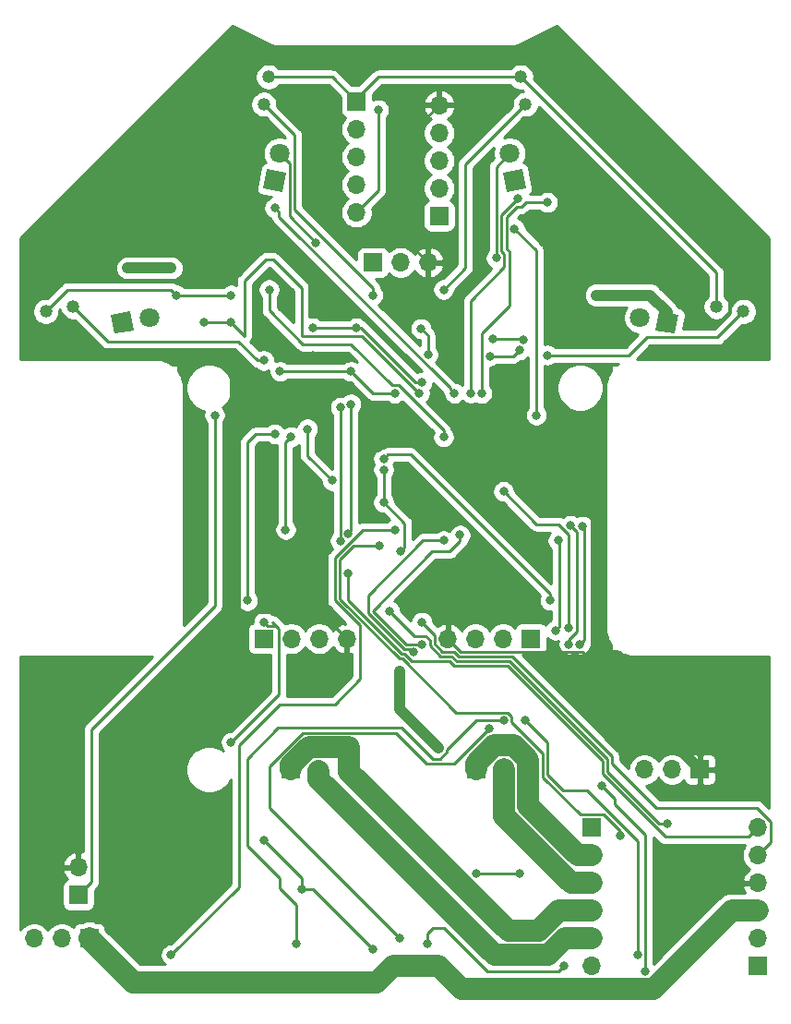
<source format=gbr>
%TF.GenerationSoftware,KiCad,Pcbnew,(5.1.6)-1*%
%TF.CreationDate,2022-04-30T17:28:47+09:00*%
%TF.ProjectId,RX621,52583632-312e-46b6-9963-61645f706362,rev?*%
%TF.SameCoordinates,Original*%
%TF.FileFunction,Copper,L2,Bot*%
%TF.FilePolarity,Positive*%
%FSLAX46Y46*%
G04 Gerber Fmt 4.6, Leading zero omitted, Abs format (unit mm)*
G04 Created by KiCad (PCBNEW (5.1.6)-1) date 2022-04-30 17:28:47*
%MOMM*%
%LPD*%
G01*
G04 APERTURE LIST*
%TA.AperFunction,ComponentPad*%
%ADD10R,1.700000X1.700000*%
%TD*%
%TA.AperFunction,ComponentPad*%
%ADD11O,1.700000X1.700000*%
%TD*%
%TA.AperFunction,ComponentPad*%
%ADD12C,1.800000*%
%TD*%
%TA.AperFunction,ComponentPad*%
%ADD13C,0.100000*%
%TD*%
%TA.AperFunction,ComponentPad*%
%ADD14C,1.192000*%
%TD*%
%TA.AperFunction,ViaPad*%
%ADD15C,0.800000*%
%TD*%
%TA.AperFunction,Conductor*%
%ADD16C,0.250000*%
%TD*%
%TA.AperFunction,Conductor*%
%ADD17C,1.000000*%
%TD*%
%TA.AperFunction,Conductor*%
%ADD18C,2.000000*%
%TD*%
%TA.AperFunction,Conductor*%
%ADD19C,0.254000*%
%TD*%
G04 APERTURE END LIST*
D10*
%TO.P,BAT1,1*%
%TO.N,+BAT*%
X198000000Y-146500000D03*
D11*
%TO.P,BAT1,2*%
%TO.N,GND*%
X198000000Y-143960000D03*
%TD*%
%TO.P,CN1,3*%
%TO.N,GND*%
X230080000Y-88500000D03*
%TO.P,CN1,2*%
%TO.N,RxD1*%
X227540000Y-88500000D03*
D10*
%TO.P,CN1,1*%
%TO.N,TxD1*%
X225000000Y-88500000D03*
%TD*%
%TO.P,ENC_L1,1*%
%TO.N,+5V*%
X215000000Y-123000000D03*
D11*
%TO.P,ENC_L1,2*%
%TO.N,PB4*%
X217540000Y-123000000D03*
%TO.P,ENC_L1,3*%
%TO.N,PB5*%
X220080000Y-123000000D03*
%TO.P,ENC_L1,4*%
%TO.N,GND*%
X222620000Y-123000000D03*
%TD*%
%TO.P,ENC_R1,4*%
%TO.N,GND*%
X231880000Y-123000000D03*
%TO.P,ENC_R1,3*%
%TO.N,PB3*%
X234420000Y-123000000D03*
%TO.P,ENC_R1,2*%
%TO.N,PB2*%
X236960000Y-123000000D03*
D10*
%TO.P,ENC_R1,1*%
%TO.N,+5V*%
X239500000Y-123000000D03*
%TD*%
%TO.P,G1,1*%
%TO.N,+3.3V*%
X223500000Y-73750000D03*
D11*
%TO.P,G1,2*%
X223500000Y-76290000D03*
%TO.P,G1,3*%
%TO.N,PE5*%
X223500000Y-78830000D03*
%TO.P,G1,4*%
%TO.N,PE6*%
X223500000Y-81370000D03*
%TO.P,G1,5*%
%TO.N,PE7*%
X223500000Y-83910000D03*
%TD*%
%TO.P,G2,5*%
%TO.N,GND*%
X231100000Y-74090000D03*
%TO.P,G2,4*%
%TO.N,N/C*%
X231100000Y-76630000D03*
%TO.P,G2,3*%
X231100000Y-79170000D03*
%TO.P,G2,2*%
X231100000Y-81710000D03*
D10*
%TO.P,G2,1*%
%TO.N,PE4*%
X231100000Y-84250000D03*
%TD*%
D12*
%TO.P,IR1,2*%
%TO.N,+5V*%
X204501412Y-93558934D03*
%TA.AperFunction,ComponentPad*%
D13*
%TO.P,IR1,1*%
%TO.N,Net-(IR1-Pad1)*%
G36*
X201269956Y-95042610D02*
G01*
X200957390Y-93269956D01*
X202730044Y-92957390D01*
X203042610Y-94730044D01*
X201269956Y-95042610D01*
G37*
%TD.AperFunction*%
%TD*%
%TA.AperFunction,ComponentPad*%
%TO.P,IR2,1*%
%TO.N,Net-(IR2-Pad1)*%
G36*
X216730044Y-82042610D02*
G01*
X214957390Y-81730044D01*
X215269956Y-79957390D01*
X217042610Y-80269956D01*
X216730044Y-82042610D01*
G37*
%TD.AperFunction*%
D12*
%TO.P,IR2,2*%
%TO.N,+5V*%
X216441066Y-78498588D03*
%TD*%
%TO.P,IR3,2*%
%TO.N,+5V*%
X237558934Y-78498588D03*
%TA.AperFunction,ComponentPad*%
D13*
%TO.P,IR3,1*%
%TO.N,Net-(IR3-Pad1)*%
G36*
X239042610Y-81730044D02*
G01*
X237269956Y-82042610D01*
X236957390Y-80269956D01*
X238730044Y-79957390D01*
X239042610Y-81730044D01*
G37*
%TD.AperFunction*%
%TD*%
%TA.AperFunction,ComponentPad*%
%TO.P,IR4,1*%
%TO.N,Net-(IR4-Pad1)*%
G36*
X253042610Y-93269956D02*
G01*
X252730044Y-95042610D01*
X250957390Y-94730044D01*
X251269956Y-92957390D01*
X253042610Y-93269956D01*
G37*
%TD.AperFunction*%
D12*
%TO.P,IR4,2*%
%TO.N,+5V*%
X249498588Y-93558934D03*
%TD*%
D11*
%TO.P,M_L1,2*%
%TO.N,PWM_L2*%
X237040000Y-135000000D03*
D10*
%TO.P,M_L1,1*%
%TO.N,PWM_L1*%
X234500000Y-135000000D03*
%TD*%
%TO.P,M_R1,1*%
%TO.N,PWM_R1*%
X217500000Y-135000000D03*
D11*
%TO.P,M_R1,2*%
%TO.N,PWM_R2*%
X220040000Y-135000000D03*
%TD*%
D10*
%TO.P,MD1,1*%
%TO.N,N/C*%
X245094000Y-140334000D03*
D11*
%TO.P,MD1,2*%
%TO.N,PWM_L1*%
X245094000Y-142874000D03*
%TO.P,MD1,3*%
%TO.N,PWM_L2*%
X245094000Y-145414000D03*
%TO.P,MD1,4*%
%TO.N,PWM_R1*%
X245094000Y-147954000D03*
%TO.P,MD1,5*%
%TO.N,PWM_R2*%
X245094000Y-150494000D03*
%TO.P,MD1,6*%
%TO.N,N/C*%
X245094000Y-153034000D03*
%TD*%
%TO.P,MD2,6*%
%TO.N,P24*%
X260334000Y-140334000D03*
%TO.P,MD2,5*%
%TO.N,P14*%
X260334000Y-142874000D03*
%TO.P,MD2,4*%
%TO.N,GND*%
X260334000Y-145414000D03*
%TO.P,MD2,3*%
%TO.N,+BAT*%
X260334000Y-147954000D03*
%TO.P,MD2,2*%
%TO.N,P20*%
X260334000Y-150494000D03*
D10*
%TO.P,MD2,1*%
%TO.N,P34*%
X260334000Y-153034000D03*
%TD*%
D14*
%TO.P,S1,1*%
%TO.N,Net-(C15-Pad2)*%
X195000000Y-93000000D03*
%TO.P,S1,2*%
%TO.N,+3.3V*%
X197501412Y-92558934D03*
%TD*%
%TO.P,S2,2*%
%TO.N,+3.3V*%
X215441066Y-71498588D03*
%TO.P,S2,1*%
%TO.N,Net-(C16-Pad2)*%
X215000000Y-74000000D03*
%TD*%
%TO.P,S3,1*%
%TO.N,Net-(C17-Pad2)*%
X239000000Y-74000000D03*
%TO.P,S3,2*%
%TO.N,+3.3V*%
X238558934Y-71498588D03*
%TD*%
%TO.P,S4,2*%
%TO.N,+3.3V*%
X256498588Y-92558934D03*
%TO.P,S4,1*%
%TO.N,Net-(C18-Pad2)*%
X259000000Y-93000000D03*
%TD*%
D10*
%TO.P,SW1,1*%
%TO.N,GND*%
X255000000Y-135000000D03*
D11*
%TO.P,SW1,2*%
%TO.N,MD1*%
X252460000Y-135000000D03*
%TO.P,SW1,3*%
%TO.N,N/C*%
X249920000Y-135000000D03*
%TD*%
D10*
%TO.P,SW4,1*%
%TO.N,+BAT*%
X199000000Y-150500000D03*
D11*
%TO.P,SW4,2*%
%TO.N,Net-(C11-Pad2)*%
X196460000Y-150500000D03*
%TO.P,SW4,3*%
%TO.N,N/C*%
X193920000Y-150500000D03*
%TD*%
D15*
%TO.N,GND*%
X226500000Y-104000000D03*
X229000000Y-104000000D03*
X225500000Y-105500000D03*
X207500000Y-125500000D03*
X212000000Y-97500000D03*
X242000000Y-98500000D03*
X219500000Y-97000000D03*
X214491760Y-95991760D03*
X241000000Y-110500000D03*
X212398255Y-117398255D03*
%TO.N,+3.3V*%
X218500000Y-146000000D03*
X215000000Y-141500000D03*
X231000000Y-133000000D03*
X227500000Y-126000000D03*
X225000000Y-151500000D03*
X226000000Y-110500000D03*
X215000000Y-97500000D03*
X226000000Y-107500013D03*
X227512660Y-115012660D03*
%TO.N,Net-(C7-Pad2)*%
X216000000Y-104231976D03*
X212000000Y-132500000D03*
X215000000Y-121500000D03*
X213500000Y-119500000D03*
%TO.N,+5V*%
X219800411Y-86699589D03*
X236324979Y-88097986D03*
%TO.N,P34*%
X225599502Y-114500000D03*
X247715542Y-141059448D03*
%TO.N,P24*%
X222725010Y-117000000D03*
%TO.N,P20*%
X252000000Y-140000000D03*
X226512660Y-120487340D03*
%TO.N,PE4*%
X240000000Y-102500000D03*
X237993243Y-85411470D03*
%TO.N,PD3*%
X241000000Y-83000000D03*
X235000000Y-100500000D03*
%TO.N,PD2*%
X238299479Y-82675202D03*
X233987340Y-100487340D03*
%TO.N,PD1*%
X216000000Y-83500000D03*
X232500000Y-100500000D03*
%TO.N,PD0*%
X215500000Y-91000000D03*
X231500000Y-104500000D03*
%TO.N,AN4*%
X235725010Y-97094498D03*
X238494209Y-96519173D03*
%TO.N,AN3*%
X229432500Y-94567500D03*
X230050411Y-96949589D03*
%TO.N,AN2*%
X229500000Y-99500000D03*
X223500000Y-94500000D03*
X219500000Y-94500000D03*
%TO.N,AN1*%
X212000000Y-94000000D03*
X209500000Y-94000000D03*
X229274990Y-100500000D03*
%TO.N,AN0*%
X223000000Y-98500000D03*
X216500000Y-98500000D03*
X227000000Y-100500000D03*
%TO.N,RST*%
X221274990Y-108500000D03*
X219000000Y-103774990D03*
%TO.N,EMLE*%
X217000000Y-113000000D03*
X217500000Y-104500000D03*
%TO.N,PE7*%
X225500000Y-74500000D03*
%TO.N,PA0*%
X206500000Y-152000000D03*
X227000000Y-113000000D03*
%TO.N,PA1*%
X218000000Y-151000000D03*
X237000000Y-130500000D03*
X243000000Y-122000000D03*
X237000000Y-109500000D03*
%TO.N,PA2*%
X244000000Y-123500000D03*
X246000000Y-136500000D03*
X250000000Y-153500000D03*
X244247772Y-112697336D03*
%TO.N,PA3*%
X243000000Y-123500000D03*
X239000000Y-130500000D03*
X249274990Y-152000000D03*
X243150155Y-112624835D03*
%TO.N,PA4*%
X227500000Y-150500000D03*
X235666994Y-131268051D03*
X241737340Y-122237340D03*
X241987340Y-114012660D03*
%TO.N,PB4*%
X233000000Y-113500000D03*
X229500000Y-123500000D03*
%TO.N,PB5*%
X231500000Y-114000000D03*
X228774990Y-124225010D03*
%TO.N,TxD1*%
X222040308Y-101781095D03*
X222022547Y-114025206D03*
%TO.N,RxD1*%
X223000000Y-101500000D03*
X222753289Y-113342534D03*
%TO.N,P14*%
X229500000Y-121500000D03*
%TO.N,MD1*%
X226000000Y-106500000D03*
X241274990Y-119487340D03*
%TO.N,+BAT*%
X210500000Y-102500000D03*
%TO.N,Net-(C15-Pad2)*%
X207000000Y-91500000D03*
X212000000Y-91500000D03*
%TO.N,Net-(C16-Pad2)*%
X225000000Y-91500000D03*
%TO.N,Net-(C17-Pad2)*%
X231500000Y-91000000D03*
%TO.N,Net-(C18-Pad2)*%
X241000000Y-97000000D03*
X236000000Y-95500000D03*
X238783353Y-95561875D03*
%TO.N,Net-(IR1-Pad1)*%
X206500000Y-89000000D03*
X202500000Y-89000000D03*
%TO.N,Net-(IR4-Pad1)*%
X245500000Y-91500000D03*
%TO.N,Net-(L3-Pad1)*%
X242500000Y-153000000D03*
X230000000Y-151000000D03*
%TO.N,Net-(L4-Pad1)*%
X234500000Y-144500000D03*
X238500000Y-144500000D03*
%TD*%
D16*
%TO.N,GND*%
X231100000Y-74090000D02*
X227500000Y-77690000D01*
X227500000Y-85920000D02*
X230080000Y-88500000D01*
X227500000Y-77690000D02*
X227500000Y-85920000D01*
X226500000Y-104000000D02*
X229000000Y-104000000D01*
X225500000Y-105000000D02*
X226500000Y-104000000D01*
X225500000Y-105500000D02*
X225500000Y-105000000D01*
D17*
X207500000Y-125500000D02*
X212398255Y-120601745D01*
X212398255Y-97898255D02*
X212000000Y-97500000D01*
X241406327Y-99093673D02*
X241406327Y-100906327D01*
X242000000Y-98500000D02*
X241406327Y-99093673D01*
X241406327Y-100906327D02*
X245500000Y-105000000D01*
D16*
X220221745Y-120601745D02*
X212398255Y-120601745D01*
X222620000Y-123000000D02*
X220221745Y-120601745D01*
X215057445Y-95991760D02*
X214491760Y-95991760D01*
X219500000Y-97000000D02*
X216065685Y-97000000D01*
X216065685Y-97000000D02*
X215057445Y-95991760D01*
X241000000Y-110500000D02*
X245000000Y-110500000D01*
X245000000Y-110500000D02*
X245500000Y-110000000D01*
D17*
X245500000Y-105000000D02*
X245500000Y-110000000D01*
D16*
X242651998Y-124225002D02*
X244225002Y-124225002D01*
X244225002Y-124225002D02*
X255000000Y-135000000D01*
X233055001Y-124175001D02*
X242601997Y-124175001D01*
X242601997Y-124175001D02*
X242651998Y-124225002D01*
X231880000Y-123000000D02*
X233055001Y-124175001D01*
D17*
X245500000Y-110000000D02*
X245500000Y-125976762D01*
X245500000Y-125976762D02*
X247297619Y-127774381D01*
X247774381Y-127774381D02*
X255000000Y-135000000D01*
X247297619Y-127774381D02*
X247774381Y-127774381D01*
X212398255Y-120601745D02*
X212398255Y-117398255D01*
X212398255Y-117398255D02*
X212398255Y-97898255D01*
D16*
%TO.N,+3.3V*%
X218500000Y-146000000D02*
X218500000Y-145000000D01*
X218500000Y-145000000D02*
X215000000Y-141500000D01*
D17*
X231000000Y-133000000D02*
X227500000Y-129500000D01*
X227500000Y-129500000D02*
X227500000Y-126000000D01*
D16*
X219500000Y-146000000D02*
X225000000Y-151500000D01*
X218500000Y-146000000D02*
X219500000Y-146000000D01*
X221248588Y-71498588D02*
X223500000Y-73750000D01*
X215441066Y-71498588D02*
X221248588Y-71498588D01*
X223500000Y-73750000D02*
X223500000Y-73500000D01*
X225501412Y-71498588D02*
X238558934Y-71498588D01*
X223500000Y-73500000D02*
X225501412Y-71498588D01*
X226000000Y-110500000D02*
X226000000Y-107500013D01*
X197501412Y-92558934D02*
X200668891Y-95726413D01*
X212660728Y-95726413D02*
X214434315Y-97500000D01*
X200668891Y-95726413D02*
X212660728Y-95726413D01*
X214434315Y-97500000D02*
X215000000Y-97500000D01*
X256498588Y-89438242D02*
X238558934Y-71498588D01*
X256498588Y-92558934D02*
X256498588Y-89438242D01*
X227912659Y-114612661D02*
X227512660Y-115012660D01*
X226000000Y-110500000D02*
X227912659Y-112412659D01*
X227912659Y-112412659D02*
X227912659Y-114612661D01*
%TO.N,Net-(C7-Pad2)*%
X216000000Y-104231976D02*
X214268024Y-104231976D01*
X214268024Y-104231976D02*
X213500000Y-105000000D01*
X213500000Y-105000000D02*
X213500000Y-119500000D01*
X212000000Y-132500000D02*
X216364999Y-128135001D01*
X216364999Y-122079997D02*
X215785002Y-121500000D01*
X216364999Y-128135001D02*
X216364999Y-122079997D01*
X215324999Y-121824999D02*
X215000000Y-121500000D01*
X216110001Y-121824999D02*
X215324999Y-121824999D01*
X215785002Y-121500000D02*
X216110001Y-121824999D01*
%TO.N,+5V*%
X217367620Y-84266798D02*
X219800411Y-86699589D01*
X217367620Y-79425142D02*
X217367620Y-84266798D01*
X216441066Y-78498588D02*
X217367620Y-79425142D01*
X237558934Y-78498588D02*
X236324979Y-79732543D01*
X236324979Y-79732543D02*
X236324979Y-88097986D01*
%TO.N,P34*%
X244022589Y-139158999D02*
X246204002Y-139158999D01*
X227486444Y-124850033D02*
X227708493Y-124850033D01*
X222000000Y-115757553D02*
X222000000Y-119363589D01*
X222000000Y-119363589D02*
X227486444Y-124850033D01*
X247715542Y-140670539D02*
X247715542Y-141059448D01*
X227708493Y-124850033D02*
X232633458Y-129774998D01*
X225599502Y-114500000D02*
X223257553Y-114500000D01*
X246204002Y-139158999D02*
X247715542Y-140670539D01*
X240565021Y-135701432D02*
X244022589Y-139158999D01*
X240565021Y-133492017D02*
X240565021Y-135701432D01*
X237725002Y-130651998D02*
X240565021Y-133492017D01*
X237348002Y-129774998D02*
X237725002Y-130151998D01*
X232633458Y-129774998D02*
X237348002Y-129774998D01*
X237725002Y-130151998D02*
X237725002Y-130651998D01*
X223257553Y-114500000D02*
X222000000Y-115757553D01*
%TO.N,P24*%
X260334000Y-140334000D02*
X259484001Y-141183999D01*
X222725010Y-119452189D02*
X222725010Y-117000000D01*
X228569894Y-125075023D02*
X227894893Y-124400022D01*
X227672843Y-124400022D02*
X222725010Y-119452189D01*
X232045793Y-125075023D02*
X228569894Y-125075023D01*
X227894893Y-124400022D02*
X227672843Y-124400022D01*
X232495798Y-125525028D02*
X232045793Y-125075023D01*
X237388618Y-125525028D02*
X232495798Y-125525028D01*
X251820410Y-141183999D02*
X246049989Y-135413578D01*
X246049989Y-134186399D02*
X237388618Y-125525028D01*
X246049989Y-135413578D02*
X246049989Y-134186399D01*
X259484001Y-141183999D02*
X251820410Y-141183999D01*
%TO.N,P20*%
X228800318Y-122774998D02*
X226512660Y-120487340D01*
X251272822Y-140000000D02*
X246500000Y-135227178D01*
X246500000Y-135227178D02*
X246500000Y-133999999D01*
X246500000Y-133999999D02*
X237575018Y-125075017D01*
X229848002Y-122774998D02*
X228800318Y-122774998D01*
X230225002Y-123651998D02*
X230225002Y-123151998D01*
X237575018Y-125075017D02*
X232682197Y-125075017D01*
X231198016Y-124625012D02*
X230225002Y-123651998D01*
X230225002Y-123151998D02*
X229848002Y-122774998D01*
X232232193Y-124625012D02*
X231198016Y-124625012D01*
X232682197Y-125075017D02*
X232232193Y-124625012D01*
X252000000Y-140000000D02*
X251272822Y-140000000D01*
%TO.N,PE4*%
X240000000Y-102500000D02*
X240000000Y-87418227D01*
X240000000Y-87418227D02*
X237993243Y-85411470D01*
%TO.N,PD3*%
X238647480Y-83400203D02*
X238210888Y-83400203D01*
X239024480Y-83000000D02*
X239024480Y-83023203D01*
X241000000Y-83000000D02*
X239024480Y-83000000D01*
X239024480Y-83023203D02*
X238647480Y-83400203D01*
X238210888Y-83400203D02*
X237268233Y-84342858D01*
X237268233Y-84342858D02*
X237268233Y-87268233D01*
X237268233Y-87268233D02*
X237500000Y-87500000D01*
X237500000Y-87500000D02*
X237500000Y-92500000D01*
X235000000Y-95000000D02*
X235000000Y-100500000D01*
X237500000Y-92500000D02*
X235000000Y-95000000D01*
%TO.N,PD2*%
X237049989Y-87686400D02*
X237049989Y-88950011D01*
X237049989Y-88950011D02*
X233987340Y-92012660D01*
X238299479Y-82675202D02*
X236818222Y-84156459D01*
X236818222Y-87454633D02*
X237049989Y-87686400D01*
X233987340Y-92012660D02*
X233987340Y-100487340D01*
X236818222Y-84156459D02*
X236818222Y-87454633D01*
%TO.N,PD1*%
X216399999Y-84326997D02*
X232100001Y-100026999D01*
X232100001Y-100026999D02*
X232100001Y-100100001D01*
X232100001Y-100100001D02*
X232500000Y-100500000D01*
X216000000Y-83500000D02*
X216399999Y-83899999D01*
X216399999Y-83899999D02*
X216399999Y-84326997D01*
%TO.N,PD0*%
X215500000Y-92911401D02*
X218588599Y-96000000D01*
X231500000Y-103934315D02*
X231500000Y-104500000D01*
X215500000Y-91000000D02*
X215500000Y-92911401D01*
X227340684Y-99774999D02*
X231500000Y-103934315D01*
X218588599Y-96000000D02*
X223000000Y-96000000D01*
X223000000Y-96000000D02*
X226774999Y-99774999D01*
X226774999Y-99774999D02*
X227340684Y-99774999D01*
%TO.N,AN4*%
X238494209Y-96519173D02*
X237918884Y-97094498D01*
X237918884Y-97094498D02*
X235725010Y-97094498D01*
%TO.N,AN3*%
X229432500Y-94567500D02*
X230050411Y-95185411D01*
X230050411Y-95185411D02*
X230050411Y-96949589D01*
%TO.N,AN2*%
X223500000Y-94500000D02*
X219500000Y-94500000D01*
X223934315Y-94500000D02*
X223500000Y-94500000D01*
X229500000Y-99500000D02*
X228934315Y-99500000D01*
X228934315Y-99500000D02*
X223934315Y-94500000D01*
%TO.N,AN1*%
X212000000Y-94000000D02*
X209500000Y-94000000D01*
X213225002Y-95225002D02*
X213225002Y-90201994D01*
X215181998Y-88244998D02*
X215878002Y-88244998D01*
X218450011Y-90817007D02*
X218450011Y-95225002D01*
X218450011Y-95225002D02*
X223999992Y-95225002D01*
X212000000Y-94000000D02*
X213225002Y-95225002D01*
X223999992Y-95225002D02*
X229274990Y-100500000D01*
X213225002Y-90201994D02*
X215181998Y-88244998D01*
X215878002Y-88244998D02*
X218450011Y-90817007D01*
%TO.N,AN0*%
X223000000Y-98500000D02*
X216500000Y-98500000D01*
X225000000Y-100500000D02*
X223000000Y-98500000D01*
X227000000Y-100500000D02*
X225000000Y-100500000D01*
%TO.N,RST*%
X219000000Y-106225010D02*
X219000000Y-103774990D01*
X221274990Y-108500000D02*
X219000000Y-106225010D01*
%TO.N,EMLE*%
X217000000Y-105000000D02*
X217500000Y-104500000D01*
X217000000Y-113000000D02*
X217000000Y-105000000D01*
%TO.N,PE7*%
X225500000Y-81910000D02*
X223500000Y-83910000D01*
X225500000Y-74500000D02*
X225500000Y-81910000D01*
%TO.N,PA0*%
X212725001Y-132774999D02*
X216500000Y-129000000D01*
X221500000Y-115621143D02*
X224121143Y-113000000D01*
X221500000Y-119500000D02*
X221500000Y-115621143D01*
X226434315Y-113000000D02*
X227000000Y-113000000D01*
X224121143Y-113000000D02*
X226434315Y-113000000D01*
X223795001Y-121795001D02*
X221500000Y-119500000D01*
X223795001Y-126704999D02*
X223795001Y-121795001D01*
X206500000Y-152000000D02*
X212725001Y-145774999D01*
X221500000Y-129000000D02*
X223795001Y-126704999D01*
X216500000Y-129000000D02*
X221500000Y-129000000D01*
X212725001Y-145774999D02*
X212725001Y-132774999D01*
%TO.N,PA1*%
X218000000Y-147405305D02*
X216500000Y-145905305D01*
X218000000Y-151000000D02*
X218000000Y-147405305D01*
X216500000Y-145905305D02*
X216500000Y-145000000D01*
X216500000Y-145000000D02*
X213500000Y-142000000D01*
X213500000Y-142000000D02*
X213500000Y-134000000D01*
X216325023Y-131174977D02*
X227674977Y-131174977D01*
X213500000Y-134000000D02*
X216325023Y-131174977D01*
X227674977Y-131174977D02*
X230500000Y-134000000D01*
X231825009Y-133341731D02*
X231825009Y-133174991D01*
X231166740Y-134000000D02*
X231825009Y-133341731D01*
X230500000Y-134000000D02*
X231166740Y-134000000D01*
X234500000Y-130500000D02*
X237000000Y-130500000D01*
X231825009Y-133174991D02*
X234500000Y-130500000D01*
X243000000Y-122000000D02*
X243000000Y-114500000D01*
X243000000Y-114500000D02*
X243000000Y-113500000D01*
X243000000Y-113500000D02*
X242000000Y-112500000D01*
X242000000Y-112500000D02*
X240000000Y-112500000D01*
X240000000Y-112500000D02*
X237000000Y-109500000D01*
%TO.N,PA2*%
X247169023Y-137669023D02*
X247169023Y-138169023D01*
X246000000Y-136500000D02*
X247169023Y-137669023D01*
X250000000Y-141000000D02*
X250000000Y-153500000D01*
X247169023Y-138169023D02*
X250000000Y-141000000D01*
X244399999Y-123100001D02*
X244399999Y-112849563D01*
X244399999Y-112849563D02*
X244247772Y-112697336D01*
X244000000Y-123500000D02*
X244399999Y-123100001D01*
%TO.N,PA3*%
X241015032Y-135515032D02*
X242434779Y-136934779D01*
X242434779Y-136934779D02*
X244616192Y-136934779D01*
X239000000Y-130500000D02*
X241015032Y-132515032D01*
X244616192Y-136934779D02*
X249274990Y-141593577D01*
X249274990Y-141593577D02*
X249274990Y-152000000D01*
X241015032Y-132515032D02*
X241015032Y-135515032D01*
X243000000Y-123073002D02*
X243725001Y-122348001D01*
X243000000Y-123500000D02*
X243000000Y-123073002D01*
X243725001Y-113199681D02*
X243150155Y-112624835D01*
X243725001Y-122348001D02*
X243725001Y-113199681D01*
%TO.N,PA4*%
X215500000Y-134703605D02*
X218578617Y-131624988D01*
X218578617Y-131624988D02*
X227124988Y-131624988D01*
X232485034Y-134450011D02*
X235666994Y-131268051D01*
X227124988Y-131624988D02*
X229950011Y-134450011D01*
X229950011Y-134450011D02*
X232485034Y-134450011D01*
X227500000Y-150500000D02*
X215500000Y-138500000D01*
X215500000Y-138500000D02*
X215500000Y-134703605D01*
X241737340Y-122237340D02*
X242137339Y-121837341D01*
X242137339Y-121837341D02*
X242137339Y-114162659D01*
X242137339Y-114162659D02*
X241987340Y-114012660D01*
%TO.N,PB4*%
X233000000Y-113500000D02*
X233000000Y-114065685D01*
X233000000Y-114065685D02*
X232065685Y-115000000D01*
X232065685Y-115000000D02*
X230454356Y-115000000D01*
X230454356Y-115000000D02*
X225000000Y-120454356D01*
X225000000Y-120454356D02*
X228045644Y-123500000D01*
X228045644Y-123500000D02*
X229500000Y-123500000D01*
%TO.N,PB5*%
X229598324Y-114000000D02*
X224549989Y-119048335D01*
X227859243Y-123950011D02*
X228499991Y-123950011D01*
X224549989Y-119048335D02*
X224549989Y-120640757D01*
X228499991Y-123950011D02*
X228774990Y-124225010D01*
X231500000Y-114000000D02*
X229598324Y-114000000D01*
X224549989Y-120640757D02*
X227859243Y-123950011D01*
%TO.N,TxD1*%
X222040308Y-101781095D02*
X222022547Y-101798856D01*
X222022547Y-101798856D02*
X222022547Y-114025206D01*
%TO.N,RxD1*%
X223000000Y-101500000D02*
X223000000Y-113095823D01*
X223000000Y-113095823D02*
X222753289Y-113342534D01*
%TO.N,P14*%
X237761419Y-124625008D02*
X232868598Y-124625008D01*
X251000000Y-138500000D02*
X246950011Y-134450011D01*
X260334000Y-142874000D02*
X261509001Y-141698999D01*
X261509001Y-141698999D02*
X261509001Y-139769999D01*
X261509001Y-139769999D02*
X260239002Y-138500000D01*
X260239002Y-138500000D02*
X251000000Y-138500000D01*
X230675013Y-122675013D02*
X229500000Y-121500000D01*
X231384416Y-124175001D02*
X230675013Y-123465598D01*
X230675013Y-123465598D02*
X230675013Y-122675013D01*
X232418592Y-124175001D02*
X231384416Y-124175001D01*
X246950011Y-134450011D02*
X246950011Y-133813600D01*
X232868598Y-124625008D02*
X232418592Y-124175001D01*
X246950011Y-133813600D02*
X237761419Y-124625008D01*
%TO.N,MD1*%
X241274990Y-118921655D02*
X241274990Y-119487340D01*
X228453336Y-106100001D02*
X241274990Y-118921655D01*
X226000000Y-106500000D02*
X226399999Y-106100001D01*
X226399999Y-106100001D02*
X228453336Y-106100001D01*
%TO.N,+BAT*%
X199000000Y-150500000D02*
X199500000Y-150500000D01*
X203500000Y-154500000D02*
X203600001Y-154399999D01*
X199175001Y-145324999D02*
X199175001Y-131324999D01*
X198000000Y-146500000D02*
X199175001Y-145324999D01*
X199175001Y-131324999D02*
X210500000Y-120000000D01*
X210500000Y-120000000D02*
X210500000Y-102500000D01*
D18*
X231000000Y-153000000D02*
X226868004Y-153000000D01*
X260334000Y-147954000D02*
X257914004Y-147954000D01*
X250768002Y-155100002D02*
X233100002Y-155100002D01*
X225368004Y-154500000D02*
X203000000Y-154500000D01*
X203000000Y-154500000D02*
X199000000Y-150500000D01*
X233100002Y-155100002D02*
X231000000Y-153000000D01*
X257914004Y-147954000D02*
X250768002Y-155100002D01*
X226868004Y-153000000D02*
X225368004Y-154500000D01*
D16*
%TO.N,Net-(C15-Pad2)*%
X195000000Y-93000000D02*
X197000000Y-91000000D01*
X197000000Y-91000000D02*
X206500000Y-91000000D01*
X206500000Y-91000000D02*
X207000000Y-91500000D01*
X212000000Y-91500000D02*
X207000000Y-91500000D01*
%TO.N,Net-(C16-Pad2)*%
X217817631Y-83643807D02*
X217817631Y-76817631D01*
X225000000Y-91500000D02*
X225000000Y-90826176D01*
X217817631Y-76817631D02*
X215000000Y-74000000D01*
X225000000Y-90826176D02*
X217817631Y-83643807D01*
%TO.N,Net-(C17-Pad2)*%
X239000000Y-74000000D02*
X233500000Y-79500000D01*
X233500000Y-79500000D02*
X233500000Y-89000000D01*
X233500000Y-89000000D02*
X231500000Y-91000000D01*
%TO.N,Net-(C18-Pad2)*%
X256632380Y-95367620D02*
X250132380Y-95367620D01*
X259000000Y-93000000D02*
X256632380Y-95367620D01*
X248500000Y-97000000D02*
X241000000Y-97000000D01*
X250132380Y-95367620D02*
X248500000Y-97000000D01*
X238721478Y-95500000D02*
X238783353Y-95561875D01*
X236000000Y-95500000D02*
X238721478Y-95500000D01*
D17*
%TO.N,Net-(IR1-Pad1)*%
X206500000Y-89000000D02*
X202500000Y-89000000D01*
%TO.N,Net-(IR4-Pad1)*%
X252000000Y-93086117D02*
X250413883Y-91500000D01*
X252000000Y-94000000D02*
X252000000Y-93086117D01*
X250413883Y-91500000D02*
X245500000Y-91500000D01*
D16*
%TO.N,Net-(L3-Pad1)*%
X242000000Y-153500000D02*
X242500000Y-153000000D01*
X230000000Y-150000000D02*
X230500000Y-149500000D01*
X230000000Y-151000000D02*
X230000000Y-150000000D01*
X230500000Y-149500000D02*
X231500000Y-149500000D01*
X235500000Y-153500000D02*
X242000000Y-153500000D01*
X231500000Y-149500000D02*
X235500000Y-153500000D01*
%TO.N,Net-(L4-Pad1)*%
X234500000Y-144500000D02*
X238500000Y-144500000D01*
D18*
%TO.N,PWM_L2*%
X237040000Y-135000000D02*
X237040000Y-139251287D01*
X243202713Y-145414000D02*
X245094000Y-145414000D01*
X237040000Y-139251287D02*
X243202713Y-145414000D01*
%TO.N,PWM_L1*%
X237951273Y-132799990D02*
X236128727Y-132799990D01*
X234500000Y-134428717D02*
X234500000Y-135000000D01*
X239240010Y-134088727D02*
X237951273Y-132799990D01*
X236128727Y-132799990D02*
X234500000Y-134428717D01*
X243773998Y-142874000D02*
X239240010Y-138340012D01*
X245094000Y-142874000D02*
X243773998Y-142874000D01*
X239240010Y-138340012D02*
X239240010Y-134088727D01*
%TO.N,PWM_R1*%
X222817999Y-135186001D02*
X222817999Y-132949999D01*
X219127454Y-132949999D02*
X217500000Y-134577453D01*
X217500000Y-134577453D02*
X217500000Y-135000000D01*
X237431987Y-149799989D02*
X222817999Y-135186001D01*
X240220724Y-149799989D02*
X237431987Y-149799989D01*
X245094000Y-147954000D02*
X242066713Y-147954000D01*
X222817999Y-132949999D02*
X219127454Y-132949999D01*
X242066713Y-147954000D02*
X240220724Y-149799989D01*
%TO.N,PWM_R2*%
X241131998Y-152000000D02*
X236160162Y-152000000D01*
X220038727Y-135878565D02*
X220038727Y-135150009D01*
X236160162Y-152000000D02*
X220038727Y-135878565D01*
X245094000Y-150494000D02*
X242637998Y-150494000D01*
X242637998Y-150494000D02*
X241131998Y-152000000D01*
%TD*%
D19*
%TO.N,GND*%
G36*
X215696826Y-68586315D02*
G01*
X215746207Y-68612710D01*
X215785993Y-68624779D01*
X215824833Y-68639642D01*
X215848065Y-68643609D01*
X215870617Y-68650450D01*
X215912004Y-68654526D01*
X215952987Y-68661524D01*
X216008951Y-68660000D01*
X237991048Y-68660000D01*
X238047012Y-68661524D01*
X238087994Y-68654526D01*
X238129383Y-68650450D01*
X238151936Y-68643608D01*
X238175166Y-68639642D01*
X238214003Y-68624781D01*
X238253793Y-68612710D01*
X238303188Y-68586308D01*
X241869682Y-66803062D01*
X261340001Y-86273381D01*
X261340000Y-97340000D01*
X249234801Y-97340000D01*
X250447182Y-96127620D01*
X256595058Y-96127620D01*
X256632380Y-96131296D01*
X256669702Y-96127620D01*
X256669713Y-96127620D01*
X256781366Y-96116623D01*
X256924627Y-96073166D01*
X257056656Y-96002594D01*
X257172381Y-95907621D01*
X257196184Y-95878617D01*
X258849601Y-94225200D01*
X258878757Y-94231000D01*
X259121243Y-94231000D01*
X259359069Y-94183693D01*
X259583097Y-94090898D01*
X259784717Y-93956180D01*
X259956180Y-93784717D01*
X260090898Y-93583097D01*
X260183693Y-93359069D01*
X260231000Y-93121243D01*
X260231000Y-92878757D01*
X260183693Y-92640931D01*
X260090898Y-92416903D01*
X259956180Y-92215283D01*
X259784717Y-92043820D01*
X259583097Y-91909102D01*
X259359069Y-91816307D01*
X259121243Y-91769000D01*
X258878757Y-91769000D01*
X258640931Y-91816307D01*
X258416903Y-91909102D01*
X258215283Y-92043820D01*
X258043820Y-92215283D01*
X257909102Y-92416903D01*
X257816307Y-92640931D01*
X257769000Y-92878757D01*
X257769000Y-93121243D01*
X257774800Y-93150399D01*
X256317579Y-94607620D01*
X253454659Y-94607620D01*
X253670988Y-93380756D01*
X253680530Y-93256036D01*
X253665557Y-93131852D01*
X253626645Y-93012974D01*
X253565288Y-92903973D01*
X253483845Y-92809036D01*
X253385446Y-92731811D01*
X253273871Y-92675268D01*
X253153410Y-92641578D01*
X253038523Y-92621320D01*
X252948284Y-92452494D01*
X252806449Y-92279668D01*
X252763140Y-92244126D01*
X251255879Y-90736865D01*
X251220332Y-90693551D01*
X251047506Y-90551716D01*
X250850330Y-90446324D01*
X250636382Y-90381423D01*
X250469635Y-90365000D01*
X250469634Y-90365000D01*
X250413883Y-90359509D01*
X250358132Y-90365000D01*
X245444248Y-90365000D01*
X245277501Y-90381423D01*
X245063553Y-90446324D01*
X244866377Y-90551716D01*
X244693551Y-90693551D01*
X244551716Y-90866377D01*
X244446324Y-91063553D01*
X244381423Y-91277501D01*
X244359509Y-91500000D01*
X244381423Y-91722499D01*
X244446324Y-91936447D01*
X244551716Y-92133623D01*
X244693551Y-92306449D01*
X244866377Y-92448284D01*
X245063553Y-92553676D01*
X245277501Y-92618577D01*
X245444248Y-92635000D01*
X248269813Y-92635000D01*
X248138289Y-92831839D01*
X248022577Y-93111191D01*
X247963588Y-93407750D01*
X247963588Y-93710118D01*
X248022577Y-94006677D01*
X248138289Y-94286029D01*
X248306276Y-94537439D01*
X248520083Y-94751246D01*
X248771493Y-94919233D01*
X249050845Y-95034945D01*
X249333942Y-95091256D01*
X248185199Y-96240000D01*
X241703711Y-96240000D01*
X241659774Y-96196063D01*
X241490256Y-96082795D01*
X241301898Y-96004774D01*
X241101939Y-95965000D01*
X240898061Y-95965000D01*
X240760000Y-95992462D01*
X240760000Y-87455550D01*
X240763676Y-87418227D01*
X240760000Y-87380904D01*
X240760000Y-87380894D01*
X240749003Y-87269241D01*
X240705546Y-87125980D01*
X240634974Y-86993950D01*
X240563799Y-86907224D01*
X240540001Y-86878226D01*
X240511003Y-86854428D01*
X239028243Y-85371669D01*
X239028243Y-85309531D01*
X238988469Y-85109572D01*
X238910448Y-84921214D01*
X238797180Y-84751696D01*
X238653017Y-84607533D01*
X238483499Y-84494265D01*
X238295141Y-84416244D01*
X238273878Y-84412015D01*
X238525690Y-84160203D01*
X238610158Y-84160203D01*
X238647480Y-84163879D01*
X238684802Y-84160203D01*
X238684813Y-84160203D01*
X238796466Y-84149206D01*
X238939727Y-84105749D01*
X239071756Y-84035177D01*
X239187481Y-83940204D01*
X239211284Y-83911200D01*
X239362484Y-83760000D01*
X240296289Y-83760000D01*
X240340226Y-83803937D01*
X240509744Y-83917205D01*
X240698102Y-83995226D01*
X240898061Y-84035000D01*
X241101939Y-84035000D01*
X241301898Y-83995226D01*
X241490256Y-83917205D01*
X241659774Y-83803937D01*
X241803937Y-83659774D01*
X241917205Y-83490256D01*
X241995226Y-83301898D01*
X242035000Y-83101939D01*
X242035000Y-82898061D01*
X241995226Y-82698102D01*
X241917205Y-82509744D01*
X241803937Y-82340226D01*
X241659774Y-82196063D01*
X241490256Y-82082795D01*
X241301898Y-82004774D01*
X241101939Y-81965000D01*
X240898061Y-81965000D01*
X240698102Y-82004774D01*
X240509744Y-82082795D01*
X240340226Y-82196063D01*
X240296289Y-82240000D01*
X239421364Y-82240000D01*
X239483845Y-82190964D01*
X239565288Y-82096027D01*
X239626645Y-81987026D01*
X239665557Y-81868148D01*
X239680530Y-81743964D01*
X239670988Y-81619244D01*
X239358422Y-79846590D01*
X239324732Y-79726129D01*
X239268189Y-79614554D01*
X239190964Y-79516155D01*
X239096027Y-79434712D01*
X238987026Y-79373355D01*
X238868148Y-79334443D01*
X238848171Y-79332034D01*
X238919233Y-79225683D01*
X239034945Y-78946331D01*
X239093934Y-78649772D01*
X239093934Y-78347404D01*
X239034945Y-78050845D01*
X238919233Y-77771493D01*
X238751246Y-77520083D01*
X238537439Y-77306276D01*
X238286029Y-77138289D01*
X238006677Y-77022577D01*
X237710118Y-76963588D01*
X237407750Y-76963588D01*
X237111191Y-77022577D01*
X237010529Y-77064273D01*
X238849601Y-75225201D01*
X238878757Y-75231000D01*
X239121243Y-75231000D01*
X239359069Y-75183693D01*
X239583097Y-75090898D01*
X239784717Y-74956180D01*
X239956180Y-74784717D01*
X240090898Y-74583097D01*
X240183693Y-74359069D01*
X240210392Y-74224847D01*
X255738589Y-89753045D01*
X255738588Y-91586238D01*
X255713871Y-91602754D01*
X255542408Y-91774217D01*
X255407690Y-91975837D01*
X255314895Y-92199865D01*
X255267588Y-92437691D01*
X255267588Y-92680177D01*
X255314895Y-92918003D01*
X255407690Y-93142031D01*
X255542408Y-93343651D01*
X255713871Y-93515114D01*
X255915491Y-93649832D01*
X256139519Y-93742627D01*
X256377345Y-93789934D01*
X256619831Y-93789934D01*
X256857657Y-93742627D01*
X257081685Y-93649832D01*
X257283305Y-93515114D01*
X257454768Y-93343651D01*
X257589486Y-93142031D01*
X257682281Y-92918003D01*
X257729588Y-92680177D01*
X257729588Y-92437691D01*
X257682281Y-92199865D01*
X257589486Y-91975837D01*
X257454768Y-91774217D01*
X257283305Y-91602754D01*
X257258588Y-91586239D01*
X257258588Y-89475564D01*
X257262264Y-89438242D01*
X257258588Y-89400919D01*
X257258588Y-89400909D01*
X257247591Y-89289256D01*
X257204134Y-89145995D01*
X257179013Y-89098997D01*
X257133562Y-89013965D01*
X257062387Y-88927239D01*
X257038589Y-88898241D01*
X257009591Y-88874443D01*
X239784134Y-71648987D01*
X239789934Y-71619831D01*
X239789934Y-71377345D01*
X239742627Y-71139519D01*
X239649832Y-70915491D01*
X239515114Y-70713871D01*
X239343651Y-70542408D01*
X239142031Y-70407690D01*
X238918003Y-70314895D01*
X238680177Y-70267588D01*
X238437691Y-70267588D01*
X238199865Y-70314895D01*
X237975837Y-70407690D01*
X237774217Y-70542408D01*
X237602754Y-70713871D01*
X237586239Y-70738588D01*
X225538734Y-70738588D01*
X225501412Y-70734912D01*
X225464089Y-70738588D01*
X225464079Y-70738588D01*
X225352426Y-70749585D01*
X225209165Y-70793042D01*
X225077135Y-70863614D01*
X224993495Y-70932256D01*
X224961411Y-70958587D01*
X224937613Y-70987585D01*
X223663271Y-72261928D01*
X223086730Y-72261928D01*
X221812392Y-70987590D01*
X221788589Y-70958587D01*
X221672864Y-70863614D01*
X221540835Y-70793042D01*
X221397574Y-70749585D01*
X221285921Y-70738588D01*
X221285910Y-70738588D01*
X221248588Y-70734912D01*
X221211266Y-70738588D01*
X216413761Y-70738588D01*
X216397246Y-70713871D01*
X216225783Y-70542408D01*
X216024163Y-70407690D01*
X215800135Y-70314895D01*
X215562309Y-70267588D01*
X215319823Y-70267588D01*
X215081997Y-70314895D01*
X214857969Y-70407690D01*
X214656349Y-70542408D01*
X214484886Y-70713871D01*
X214350168Y-70915491D01*
X214257373Y-71139519D01*
X214210066Y-71377345D01*
X214210066Y-71619831D01*
X214257373Y-71857657D01*
X214350168Y-72081685D01*
X214484886Y-72283305D01*
X214656349Y-72454768D01*
X214857969Y-72589486D01*
X215081997Y-72682281D01*
X215319823Y-72729588D01*
X215562309Y-72729588D01*
X215800135Y-72682281D01*
X216024163Y-72589486D01*
X216225783Y-72454768D01*
X216397246Y-72283305D01*
X216413761Y-72258588D01*
X220933787Y-72258588D01*
X222011928Y-73336730D01*
X222011928Y-74600000D01*
X222024188Y-74724482D01*
X222060498Y-74844180D01*
X222119463Y-74954494D01*
X222198815Y-75051185D01*
X222295506Y-75130537D01*
X222405820Y-75189502D01*
X222478380Y-75211513D01*
X222346525Y-75343368D01*
X222184010Y-75586589D01*
X222072068Y-75856842D01*
X222015000Y-76143740D01*
X222015000Y-76436260D01*
X222072068Y-76723158D01*
X222184010Y-76993411D01*
X222346525Y-77236632D01*
X222553368Y-77443475D01*
X222727760Y-77560000D01*
X222553368Y-77676525D01*
X222346525Y-77883368D01*
X222184010Y-78126589D01*
X222072068Y-78396842D01*
X222015000Y-78683740D01*
X222015000Y-78976260D01*
X222072068Y-79263158D01*
X222184010Y-79533411D01*
X222346525Y-79776632D01*
X222553368Y-79983475D01*
X222727760Y-80100000D01*
X222553368Y-80216525D01*
X222346525Y-80423368D01*
X222184010Y-80666589D01*
X222072068Y-80936842D01*
X222015000Y-81223740D01*
X222015000Y-81516260D01*
X222072068Y-81803158D01*
X222184010Y-82073411D01*
X222346525Y-82316632D01*
X222553368Y-82523475D01*
X222727760Y-82640000D01*
X222553368Y-82756525D01*
X222346525Y-82963368D01*
X222184010Y-83206589D01*
X222072068Y-83476842D01*
X222015000Y-83763740D01*
X222015000Y-84056260D01*
X222072068Y-84343158D01*
X222184010Y-84613411D01*
X222346525Y-84856632D01*
X222553368Y-85063475D01*
X222796589Y-85225990D01*
X223066842Y-85337932D01*
X223353740Y-85395000D01*
X223646260Y-85395000D01*
X223933158Y-85337932D01*
X224203411Y-85225990D01*
X224446632Y-85063475D01*
X224653475Y-84856632D01*
X224815990Y-84613411D01*
X224927932Y-84343158D01*
X224985000Y-84056260D01*
X224985000Y-83763740D01*
X224941209Y-83543592D01*
X225084801Y-83400000D01*
X229611928Y-83400000D01*
X229611928Y-85100000D01*
X229624188Y-85224482D01*
X229660498Y-85344180D01*
X229719463Y-85454494D01*
X229798815Y-85551185D01*
X229895506Y-85630537D01*
X230005820Y-85689502D01*
X230125518Y-85725812D01*
X230250000Y-85738072D01*
X231950000Y-85738072D01*
X232074482Y-85725812D01*
X232194180Y-85689502D01*
X232304494Y-85630537D01*
X232401185Y-85551185D01*
X232480537Y-85454494D01*
X232539502Y-85344180D01*
X232575812Y-85224482D01*
X232588072Y-85100000D01*
X232588072Y-83400000D01*
X232575812Y-83275518D01*
X232539502Y-83155820D01*
X232480537Y-83045506D01*
X232401185Y-82948815D01*
X232304494Y-82869463D01*
X232194180Y-82810498D01*
X232121620Y-82788487D01*
X232253475Y-82656632D01*
X232415990Y-82413411D01*
X232527932Y-82143158D01*
X232585000Y-81856260D01*
X232585000Y-81563740D01*
X232527932Y-81276842D01*
X232415990Y-81006589D01*
X232253475Y-80763368D01*
X232046632Y-80556525D01*
X231872240Y-80440000D01*
X232046632Y-80323475D01*
X232253475Y-80116632D01*
X232415990Y-79873411D01*
X232527932Y-79603158D01*
X232585000Y-79316260D01*
X232585000Y-79023740D01*
X232527932Y-78736842D01*
X232415990Y-78466589D01*
X232253475Y-78223368D01*
X232046632Y-78016525D01*
X231872240Y-77900000D01*
X232046632Y-77783475D01*
X232253475Y-77576632D01*
X232415990Y-77333411D01*
X232527932Y-77063158D01*
X232585000Y-76776260D01*
X232585000Y-76483740D01*
X232527932Y-76196842D01*
X232415990Y-75926589D01*
X232253475Y-75683368D01*
X232046632Y-75476525D01*
X231864466Y-75354805D01*
X231981355Y-75285178D01*
X232197588Y-75090269D01*
X232371641Y-74856920D01*
X232496825Y-74594099D01*
X232541476Y-74446890D01*
X232420155Y-74217000D01*
X231227000Y-74217000D01*
X231227000Y-74237000D01*
X230973000Y-74237000D01*
X230973000Y-74217000D01*
X229779845Y-74217000D01*
X229658524Y-74446890D01*
X229703175Y-74594099D01*
X229828359Y-74856920D01*
X230002412Y-75090269D01*
X230218645Y-75285178D01*
X230335534Y-75354805D01*
X230153368Y-75476525D01*
X229946525Y-75683368D01*
X229784010Y-75926589D01*
X229672068Y-76196842D01*
X229615000Y-76483740D01*
X229615000Y-76776260D01*
X229672068Y-77063158D01*
X229784010Y-77333411D01*
X229946525Y-77576632D01*
X230153368Y-77783475D01*
X230327760Y-77900000D01*
X230153368Y-78016525D01*
X229946525Y-78223368D01*
X229784010Y-78466589D01*
X229672068Y-78736842D01*
X229615000Y-79023740D01*
X229615000Y-79316260D01*
X229672068Y-79603158D01*
X229784010Y-79873411D01*
X229946525Y-80116632D01*
X230153368Y-80323475D01*
X230327760Y-80440000D01*
X230153368Y-80556525D01*
X229946525Y-80763368D01*
X229784010Y-81006589D01*
X229672068Y-81276842D01*
X229615000Y-81563740D01*
X229615000Y-81856260D01*
X229672068Y-82143158D01*
X229784010Y-82413411D01*
X229946525Y-82656632D01*
X230078380Y-82788487D01*
X230005820Y-82810498D01*
X229895506Y-82869463D01*
X229798815Y-82948815D01*
X229719463Y-83045506D01*
X229660498Y-83155820D01*
X229624188Y-83275518D01*
X229611928Y-83400000D01*
X225084801Y-83400000D01*
X226011003Y-82473799D01*
X226040001Y-82450001D01*
X226092980Y-82385446D01*
X226134974Y-82334277D01*
X226205546Y-82202247D01*
X226225884Y-82135201D01*
X226249003Y-82058986D01*
X226260000Y-81947333D01*
X226260000Y-81947324D01*
X226263676Y-81910001D01*
X226260000Y-81872678D01*
X226260000Y-75203711D01*
X226303937Y-75159774D01*
X226417205Y-74990256D01*
X226495226Y-74801898D01*
X226535000Y-74601939D01*
X226535000Y-74398061D01*
X226495226Y-74198102D01*
X226417205Y-74009744D01*
X226303937Y-73840226D01*
X226196821Y-73733110D01*
X229658524Y-73733110D01*
X229779845Y-73963000D01*
X230973000Y-73963000D01*
X230973000Y-72769186D01*
X231227000Y-72769186D01*
X231227000Y-73963000D01*
X232420155Y-73963000D01*
X232541476Y-73733110D01*
X232496825Y-73585901D01*
X232371641Y-73323080D01*
X232197588Y-73089731D01*
X231981355Y-72894822D01*
X231731252Y-72745843D01*
X231456891Y-72648519D01*
X231227000Y-72769186D01*
X230973000Y-72769186D01*
X230743109Y-72648519D01*
X230468748Y-72745843D01*
X230218645Y-72894822D01*
X230002412Y-73089731D01*
X229828359Y-73323080D01*
X229703175Y-73585901D01*
X229658524Y-73733110D01*
X226196821Y-73733110D01*
X226159774Y-73696063D01*
X225990256Y-73582795D01*
X225801898Y-73504774D01*
X225601939Y-73465000D01*
X225398061Y-73465000D01*
X225198102Y-73504774D01*
X225009744Y-73582795D01*
X224988072Y-73597276D01*
X224988072Y-73086729D01*
X225816214Y-72258588D01*
X237586239Y-72258588D01*
X237602754Y-72283305D01*
X237774217Y-72454768D01*
X237975837Y-72589486D01*
X238199865Y-72682281D01*
X238437691Y-72729588D01*
X238680177Y-72729588D01*
X238709333Y-72723788D01*
X238775153Y-72789608D01*
X238640931Y-72816307D01*
X238416903Y-72909102D01*
X238215283Y-73043820D01*
X238043820Y-73215283D01*
X237909102Y-73416903D01*
X237816307Y-73640931D01*
X237769000Y-73878757D01*
X237769000Y-74121243D01*
X237774799Y-74150399D01*
X232989003Y-78936196D01*
X232959999Y-78959999D01*
X232907689Y-79023740D01*
X232865026Y-79075724D01*
X232834467Y-79132896D01*
X232794454Y-79207754D01*
X232750997Y-79351015D01*
X232740000Y-79462668D01*
X232740000Y-79462678D01*
X232736324Y-79500000D01*
X232740000Y-79537322D01*
X232740001Y-88685197D01*
X231460199Y-89965000D01*
X231398061Y-89965000D01*
X231198102Y-90004774D01*
X231009744Y-90082795D01*
X230840226Y-90196063D01*
X230696063Y-90340226D01*
X230582795Y-90509744D01*
X230504774Y-90698102D01*
X230465000Y-90898061D01*
X230465000Y-91101939D01*
X230504774Y-91301898D01*
X230582795Y-91490256D01*
X230696063Y-91659774D01*
X230840226Y-91803937D01*
X231009744Y-91917205D01*
X231198102Y-91995226D01*
X231398061Y-92035000D01*
X231601939Y-92035000D01*
X231801898Y-91995226D01*
X231990256Y-91917205D01*
X232159774Y-91803937D01*
X232303937Y-91659774D01*
X232417205Y-91490256D01*
X232495226Y-91301898D01*
X232535000Y-91101939D01*
X232535000Y-91039801D01*
X234011003Y-89563799D01*
X234040001Y-89540001D01*
X234104824Y-89461014D01*
X234134974Y-89424277D01*
X234205546Y-89292247D01*
X234206453Y-89289256D01*
X234249003Y-89148986D01*
X234260000Y-89037333D01*
X234260000Y-89037324D01*
X234263676Y-89000001D01*
X234260000Y-88962678D01*
X234260000Y-79814801D01*
X236124619Y-77950182D01*
X236082923Y-78050845D01*
X236023934Y-78347404D01*
X236023934Y-78649772D01*
X236075203Y-78907518D01*
X235813982Y-79168739D01*
X235784978Y-79192542D01*
X235729850Y-79259717D01*
X235690005Y-79308267D01*
X235647489Y-79387809D01*
X235619433Y-79440297D01*
X235575976Y-79583558D01*
X235564979Y-79695211D01*
X235564979Y-79695221D01*
X235561303Y-79732543D01*
X235564979Y-79769865D01*
X235564980Y-87394274D01*
X235521042Y-87438212D01*
X235407774Y-87607730D01*
X235329753Y-87796088D01*
X235289979Y-87996047D01*
X235289979Y-88199925D01*
X235329753Y-88399884D01*
X235407774Y-88588242D01*
X235521042Y-88757760D01*
X235665205Y-88901923D01*
X235834723Y-89015191D01*
X235887957Y-89037241D01*
X233476343Y-91448856D01*
X233447339Y-91472659D01*
X233398868Y-91531722D01*
X233352366Y-91588384D01*
X233314207Y-91659774D01*
X233281794Y-91720414D01*
X233238337Y-91863675D01*
X233227340Y-91975328D01*
X233227340Y-91975338D01*
X233223664Y-92012660D01*
X233227340Y-92049982D01*
X233227341Y-99763630D01*
X233159774Y-99696063D01*
X232990256Y-99582795D01*
X232801898Y-99504774D01*
X232616799Y-99467956D01*
X232611005Y-99463201D01*
X230805757Y-97657954D01*
X230854348Y-97609363D01*
X230967616Y-97439845D01*
X231045637Y-97251487D01*
X231085411Y-97051528D01*
X231085411Y-96847650D01*
X231045637Y-96647691D01*
X230967616Y-96459333D01*
X230854348Y-96289815D01*
X230810411Y-96245878D01*
X230810411Y-95222733D01*
X230814087Y-95185410D01*
X230810411Y-95148087D01*
X230810411Y-95148078D01*
X230799414Y-95036425D01*
X230755957Y-94893164D01*
X230743254Y-94869398D01*
X230685385Y-94761134D01*
X230614210Y-94674408D01*
X230590412Y-94645410D01*
X230561415Y-94621613D01*
X230467500Y-94527698D01*
X230467500Y-94465561D01*
X230427726Y-94265602D01*
X230349705Y-94077244D01*
X230236437Y-93907726D01*
X230092274Y-93763563D01*
X229922756Y-93650295D01*
X229734398Y-93572274D01*
X229534439Y-93532500D01*
X229330561Y-93532500D01*
X229130602Y-93572274D01*
X228942244Y-93650295D01*
X228772726Y-93763563D01*
X228628563Y-93907726D01*
X228515295Y-94077244D01*
X228437274Y-94265602D01*
X228397500Y-94465561D01*
X228397500Y-94669439D01*
X228437274Y-94869398D01*
X228515295Y-95057756D01*
X228628563Y-95227274D01*
X228772726Y-95371437D01*
X228942244Y-95484705D01*
X229130602Y-95562726D01*
X229290411Y-95594514D01*
X229290412Y-96142608D01*
X225535067Y-92387263D01*
X225659774Y-92303937D01*
X225803937Y-92159774D01*
X225917205Y-91990256D01*
X225995226Y-91801898D01*
X226035000Y-91601939D01*
X226035000Y-91398061D01*
X225995226Y-91198102D01*
X225917205Y-91009744D01*
X225803937Y-90840226D01*
X225760813Y-90797102D01*
X225760000Y-90788851D01*
X225760000Y-90788843D01*
X225749003Y-90677190D01*
X225705546Y-90533929D01*
X225634974Y-90401900D01*
X225540001Y-90286175D01*
X225511003Y-90262377D01*
X225236698Y-89988072D01*
X225850000Y-89988072D01*
X225974482Y-89975812D01*
X226094180Y-89939502D01*
X226204494Y-89880537D01*
X226301185Y-89801185D01*
X226380537Y-89704494D01*
X226439502Y-89594180D01*
X226461513Y-89521620D01*
X226593368Y-89653475D01*
X226836589Y-89815990D01*
X227106842Y-89927932D01*
X227393740Y-89985000D01*
X227686260Y-89985000D01*
X227973158Y-89927932D01*
X228243411Y-89815990D01*
X228486632Y-89653475D01*
X228693475Y-89446632D01*
X228815195Y-89264466D01*
X228884822Y-89381355D01*
X229079731Y-89597588D01*
X229313080Y-89771641D01*
X229575901Y-89896825D01*
X229723110Y-89941476D01*
X229953000Y-89820155D01*
X229953000Y-88627000D01*
X230207000Y-88627000D01*
X230207000Y-89820155D01*
X230436890Y-89941476D01*
X230584099Y-89896825D01*
X230846920Y-89771641D01*
X231080269Y-89597588D01*
X231275178Y-89381355D01*
X231424157Y-89131252D01*
X231521481Y-88856891D01*
X231400814Y-88627000D01*
X230207000Y-88627000D01*
X229953000Y-88627000D01*
X229933000Y-88627000D01*
X229933000Y-88373000D01*
X229953000Y-88373000D01*
X229953000Y-87179845D01*
X230207000Y-87179845D01*
X230207000Y-88373000D01*
X231400814Y-88373000D01*
X231521481Y-88143109D01*
X231424157Y-87868748D01*
X231275178Y-87618645D01*
X231080269Y-87402412D01*
X230846920Y-87228359D01*
X230584099Y-87103175D01*
X230436890Y-87058524D01*
X230207000Y-87179845D01*
X229953000Y-87179845D01*
X229723110Y-87058524D01*
X229575901Y-87103175D01*
X229313080Y-87228359D01*
X229079731Y-87402412D01*
X228884822Y-87618645D01*
X228815195Y-87735534D01*
X228693475Y-87553368D01*
X228486632Y-87346525D01*
X228243411Y-87184010D01*
X227973158Y-87072068D01*
X227686260Y-87015000D01*
X227393740Y-87015000D01*
X227106842Y-87072068D01*
X226836589Y-87184010D01*
X226593368Y-87346525D01*
X226461513Y-87478380D01*
X226439502Y-87405820D01*
X226380537Y-87295506D01*
X226301185Y-87198815D01*
X226204494Y-87119463D01*
X226094180Y-87060498D01*
X225974482Y-87024188D01*
X225850000Y-87011928D01*
X224150000Y-87011928D01*
X224025518Y-87024188D01*
X223905820Y-87060498D01*
X223795506Y-87119463D01*
X223698815Y-87198815D01*
X223619463Y-87295506D01*
X223560498Y-87405820D01*
X223524188Y-87525518D01*
X223511928Y-87650000D01*
X223511928Y-88263302D01*
X218577631Y-83329006D01*
X218577631Y-76854954D01*
X218581307Y-76817631D01*
X218577631Y-76780308D01*
X218577631Y-76780298D01*
X218566634Y-76668645D01*
X218523177Y-76525384D01*
X218452605Y-76393354D01*
X218381430Y-76306628D01*
X218357632Y-76277630D01*
X218328634Y-76253832D01*
X216225200Y-74150399D01*
X216231000Y-74121243D01*
X216231000Y-73878757D01*
X216183693Y-73640931D01*
X216090898Y-73416903D01*
X215956180Y-73215283D01*
X215784717Y-73043820D01*
X215583097Y-72909102D01*
X215359069Y-72816307D01*
X215121243Y-72769000D01*
X214878757Y-72769000D01*
X214640931Y-72816307D01*
X214416903Y-72909102D01*
X214215283Y-73043820D01*
X214043820Y-73215283D01*
X213909102Y-73416903D01*
X213816307Y-73640931D01*
X213769000Y-73878757D01*
X213769000Y-74121243D01*
X213816307Y-74359069D01*
X213909102Y-74583097D01*
X214043820Y-74784717D01*
X214215283Y-74956180D01*
X214416903Y-75090898D01*
X214640931Y-75183693D01*
X214878757Y-75231000D01*
X215121243Y-75231000D01*
X215150399Y-75225200D01*
X216989471Y-77064273D01*
X216888809Y-77022577D01*
X216592250Y-76963588D01*
X216289882Y-76963588D01*
X215993323Y-77022577D01*
X215713971Y-77138289D01*
X215462561Y-77306276D01*
X215248754Y-77520083D01*
X215080767Y-77771493D01*
X214965055Y-78050845D01*
X214906066Y-78347404D01*
X214906066Y-78649772D01*
X214965055Y-78946331D01*
X215080767Y-79225683D01*
X215151829Y-79332034D01*
X215131852Y-79334443D01*
X215012974Y-79373355D01*
X214903973Y-79434712D01*
X214809036Y-79516155D01*
X214731811Y-79614554D01*
X214675268Y-79726129D01*
X214641578Y-79846590D01*
X214329012Y-81619244D01*
X214319470Y-81743964D01*
X214334443Y-81868148D01*
X214373355Y-81987026D01*
X214434712Y-82096027D01*
X214516155Y-82190964D01*
X214614554Y-82268189D01*
X214726129Y-82324732D01*
X214846590Y-82358422D01*
X215691680Y-82507434D01*
X215509744Y-82582795D01*
X215340226Y-82696063D01*
X215196063Y-82840226D01*
X215082795Y-83009744D01*
X215004774Y-83198102D01*
X214965000Y-83398061D01*
X214965000Y-83601939D01*
X215004774Y-83801898D01*
X215082795Y-83990256D01*
X215196063Y-84159774D01*
X215340226Y-84303937D01*
X215509744Y-84417205D01*
X215650968Y-84475702D01*
X215650996Y-84475983D01*
X215694453Y-84619244D01*
X215765025Y-84751273D01*
X215859999Y-84866998D01*
X215888997Y-84890796D01*
X229463200Y-98465000D01*
X229398061Y-98465000D01*
X229198102Y-98504774D01*
X229067845Y-98558728D01*
X224498119Y-93989003D01*
X224474316Y-93959999D01*
X224358591Y-93865026D01*
X224294455Y-93830744D01*
X224159774Y-93696063D01*
X223990256Y-93582795D01*
X223801898Y-93504774D01*
X223601939Y-93465000D01*
X223398061Y-93465000D01*
X223198102Y-93504774D01*
X223009744Y-93582795D01*
X222840226Y-93696063D01*
X222796289Y-93740000D01*
X220203711Y-93740000D01*
X220159774Y-93696063D01*
X219990256Y-93582795D01*
X219801898Y-93504774D01*
X219601939Y-93465000D01*
X219398061Y-93465000D01*
X219210011Y-93502405D01*
X219210011Y-90854329D01*
X219213687Y-90817006D01*
X219210011Y-90779684D01*
X219210011Y-90779674D01*
X219199014Y-90668021D01*
X219155557Y-90524760D01*
X219144874Y-90504774D01*
X219084985Y-90392730D01*
X219013810Y-90306004D01*
X218990012Y-90277006D01*
X218961015Y-90253209D01*
X216441806Y-87734001D01*
X216418003Y-87704997D01*
X216302278Y-87610024D01*
X216170249Y-87539452D01*
X216026988Y-87495995D01*
X215915335Y-87484998D01*
X215915324Y-87484998D01*
X215878002Y-87481322D01*
X215840680Y-87484998D01*
X215219320Y-87484998D01*
X215181997Y-87481322D01*
X215144674Y-87484998D01*
X215144665Y-87484998D01*
X215033012Y-87495995D01*
X214889751Y-87539452D01*
X214757722Y-87610024D01*
X214641997Y-87704997D01*
X214618199Y-87733995D01*
X212714000Y-89638195D01*
X212685002Y-89661993D01*
X212661204Y-89690991D01*
X212661203Y-89690992D01*
X212590028Y-89777718D01*
X212519456Y-89909748D01*
X212476000Y-90053009D01*
X212461326Y-90201994D01*
X212465003Y-90239326D01*
X212465003Y-90572335D01*
X212301898Y-90504774D01*
X212101939Y-90465000D01*
X211898061Y-90465000D01*
X211698102Y-90504774D01*
X211509744Y-90582795D01*
X211340226Y-90696063D01*
X211296289Y-90740000D01*
X207703711Y-90740000D01*
X207659774Y-90696063D01*
X207490256Y-90582795D01*
X207301898Y-90504774D01*
X207101939Y-90465000D01*
X207044105Y-90465000D01*
X207040001Y-90459999D01*
X206924276Y-90365026D01*
X206792247Y-90294454D01*
X206648986Y-90250997D01*
X206537333Y-90240000D01*
X206537322Y-90240000D01*
X206500000Y-90236324D01*
X206462678Y-90240000D01*
X197037322Y-90240000D01*
X196999999Y-90236324D01*
X196962676Y-90240000D01*
X196962667Y-90240000D01*
X196851014Y-90250997D01*
X196735046Y-90286175D01*
X196707753Y-90294454D01*
X196575723Y-90365026D01*
X196492083Y-90433668D01*
X196459999Y-90459999D01*
X196436201Y-90488997D01*
X195150399Y-91774800D01*
X195121243Y-91769000D01*
X194878757Y-91769000D01*
X194640931Y-91816307D01*
X194416903Y-91909102D01*
X194215283Y-92043820D01*
X194043820Y-92215283D01*
X193909102Y-92416903D01*
X193816307Y-92640931D01*
X193769000Y-92878757D01*
X193769000Y-93121243D01*
X193816307Y-93359069D01*
X193909102Y-93583097D01*
X194043820Y-93784717D01*
X194215283Y-93956180D01*
X194416903Y-94090898D01*
X194640931Y-94183693D01*
X194878757Y-94231000D01*
X195121243Y-94231000D01*
X195359069Y-94183693D01*
X195583097Y-94090898D01*
X195784717Y-93956180D01*
X195956180Y-93784717D01*
X196090898Y-93583097D01*
X196183693Y-93359069D01*
X196231000Y-93121243D01*
X196231000Y-92878757D01*
X196225200Y-92849601D01*
X196291020Y-92783781D01*
X196317719Y-92918003D01*
X196410514Y-93142031D01*
X196545232Y-93343651D01*
X196716695Y-93515114D01*
X196918315Y-93649832D01*
X197142343Y-93742627D01*
X197380169Y-93789934D01*
X197622655Y-93789934D01*
X197651811Y-93784134D01*
X200105091Y-96237415D01*
X200128890Y-96266414D01*
X200244615Y-96361387D01*
X200376644Y-96431959D01*
X200519905Y-96475416D01*
X200631558Y-96486413D01*
X200631566Y-96486413D01*
X200668891Y-96490089D01*
X200706216Y-96486413D01*
X212345927Y-96486413D01*
X213870516Y-98011003D01*
X213894314Y-98040001D01*
X214010039Y-98134974D01*
X214142068Y-98205546D01*
X214285276Y-98248987D01*
X214340226Y-98303937D01*
X214509744Y-98417205D01*
X214698102Y-98495226D01*
X214898061Y-98535000D01*
X215101939Y-98535000D01*
X215301898Y-98495226D01*
X215465000Y-98427666D01*
X215465000Y-98601939D01*
X215504774Y-98801898D01*
X215582795Y-98990256D01*
X215696063Y-99159774D01*
X215840226Y-99303937D01*
X216009744Y-99417205D01*
X216198102Y-99495226D01*
X216398061Y-99535000D01*
X216601939Y-99535000D01*
X216801898Y-99495226D01*
X216990256Y-99417205D01*
X217159774Y-99303937D01*
X217203711Y-99260000D01*
X222296289Y-99260000D01*
X222340226Y-99303937D01*
X222509744Y-99417205D01*
X222698102Y-99495226D01*
X222898061Y-99535000D01*
X222960199Y-99535000D01*
X224436201Y-101011003D01*
X224459999Y-101040001D01*
X224488997Y-101063799D01*
X224575723Y-101134974D01*
X224629806Y-101163882D01*
X224707753Y-101205546D01*
X224851014Y-101249003D01*
X224962667Y-101260000D01*
X224962676Y-101260000D01*
X224999999Y-101263676D01*
X225037322Y-101260000D01*
X226296289Y-101260000D01*
X226340226Y-101303937D01*
X226509744Y-101417205D01*
X226698102Y-101495226D01*
X226898061Y-101535000D01*
X227101939Y-101535000D01*
X227301898Y-101495226D01*
X227490256Y-101417205D01*
X227659774Y-101303937D01*
X227727297Y-101236414D01*
X230558728Y-104067845D01*
X230504774Y-104198102D01*
X230465000Y-104398061D01*
X230465000Y-104601939D01*
X230504774Y-104801898D01*
X230582795Y-104990256D01*
X230696063Y-105159774D01*
X230840226Y-105303937D01*
X231009744Y-105417205D01*
X231198102Y-105495226D01*
X231398061Y-105535000D01*
X231601939Y-105535000D01*
X231801898Y-105495226D01*
X231990256Y-105417205D01*
X232159774Y-105303937D01*
X232303937Y-105159774D01*
X232417205Y-104990256D01*
X232495226Y-104801898D01*
X232535000Y-104601939D01*
X232535000Y-104398061D01*
X232495226Y-104198102D01*
X232417205Y-104009744D01*
X232303937Y-103840226D01*
X232248987Y-103785276D01*
X232205546Y-103642068D01*
X232134974Y-103510038D01*
X232063799Y-103423312D01*
X232040001Y-103394314D01*
X232011004Y-103370517D01*
X229939594Y-101299107D01*
X230078927Y-101159774D01*
X230192195Y-100990256D01*
X230270216Y-100801898D01*
X230309990Y-100601939D01*
X230309990Y-100398061D01*
X230270216Y-100198102D01*
X230268867Y-100194844D01*
X230303937Y-100159774D01*
X230417205Y-99990256D01*
X230495226Y-99801898D01*
X230535000Y-99601939D01*
X230535000Y-99536800D01*
X231399056Y-100400856D01*
X231465000Y-100524226D01*
X231465000Y-100601939D01*
X231504774Y-100801898D01*
X231582795Y-100990256D01*
X231696063Y-101159774D01*
X231840226Y-101303937D01*
X232009744Y-101417205D01*
X232198102Y-101495226D01*
X232398061Y-101535000D01*
X232601939Y-101535000D01*
X232801898Y-101495226D01*
X232990256Y-101417205D01*
X233159774Y-101303937D01*
X233250000Y-101213711D01*
X233327566Y-101291277D01*
X233497084Y-101404545D01*
X233685442Y-101482566D01*
X233885401Y-101522340D01*
X234089279Y-101522340D01*
X234289238Y-101482566D01*
X234477596Y-101404545D01*
X234484196Y-101400135D01*
X234509744Y-101417205D01*
X234698102Y-101495226D01*
X234898061Y-101535000D01*
X235101939Y-101535000D01*
X235301898Y-101495226D01*
X235490256Y-101417205D01*
X235659774Y-101303937D01*
X235803937Y-101159774D01*
X235917205Y-100990256D01*
X235995226Y-100801898D01*
X236035000Y-100601939D01*
X236035000Y-100398061D01*
X235995226Y-100198102D01*
X235917205Y-100009744D01*
X235803937Y-99840226D01*
X235760000Y-99796289D01*
X235760000Y-98129498D01*
X235826949Y-98129498D01*
X236026908Y-98089724D01*
X236215266Y-98011703D01*
X236384784Y-97898435D01*
X236428721Y-97854498D01*
X237881562Y-97854498D01*
X237918884Y-97858174D01*
X237956206Y-97854498D01*
X237956217Y-97854498D01*
X238067870Y-97843501D01*
X238211131Y-97800044D01*
X238343160Y-97729472D01*
X238458885Y-97634499D01*
X238482687Y-97605496D01*
X238534010Y-97554173D01*
X238596148Y-97554173D01*
X238796107Y-97514399D01*
X238984465Y-97436378D01*
X239153983Y-97323110D01*
X239240000Y-97237093D01*
X239240000Y-101796289D01*
X239196063Y-101840226D01*
X239082795Y-102009744D01*
X239004774Y-102198102D01*
X238965000Y-102398061D01*
X238965000Y-102601939D01*
X239004774Y-102801898D01*
X239082795Y-102990256D01*
X239196063Y-103159774D01*
X239340226Y-103303937D01*
X239509744Y-103417205D01*
X239698102Y-103495226D01*
X239898061Y-103535000D01*
X240101939Y-103535000D01*
X240301898Y-103495226D01*
X240490256Y-103417205D01*
X240659774Y-103303937D01*
X240803937Y-103159774D01*
X240917205Y-102990256D01*
X240995226Y-102801898D01*
X241035000Y-102601939D01*
X241035000Y-102398061D01*
X240995226Y-102198102D01*
X240917205Y-102009744D01*
X240803937Y-101840226D01*
X240760000Y-101796289D01*
X240760000Y-99786323D01*
X241830497Y-99786323D01*
X241830497Y-100213677D01*
X241913870Y-100632821D01*
X242077412Y-101027645D01*
X242314837Y-101382977D01*
X242617023Y-101685163D01*
X242972355Y-101922588D01*
X243367179Y-102086130D01*
X243786323Y-102169503D01*
X244213677Y-102169503D01*
X244632821Y-102086130D01*
X245027645Y-101922588D01*
X245382977Y-101685163D01*
X245685163Y-101382977D01*
X245922588Y-101027645D01*
X246086130Y-100632821D01*
X246169503Y-100213677D01*
X246169503Y-99786323D01*
X246086130Y-99367179D01*
X245922588Y-98972355D01*
X245685163Y-98617023D01*
X245382977Y-98314837D01*
X245027645Y-98077412D01*
X244632821Y-97913870D01*
X244213677Y-97830497D01*
X243786323Y-97830497D01*
X243367179Y-97913870D01*
X242972355Y-98077412D01*
X242617023Y-98314837D01*
X242314837Y-98617023D01*
X242077412Y-98972355D01*
X241913870Y-99367179D01*
X241830497Y-99786323D01*
X240760000Y-99786323D01*
X240760000Y-98007538D01*
X240898061Y-98035000D01*
X241101939Y-98035000D01*
X241301898Y-97995226D01*
X241490256Y-97917205D01*
X241659774Y-97803937D01*
X241703711Y-97760000D01*
X247570212Y-97760000D01*
X247567702Y-97761357D01*
X247518101Y-97794813D01*
X247468054Y-97827563D01*
X247460913Y-97833387D01*
X247413029Y-97873000D01*
X247000000Y-97873000D01*
X246975224Y-97875440D01*
X246951399Y-97882667D01*
X246929443Y-97894403D01*
X246910197Y-97910197D01*
X246894403Y-97929443D01*
X246882667Y-97951399D01*
X246875440Y-97975224D01*
X246873000Y-98000000D01*
X246873000Y-98414397D01*
X246822695Y-98476077D01*
X246789598Y-98525893D01*
X246755795Y-98575259D01*
X246751413Y-98583365D01*
X246568163Y-98928007D01*
X246545368Y-98983313D01*
X246521802Y-99038296D01*
X246519077Y-99047099D01*
X246406259Y-99420770D01*
X246394639Y-99479458D01*
X246382203Y-99537961D01*
X246381240Y-99547126D01*
X246343150Y-99935595D01*
X246343150Y-99935608D01*
X246340001Y-99967581D01*
X246340000Y-122032418D01*
X246342852Y-122061372D01*
X246342765Y-122073781D01*
X246343665Y-122082952D01*
X246384466Y-122471145D01*
X246396487Y-122529708D01*
X246407702Y-122588501D01*
X246410366Y-122597323D01*
X246525790Y-122970198D01*
X246548975Y-123025353D01*
X246571379Y-123080806D01*
X246575706Y-123088943D01*
X246761357Y-123432298D01*
X246794780Y-123481849D01*
X246827562Y-123531946D01*
X246833387Y-123539087D01*
X246873000Y-123586971D01*
X246873000Y-124000000D01*
X246875440Y-124024776D01*
X246882667Y-124048601D01*
X246894403Y-124070557D01*
X246910197Y-124089803D01*
X246929443Y-124105597D01*
X246951399Y-124117333D01*
X246975224Y-124124560D01*
X247000000Y-124127000D01*
X247414397Y-124127000D01*
X247476077Y-124177305D01*
X247525904Y-124210409D01*
X247575259Y-124244204D01*
X247583365Y-124248587D01*
X247928007Y-124431837D01*
X247983311Y-124454631D01*
X248038295Y-124478198D01*
X248047098Y-124480923D01*
X248420770Y-124593741D01*
X248479458Y-124605361D01*
X248537961Y-124617797D01*
X248547126Y-124618760D01*
X248935595Y-124656850D01*
X248935598Y-124656850D01*
X248967581Y-124660000D01*
X261340001Y-124660000D01*
X261340001Y-138526197D01*
X260802806Y-137989003D01*
X260779003Y-137959999D01*
X260663278Y-137865026D01*
X260531249Y-137794454D01*
X260387988Y-137750997D01*
X260276335Y-137740000D01*
X260276324Y-137740000D01*
X260239002Y-137736324D01*
X260201680Y-137740000D01*
X251314802Y-137740000D01*
X250059802Y-136485000D01*
X250066260Y-136485000D01*
X250353158Y-136427932D01*
X250623411Y-136315990D01*
X250866632Y-136153475D01*
X251073475Y-135946632D01*
X251190000Y-135772240D01*
X251306525Y-135946632D01*
X251513368Y-136153475D01*
X251756589Y-136315990D01*
X252026842Y-136427932D01*
X252313740Y-136485000D01*
X252606260Y-136485000D01*
X252893158Y-136427932D01*
X253163411Y-136315990D01*
X253406632Y-136153475D01*
X253538487Y-136021620D01*
X253560498Y-136094180D01*
X253619463Y-136204494D01*
X253698815Y-136301185D01*
X253795506Y-136380537D01*
X253905820Y-136439502D01*
X254025518Y-136475812D01*
X254150000Y-136488072D01*
X254714250Y-136485000D01*
X254873000Y-136326250D01*
X254873000Y-135127000D01*
X255127000Y-135127000D01*
X255127000Y-136326250D01*
X255285750Y-136485000D01*
X255850000Y-136488072D01*
X255974482Y-136475812D01*
X256094180Y-136439502D01*
X256204494Y-136380537D01*
X256301185Y-136301185D01*
X256380537Y-136204494D01*
X256439502Y-136094180D01*
X256475812Y-135974482D01*
X256488072Y-135850000D01*
X256485000Y-135285750D01*
X256326250Y-135127000D01*
X255127000Y-135127000D01*
X254873000Y-135127000D01*
X254853000Y-135127000D01*
X254853000Y-134873000D01*
X254873000Y-134873000D01*
X254873000Y-133673750D01*
X255127000Y-133673750D01*
X255127000Y-134873000D01*
X256326250Y-134873000D01*
X256485000Y-134714250D01*
X256488072Y-134150000D01*
X256475812Y-134025518D01*
X256439502Y-133905820D01*
X256380537Y-133795506D01*
X256301185Y-133698815D01*
X256204494Y-133619463D01*
X256094180Y-133560498D01*
X255974482Y-133524188D01*
X255850000Y-133511928D01*
X255285750Y-133515000D01*
X255127000Y-133673750D01*
X254873000Y-133673750D01*
X254714250Y-133515000D01*
X254150000Y-133511928D01*
X254025518Y-133524188D01*
X253905820Y-133560498D01*
X253795506Y-133619463D01*
X253698815Y-133698815D01*
X253619463Y-133795506D01*
X253560498Y-133905820D01*
X253538487Y-133978380D01*
X253406632Y-133846525D01*
X253163411Y-133684010D01*
X252893158Y-133572068D01*
X252606260Y-133515000D01*
X252313740Y-133515000D01*
X252026842Y-133572068D01*
X251756589Y-133684010D01*
X251513368Y-133846525D01*
X251306525Y-134053368D01*
X251190000Y-134227760D01*
X251073475Y-134053368D01*
X250866632Y-133846525D01*
X250623411Y-133684010D01*
X250353158Y-133572068D01*
X250066260Y-133515000D01*
X249773740Y-133515000D01*
X249486842Y-133572068D01*
X249216589Y-133684010D01*
X248973368Y-133846525D01*
X248766525Y-134053368D01*
X248604010Y-134296589D01*
X248492068Y-134566842D01*
X248435000Y-134853740D01*
X248435000Y-134860199D01*
X247710011Y-134135210D01*
X247710011Y-133850922D01*
X247713687Y-133813599D01*
X247710011Y-133776276D01*
X247710011Y-133776267D01*
X247699014Y-133664614D01*
X247655557Y-133521353D01*
X247584985Y-133389324D01*
X247565043Y-133365025D01*
X247513810Y-133302596D01*
X247513806Y-133302592D01*
X247490012Y-133273599D01*
X247461019Y-133249805D01*
X238699284Y-124488072D01*
X240350000Y-124488072D01*
X240474482Y-124475812D01*
X240594180Y-124439502D01*
X240704494Y-124380537D01*
X240801185Y-124301185D01*
X240880537Y-124204494D01*
X240939502Y-124094180D01*
X240975812Y-123974482D01*
X240988072Y-123850000D01*
X240988072Y-122951783D01*
X241077566Y-123041277D01*
X241247084Y-123154545D01*
X241435442Y-123232566D01*
X241635401Y-123272340D01*
X241839279Y-123272340D01*
X241996217Y-123241123D01*
X241965000Y-123398061D01*
X241965000Y-123601939D01*
X242004774Y-123801898D01*
X242082795Y-123990256D01*
X242196063Y-124159774D01*
X242340226Y-124303937D01*
X242509744Y-124417205D01*
X242698102Y-124495226D01*
X242898061Y-124535000D01*
X243101939Y-124535000D01*
X243301898Y-124495226D01*
X243490256Y-124417205D01*
X243500000Y-124410694D01*
X243509744Y-124417205D01*
X243698102Y-124495226D01*
X243898061Y-124535000D01*
X244101939Y-124535000D01*
X244301898Y-124495226D01*
X244490256Y-124417205D01*
X244659774Y-124303937D01*
X244803937Y-124159774D01*
X244917205Y-123990256D01*
X244995226Y-123801898D01*
X245035000Y-123601939D01*
X245035000Y-123524226D01*
X245105545Y-123392248D01*
X245149002Y-123248987D01*
X245159999Y-123137334D01*
X245159999Y-123137324D01*
X245163675Y-123100002D01*
X245159999Y-123062679D01*
X245159999Y-113195042D01*
X245164977Y-113187592D01*
X245242998Y-112999234D01*
X245282772Y-112799275D01*
X245282772Y-112595397D01*
X245242998Y-112395438D01*
X245164977Y-112207080D01*
X245051709Y-112037562D01*
X244907546Y-111893399D01*
X244738028Y-111780131D01*
X244549670Y-111702110D01*
X244349711Y-111662336D01*
X244145833Y-111662336D01*
X243945874Y-111702110D01*
X243757516Y-111780131D01*
X243753216Y-111783004D01*
X243640411Y-111707630D01*
X243452053Y-111629609D01*
X243252094Y-111589835D01*
X243048216Y-111589835D01*
X242848257Y-111629609D01*
X242659899Y-111707630D01*
X242490381Y-111820898D01*
X242436347Y-111874932D01*
X242424276Y-111865026D01*
X242292247Y-111794454D01*
X242148986Y-111750997D01*
X242037333Y-111740000D01*
X242037322Y-111740000D01*
X242000000Y-111736324D01*
X241962678Y-111740000D01*
X240314802Y-111740000D01*
X238035000Y-109460199D01*
X238035000Y-109398061D01*
X237995226Y-109198102D01*
X237917205Y-109009744D01*
X237803937Y-108840226D01*
X237659774Y-108696063D01*
X237490256Y-108582795D01*
X237301898Y-108504774D01*
X237101939Y-108465000D01*
X236898061Y-108465000D01*
X236698102Y-108504774D01*
X236509744Y-108582795D01*
X236340226Y-108696063D01*
X236196063Y-108840226D01*
X236082795Y-109009744D01*
X236004774Y-109198102D01*
X235965000Y-109398061D01*
X235965000Y-109601939D01*
X236004774Y-109801898D01*
X236082795Y-109990256D01*
X236196063Y-110159774D01*
X236340226Y-110303937D01*
X236509744Y-110417205D01*
X236698102Y-110495226D01*
X236898061Y-110535000D01*
X236960199Y-110535000D01*
X239436200Y-113011002D01*
X239459999Y-113040001D01*
X239575724Y-113134974D01*
X239707753Y-113205546D01*
X239851014Y-113249003D01*
X239962667Y-113260000D01*
X239962675Y-113260000D01*
X240000000Y-113263676D01*
X240037325Y-113260000D01*
X241276289Y-113260000D01*
X241183403Y-113352886D01*
X241070135Y-113522404D01*
X240992114Y-113710762D01*
X240952340Y-113910721D01*
X240952340Y-114114599D01*
X240992114Y-114314558D01*
X241070135Y-114502916D01*
X241183403Y-114672434D01*
X241327566Y-114816597D01*
X241377340Y-114849855D01*
X241377340Y-117949203D01*
X229017140Y-105589004D01*
X228993337Y-105560000D01*
X228877612Y-105465027D01*
X228745583Y-105394455D01*
X228602322Y-105350998D01*
X228490669Y-105340001D01*
X228490658Y-105340001D01*
X228453336Y-105336325D01*
X228416014Y-105340001D01*
X226437321Y-105340001D01*
X226399998Y-105336325D01*
X226362676Y-105340001D01*
X226362666Y-105340001D01*
X226251013Y-105350998D01*
X226107752Y-105394455D01*
X225975774Y-105465000D01*
X225898061Y-105465000D01*
X225698102Y-105504774D01*
X225509744Y-105582795D01*
X225340226Y-105696063D01*
X225196063Y-105840226D01*
X225082795Y-106009744D01*
X225004774Y-106198102D01*
X224965000Y-106398061D01*
X224965000Y-106601939D01*
X225004774Y-106801898D01*
X225082795Y-106990256D01*
X225089310Y-107000007D01*
X225082795Y-107009757D01*
X225004774Y-107198115D01*
X224965000Y-107398074D01*
X224965000Y-107601952D01*
X225004774Y-107801911D01*
X225082795Y-107990269D01*
X225196063Y-108159787D01*
X225240001Y-108203725D01*
X225240000Y-109796289D01*
X225196063Y-109840226D01*
X225082795Y-110009744D01*
X225004774Y-110198102D01*
X224965000Y-110398061D01*
X224965000Y-110601939D01*
X225004774Y-110801898D01*
X225082795Y-110990256D01*
X225196063Y-111159774D01*
X225340226Y-111303937D01*
X225509744Y-111417205D01*
X225698102Y-111495226D01*
X225898061Y-111535000D01*
X225960199Y-111535000D01*
X226508695Y-112083496D01*
X226340226Y-112196063D01*
X226296289Y-112240000D01*
X224158465Y-112240000D01*
X224121143Y-112236324D01*
X224083820Y-112240000D01*
X224083810Y-112240000D01*
X223972157Y-112250997D01*
X223828896Y-112294454D01*
X223760000Y-112331280D01*
X223760000Y-102203711D01*
X223803937Y-102159774D01*
X223917205Y-101990256D01*
X223995226Y-101801898D01*
X224035000Y-101601939D01*
X224035000Y-101398061D01*
X223995226Y-101198102D01*
X223917205Y-101009744D01*
X223803937Y-100840226D01*
X223659774Y-100696063D01*
X223490256Y-100582795D01*
X223301898Y-100504774D01*
X223101939Y-100465000D01*
X222898061Y-100465000D01*
X222698102Y-100504774D01*
X222509744Y-100582795D01*
X222340226Y-100696063D01*
X222265648Y-100770641D01*
X222142247Y-100746095D01*
X221938369Y-100746095D01*
X221738410Y-100785869D01*
X221550052Y-100863890D01*
X221380534Y-100977158D01*
X221236371Y-101121321D01*
X221123103Y-101290839D01*
X221045082Y-101479197D01*
X221005308Y-101679156D01*
X221005308Y-101883034D01*
X221045082Y-102082993D01*
X221123103Y-102271351D01*
X221236371Y-102440869D01*
X221262547Y-102467045D01*
X221262547Y-107412756D01*
X219760000Y-105910209D01*
X219760000Y-104478701D01*
X219803937Y-104434764D01*
X219917205Y-104265246D01*
X219995226Y-104076888D01*
X220035000Y-103876929D01*
X220035000Y-103673051D01*
X219995226Y-103473092D01*
X219917205Y-103284734D01*
X219803937Y-103115216D01*
X219659774Y-102971053D01*
X219490256Y-102857785D01*
X219301898Y-102779764D01*
X219101939Y-102739990D01*
X218898061Y-102739990D01*
X218698102Y-102779764D01*
X218509744Y-102857785D01*
X218340226Y-102971053D01*
X218196063Y-103115216D01*
X218082795Y-103284734D01*
X218004774Y-103473092D01*
X217983509Y-103580000D01*
X217801898Y-103504774D01*
X217601939Y-103465000D01*
X217398061Y-103465000D01*
X217198102Y-103504774D01*
X217009744Y-103582795D01*
X216872354Y-103674596D01*
X216803937Y-103572202D01*
X216659774Y-103428039D01*
X216490256Y-103314771D01*
X216301898Y-103236750D01*
X216101939Y-103196976D01*
X215898061Y-103196976D01*
X215698102Y-103236750D01*
X215509744Y-103314771D01*
X215340226Y-103428039D01*
X215296289Y-103471976D01*
X214305347Y-103471976D01*
X214268024Y-103468300D01*
X214230701Y-103471976D01*
X214230691Y-103471976D01*
X214119038Y-103482973D01*
X213975777Y-103526430D01*
X213843747Y-103597002D01*
X213760107Y-103665644D01*
X213728023Y-103691975D01*
X213704225Y-103720974D01*
X212989002Y-104436197D01*
X212959999Y-104459999D01*
X212907292Y-104524223D01*
X212865026Y-104575724D01*
X212794455Y-104707753D01*
X212794454Y-104707754D01*
X212750997Y-104851015D01*
X212740000Y-104962668D01*
X212740000Y-104962678D01*
X212736324Y-105000000D01*
X212740000Y-105037322D01*
X212740001Y-118796288D01*
X212696063Y-118840226D01*
X212582795Y-119009744D01*
X212504774Y-119198102D01*
X212465000Y-119398061D01*
X212465000Y-119601939D01*
X212504774Y-119801898D01*
X212582795Y-119990256D01*
X212696063Y-120159774D01*
X212840226Y-120303937D01*
X213009744Y-120417205D01*
X213198102Y-120495226D01*
X213398061Y-120535000D01*
X213601939Y-120535000D01*
X213801898Y-120495226D01*
X213990256Y-120417205D01*
X214159774Y-120303937D01*
X214303937Y-120159774D01*
X214417205Y-119990256D01*
X214495226Y-119801898D01*
X214535000Y-119601939D01*
X214535000Y-119398061D01*
X214495226Y-119198102D01*
X214417205Y-119009744D01*
X214303937Y-118840226D01*
X214260000Y-118796289D01*
X214260000Y-105314801D01*
X214582826Y-104991976D01*
X215296289Y-104991976D01*
X215340226Y-105035913D01*
X215509744Y-105149181D01*
X215698102Y-105227202D01*
X215898061Y-105266976D01*
X216101939Y-105266976D01*
X216240001Y-105239514D01*
X216240000Y-112296289D01*
X216196063Y-112340226D01*
X216082795Y-112509744D01*
X216004774Y-112698102D01*
X215965000Y-112898061D01*
X215965000Y-113101939D01*
X216004774Y-113301898D01*
X216082795Y-113490256D01*
X216196063Y-113659774D01*
X216340226Y-113803937D01*
X216509744Y-113917205D01*
X216698102Y-113995226D01*
X216898061Y-114035000D01*
X217101939Y-114035000D01*
X217301898Y-113995226D01*
X217490256Y-113917205D01*
X217659774Y-113803937D01*
X217803937Y-113659774D01*
X217917205Y-113490256D01*
X217995226Y-113301898D01*
X218035000Y-113101939D01*
X218035000Y-112898061D01*
X217995226Y-112698102D01*
X217917205Y-112509744D01*
X217803937Y-112340226D01*
X217760000Y-112296289D01*
X217760000Y-105503560D01*
X217801898Y-105495226D01*
X217990256Y-105417205D01*
X218159774Y-105303937D01*
X218240000Y-105223711D01*
X218240000Y-106187687D01*
X218236324Y-106225010D01*
X218240000Y-106262332D01*
X218240000Y-106262342D01*
X218250997Y-106373995D01*
X218278607Y-106465013D01*
X218294454Y-106517256D01*
X218365026Y-106649286D01*
X218403426Y-106696076D01*
X218459999Y-106765011D01*
X218489003Y-106788814D01*
X220239990Y-108539802D01*
X220239990Y-108601939D01*
X220279764Y-108801898D01*
X220357785Y-108990256D01*
X220471053Y-109159774D01*
X220615216Y-109303937D01*
X220784734Y-109417205D01*
X220973092Y-109495226D01*
X221173051Y-109535000D01*
X221262548Y-109535000D01*
X221262548Y-113321494D01*
X221218610Y-113365432D01*
X221105342Y-113534950D01*
X221027321Y-113723308D01*
X220987547Y-113923267D01*
X220987547Y-114127145D01*
X221027321Y-114327104D01*
X221105342Y-114515462D01*
X221218610Y-114684980D01*
X221289986Y-114756356D01*
X220988998Y-115057344D01*
X220960000Y-115081142D01*
X220936202Y-115110140D01*
X220936201Y-115110141D01*
X220865026Y-115196867D01*
X220794454Y-115328897D01*
X220784515Y-115361664D01*
X220750998Y-115472157D01*
X220747172Y-115511003D01*
X220736324Y-115621143D01*
X220740001Y-115658475D01*
X220740000Y-119462677D01*
X220736324Y-119500000D01*
X220740000Y-119537322D01*
X220740000Y-119537332D01*
X220750997Y-119648985D01*
X220793125Y-119787865D01*
X220794454Y-119792246D01*
X220865026Y-119924276D01*
X220883954Y-119947339D01*
X220959999Y-120040001D01*
X220989003Y-120063804D01*
X222492998Y-121567800D01*
X222492998Y-121679844D01*
X222263110Y-121558524D01*
X222115901Y-121603175D01*
X221853080Y-121728359D01*
X221619731Y-121902412D01*
X221424822Y-122118645D01*
X221355195Y-122235534D01*
X221233475Y-122053368D01*
X221026632Y-121846525D01*
X220783411Y-121684010D01*
X220513158Y-121572068D01*
X220226260Y-121515000D01*
X219933740Y-121515000D01*
X219646842Y-121572068D01*
X219376589Y-121684010D01*
X219133368Y-121846525D01*
X218926525Y-122053368D01*
X218810000Y-122227760D01*
X218693475Y-122053368D01*
X218486632Y-121846525D01*
X218243411Y-121684010D01*
X217973158Y-121572068D01*
X217686260Y-121515000D01*
X217393740Y-121515000D01*
X217106842Y-121572068D01*
X216975850Y-121626327D01*
X216928798Y-121568994D01*
X216905000Y-121539996D01*
X216876001Y-121516197D01*
X216673801Y-121313997D01*
X216650002Y-121284998D01*
X216621001Y-121261198D01*
X216296004Y-120936201D01*
X216209278Y-120865026D01*
X216077248Y-120794454D01*
X215933987Y-120750998D01*
X215785002Y-120736324D01*
X215707653Y-120743942D01*
X215659774Y-120696063D01*
X215490256Y-120582795D01*
X215301898Y-120504774D01*
X215101939Y-120465000D01*
X214898061Y-120465000D01*
X214698102Y-120504774D01*
X214509744Y-120582795D01*
X214340226Y-120696063D01*
X214196063Y-120840226D01*
X214082795Y-121009744D01*
X214004774Y-121198102D01*
X213965000Y-121398061D01*
X213965000Y-121542546D01*
X213905820Y-121560498D01*
X213795506Y-121619463D01*
X213698815Y-121698815D01*
X213619463Y-121795506D01*
X213560498Y-121905820D01*
X213524188Y-122025518D01*
X213511928Y-122150000D01*
X213511928Y-123850000D01*
X213524188Y-123974482D01*
X213560498Y-124094180D01*
X213619463Y-124204494D01*
X213698815Y-124301185D01*
X213795506Y-124380537D01*
X213905820Y-124439502D01*
X214025518Y-124475812D01*
X214150000Y-124488072D01*
X215605000Y-124488072D01*
X215604999Y-127820199D01*
X211960199Y-131465000D01*
X211898061Y-131465000D01*
X211698102Y-131504774D01*
X211509744Y-131582795D01*
X211340226Y-131696063D01*
X211196063Y-131840226D01*
X211082795Y-132009744D01*
X211004774Y-132198102D01*
X210965000Y-132398061D01*
X210965000Y-132601939D01*
X211004774Y-132801898D01*
X211082795Y-132990256D01*
X211196063Y-133159774D01*
X211286989Y-133250700D01*
X211027645Y-133077412D01*
X210632821Y-132913870D01*
X210213677Y-132830497D01*
X209786323Y-132830497D01*
X209367179Y-132913870D01*
X208972355Y-133077412D01*
X208617023Y-133314837D01*
X208314837Y-133617023D01*
X208077412Y-133972355D01*
X207913870Y-134367179D01*
X207830497Y-134786323D01*
X207830497Y-135213677D01*
X207913870Y-135632821D01*
X208077412Y-136027645D01*
X208314837Y-136382977D01*
X208617023Y-136685163D01*
X208972355Y-136922588D01*
X209367179Y-137086130D01*
X209786323Y-137169503D01*
X210213677Y-137169503D01*
X210632821Y-137086130D01*
X211027645Y-136922588D01*
X211382977Y-136685163D01*
X211685163Y-136382977D01*
X211922588Y-136027645D01*
X211965002Y-135925249D01*
X211965001Y-145460197D01*
X206460199Y-150965000D01*
X206398061Y-150965000D01*
X206198102Y-151004774D01*
X206009744Y-151082795D01*
X205840226Y-151196063D01*
X205696063Y-151340226D01*
X205582795Y-151509744D01*
X205504774Y-151698102D01*
X205465000Y-151898061D01*
X205465000Y-152101939D01*
X205504774Y-152301898D01*
X205582795Y-152490256D01*
X205696063Y-152659774D01*
X205840226Y-152803937D01*
X205931613Y-152865000D01*
X203677239Y-152865000D01*
X200488072Y-149675834D01*
X200488072Y-149650000D01*
X200475812Y-149525518D01*
X200439502Y-149405820D01*
X200380537Y-149295506D01*
X200301185Y-149198815D01*
X200204494Y-149119463D01*
X200094180Y-149060498D01*
X199974482Y-149024188D01*
X199850000Y-149011928D01*
X199684428Y-149011928D01*
X199628714Y-148982148D01*
X199320516Y-148888658D01*
X199000000Y-148857089D01*
X198679484Y-148888658D01*
X198371286Y-148982148D01*
X198315572Y-149011928D01*
X198150000Y-149011928D01*
X198025518Y-149024188D01*
X197905820Y-149060498D01*
X197795506Y-149119463D01*
X197698815Y-149198815D01*
X197619463Y-149295506D01*
X197560498Y-149405820D01*
X197538487Y-149478380D01*
X197406632Y-149346525D01*
X197163411Y-149184010D01*
X196893158Y-149072068D01*
X196606260Y-149015000D01*
X196313740Y-149015000D01*
X196026842Y-149072068D01*
X195756589Y-149184010D01*
X195513368Y-149346525D01*
X195306525Y-149553368D01*
X195190000Y-149727760D01*
X195073475Y-149553368D01*
X194866632Y-149346525D01*
X194623411Y-149184010D01*
X194353158Y-149072068D01*
X194066260Y-149015000D01*
X193773740Y-149015000D01*
X193486842Y-149072068D01*
X193216589Y-149184010D01*
X192973368Y-149346525D01*
X192766525Y-149553368D01*
X192660000Y-149712794D01*
X192660000Y-143603110D01*
X196558524Y-143603110D01*
X196679845Y-143833000D01*
X197873000Y-143833000D01*
X197873000Y-142639186D01*
X197643109Y-142518519D01*
X197368748Y-142615843D01*
X197118645Y-142764822D01*
X196902412Y-142959731D01*
X196728359Y-143193080D01*
X196603175Y-143455901D01*
X196558524Y-143603110D01*
X192660000Y-143603110D01*
X192660000Y-124660000D01*
X204765198Y-124660000D01*
X198663999Y-130761200D01*
X198635001Y-130784998D01*
X198611203Y-130813996D01*
X198611202Y-130813997D01*
X198540027Y-130900723D01*
X198469455Y-131032753D01*
X198456254Y-131076274D01*
X198425999Y-131176013D01*
X198415070Y-131286972D01*
X198411325Y-131324999D01*
X198415002Y-131362331D01*
X198415001Y-142539132D01*
X198356891Y-142518519D01*
X198127000Y-142639186D01*
X198127000Y-143833000D01*
X198147000Y-143833000D01*
X198147000Y-144087000D01*
X198127000Y-144087000D01*
X198127000Y-144107000D01*
X197873000Y-144107000D01*
X197873000Y-144087000D01*
X196679845Y-144087000D01*
X196558524Y-144316890D01*
X196603175Y-144464099D01*
X196728359Y-144726920D01*
X196902412Y-144960269D01*
X196986466Y-145036034D01*
X196905820Y-145060498D01*
X196795506Y-145119463D01*
X196698815Y-145198815D01*
X196619463Y-145295506D01*
X196560498Y-145405820D01*
X196524188Y-145525518D01*
X196511928Y-145650000D01*
X196511928Y-147350000D01*
X196524188Y-147474482D01*
X196560498Y-147594180D01*
X196619463Y-147704494D01*
X196698815Y-147801185D01*
X196795506Y-147880537D01*
X196905820Y-147939502D01*
X197025518Y-147975812D01*
X197150000Y-147988072D01*
X198850000Y-147988072D01*
X198974482Y-147975812D01*
X199094180Y-147939502D01*
X199204494Y-147880537D01*
X199301185Y-147801185D01*
X199380537Y-147704494D01*
X199439502Y-147594180D01*
X199475812Y-147474482D01*
X199488072Y-147350000D01*
X199488072Y-146086730D01*
X199686005Y-145888797D01*
X199715002Y-145865000D01*
X199809975Y-145749275D01*
X199880547Y-145617246D01*
X199924004Y-145473985D01*
X199935001Y-145362332D01*
X199935001Y-145362323D01*
X199938677Y-145325000D01*
X199935001Y-145287677D01*
X199935001Y-131639800D01*
X211011004Y-120563798D01*
X211040001Y-120540001D01*
X211134974Y-120424276D01*
X211205546Y-120292247D01*
X211249003Y-120148986D01*
X211260000Y-120037333D01*
X211260000Y-120037324D01*
X211263676Y-120000001D01*
X211260000Y-119962678D01*
X211260000Y-103203711D01*
X211303937Y-103159774D01*
X211417205Y-102990256D01*
X211495226Y-102801898D01*
X211535000Y-102601939D01*
X211535000Y-102398061D01*
X211495226Y-102198102D01*
X211417205Y-102009744D01*
X211303937Y-101840226D01*
X211242642Y-101778931D01*
X211382977Y-101685163D01*
X211685163Y-101382977D01*
X211922588Y-101027645D01*
X212086130Y-100632821D01*
X212169503Y-100213677D01*
X212169503Y-99786323D01*
X212086130Y-99367179D01*
X211922588Y-98972355D01*
X211685163Y-98617023D01*
X211382977Y-98314837D01*
X211027645Y-98077412D01*
X210632821Y-97913870D01*
X210213677Y-97830497D01*
X209786323Y-97830497D01*
X209367179Y-97913870D01*
X208972355Y-98077412D01*
X208617023Y-98314837D01*
X208314837Y-98617023D01*
X208077412Y-98972355D01*
X207913870Y-99367179D01*
X207830497Y-99786323D01*
X207830497Y-100213677D01*
X207913870Y-100632821D01*
X208077412Y-101027645D01*
X208314837Y-101382977D01*
X208617023Y-101685163D01*
X208972355Y-101922588D01*
X209367179Y-102086130D01*
X209537150Y-102119939D01*
X209504774Y-102198102D01*
X209465000Y-102398061D01*
X209465000Y-102601939D01*
X209504774Y-102801898D01*
X209582795Y-102990256D01*
X209696063Y-103159774D01*
X209740001Y-103203712D01*
X209740000Y-119685198D01*
X207660000Y-121765198D01*
X207660000Y-99967581D01*
X207657148Y-99938627D01*
X207657235Y-99926219D01*
X207656335Y-99917047D01*
X207615534Y-99528855D01*
X207603514Y-99470299D01*
X207592298Y-99411498D01*
X207589634Y-99402677D01*
X207474210Y-99029802D01*
X207451025Y-98974647D01*
X207428621Y-98919194D01*
X207424294Y-98911058D01*
X207424294Y-98911057D01*
X207424291Y-98911053D01*
X207238643Y-98567702D01*
X207205187Y-98518101D01*
X207172437Y-98468054D01*
X207166613Y-98460913D01*
X207127000Y-98413029D01*
X207127000Y-98000000D01*
X207124560Y-97975224D01*
X207117333Y-97951399D01*
X207105597Y-97929443D01*
X207089803Y-97910197D01*
X207070557Y-97894403D01*
X207048601Y-97882667D01*
X207024776Y-97875440D01*
X207000000Y-97873000D01*
X206585603Y-97873000D01*
X206523923Y-97822695D01*
X206474107Y-97789598D01*
X206424741Y-97755795D01*
X206416635Y-97751413D01*
X206071993Y-97568163D01*
X206016687Y-97545368D01*
X205961704Y-97521802D01*
X205952901Y-97519077D01*
X205579230Y-97406259D01*
X205520542Y-97394639D01*
X205462039Y-97382203D01*
X205452874Y-97381240D01*
X205064405Y-97343150D01*
X205064402Y-97343150D01*
X205032419Y-97340000D01*
X192660000Y-97340000D01*
X192660000Y-89000000D01*
X201359509Y-89000000D01*
X201381423Y-89222499D01*
X201446324Y-89436447D01*
X201551716Y-89633623D01*
X201693551Y-89806449D01*
X201866377Y-89948284D01*
X202063553Y-90053676D01*
X202277501Y-90118577D01*
X202444248Y-90135000D01*
X206555752Y-90135000D01*
X206722499Y-90118577D01*
X206936447Y-90053676D01*
X207133623Y-89948284D01*
X207306449Y-89806449D01*
X207448284Y-89633623D01*
X207553676Y-89436447D01*
X207618577Y-89222499D01*
X207640491Y-89000000D01*
X207618577Y-88777501D01*
X207553676Y-88563553D01*
X207448284Y-88366377D01*
X207306449Y-88193551D01*
X207133623Y-88051716D01*
X206936447Y-87946324D01*
X206722499Y-87881423D01*
X206555752Y-87865000D01*
X202444248Y-87865000D01*
X202277501Y-87881423D01*
X202063553Y-87946324D01*
X201866377Y-88051716D01*
X201693551Y-88193551D01*
X201551716Y-88366377D01*
X201446324Y-88563553D01*
X201381423Y-88777501D01*
X201359509Y-89000000D01*
X192660000Y-89000000D01*
X192660000Y-86273380D01*
X212130319Y-66803061D01*
X215696826Y-68586315D01*
G37*
X215696826Y-68586315D02*
X215746207Y-68612710D01*
X215785993Y-68624779D01*
X215824833Y-68639642D01*
X215848065Y-68643609D01*
X215870617Y-68650450D01*
X215912004Y-68654526D01*
X215952987Y-68661524D01*
X216008951Y-68660000D01*
X237991048Y-68660000D01*
X238047012Y-68661524D01*
X238087994Y-68654526D01*
X238129383Y-68650450D01*
X238151936Y-68643608D01*
X238175166Y-68639642D01*
X238214003Y-68624781D01*
X238253793Y-68612710D01*
X238303188Y-68586308D01*
X241869682Y-66803062D01*
X261340001Y-86273381D01*
X261340000Y-97340000D01*
X249234801Y-97340000D01*
X250447182Y-96127620D01*
X256595058Y-96127620D01*
X256632380Y-96131296D01*
X256669702Y-96127620D01*
X256669713Y-96127620D01*
X256781366Y-96116623D01*
X256924627Y-96073166D01*
X257056656Y-96002594D01*
X257172381Y-95907621D01*
X257196184Y-95878617D01*
X258849601Y-94225200D01*
X258878757Y-94231000D01*
X259121243Y-94231000D01*
X259359069Y-94183693D01*
X259583097Y-94090898D01*
X259784717Y-93956180D01*
X259956180Y-93784717D01*
X260090898Y-93583097D01*
X260183693Y-93359069D01*
X260231000Y-93121243D01*
X260231000Y-92878757D01*
X260183693Y-92640931D01*
X260090898Y-92416903D01*
X259956180Y-92215283D01*
X259784717Y-92043820D01*
X259583097Y-91909102D01*
X259359069Y-91816307D01*
X259121243Y-91769000D01*
X258878757Y-91769000D01*
X258640931Y-91816307D01*
X258416903Y-91909102D01*
X258215283Y-92043820D01*
X258043820Y-92215283D01*
X257909102Y-92416903D01*
X257816307Y-92640931D01*
X257769000Y-92878757D01*
X257769000Y-93121243D01*
X257774800Y-93150399D01*
X256317579Y-94607620D01*
X253454659Y-94607620D01*
X253670988Y-93380756D01*
X253680530Y-93256036D01*
X253665557Y-93131852D01*
X253626645Y-93012974D01*
X253565288Y-92903973D01*
X253483845Y-92809036D01*
X253385446Y-92731811D01*
X253273871Y-92675268D01*
X253153410Y-92641578D01*
X253038523Y-92621320D01*
X252948284Y-92452494D01*
X252806449Y-92279668D01*
X252763140Y-92244126D01*
X251255879Y-90736865D01*
X251220332Y-90693551D01*
X251047506Y-90551716D01*
X250850330Y-90446324D01*
X250636382Y-90381423D01*
X250469635Y-90365000D01*
X250469634Y-90365000D01*
X250413883Y-90359509D01*
X250358132Y-90365000D01*
X245444248Y-90365000D01*
X245277501Y-90381423D01*
X245063553Y-90446324D01*
X244866377Y-90551716D01*
X244693551Y-90693551D01*
X244551716Y-90866377D01*
X244446324Y-91063553D01*
X244381423Y-91277501D01*
X244359509Y-91500000D01*
X244381423Y-91722499D01*
X244446324Y-91936447D01*
X244551716Y-92133623D01*
X244693551Y-92306449D01*
X244866377Y-92448284D01*
X245063553Y-92553676D01*
X245277501Y-92618577D01*
X245444248Y-92635000D01*
X248269813Y-92635000D01*
X248138289Y-92831839D01*
X248022577Y-93111191D01*
X247963588Y-93407750D01*
X247963588Y-93710118D01*
X248022577Y-94006677D01*
X248138289Y-94286029D01*
X248306276Y-94537439D01*
X248520083Y-94751246D01*
X248771493Y-94919233D01*
X249050845Y-95034945D01*
X249333942Y-95091256D01*
X248185199Y-96240000D01*
X241703711Y-96240000D01*
X241659774Y-96196063D01*
X241490256Y-96082795D01*
X241301898Y-96004774D01*
X241101939Y-95965000D01*
X240898061Y-95965000D01*
X240760000Y-95992462D01*
X240760000Y-87455550D01*
X240763676Y-87418227D01*
X240760000Y-87380904D01*
X240760000Y-87380894D01*
X240749003Y-87269241D01*
X240705546Y-87125980D01*
X240634974Y-86993950D01*
X240563799Y-86907224D01*
X240540001Y-86878226D01*
X240511003Y-86854428D01*
X239028243Y-85371669D01*
X239028243Y-85309531D01*
X238988469Y-85109572D01*
X238910448Y-84921214D01*
X238797180Y-84751696D01*
X238653017Y-84607533D01*
X238483499Y-84494265D01*
X238295141Y-84416244D01*
X238273878Y-84412015D01*
X238525690Y-84160203D01*
X238610158Y-84160203D01*
X238647480Y-84163879D01*
X238684802Y-84160203D01*
X238684813Y-84160203D01*
X238796466Y-84149206D01*
X238939727Y-84105749D01*
X239071756Y-84035177D01*
X239187481Y-83940204D01*
X239211284Y-83911200D01*
X239362484Y-83760000D01*
X240296289Y-83760000D01*
X240340226Y-83803937D01*
X240509744Y-83917205D01*
X240698102Y-83995226D01*
X240898061Y-84035000D01*
X241101939Y-84035000D01*
X241301898Y-83995226D01*
X241490256Y-83917205D01*
X241659774Y-83803937D01*
X241803937Y-83659774D01*
X241917205Y-83490256D01*
X241995226Y-83301898D01*
X242035000Y-83101939D01*
X242035000Y-82898061D01*
X241995226Y-82698102D01*
X241917205Y-82509744D01*
X241803937Y-82340226D01*
X241659774Y-82196063D01*
X241490256Y-82082795D01*
X241301898Y-82004774D01*
X241101939Y-81965000D01*
X240898061Y-81965000D01*
X240698102Y-82004774D01*
X240509744Y-82082795D01*
X240340226Y-82196063D01*
X240296289Y-82240000D01*
X239421364Y-82240000D01*
X239483845Y-82190964D01*
X239565288Y-82096027D01*
X239626645Y-81987026D01*
X239665557Y-81868148D01*
X239680530Y-81743964D01*
X239670988Y-81619244D01*
X239358422Y-79846590D01*
X239324732Y-79726129D01*
X239268189Y-79614554D01*
X239190964Y-79516155D01*
X239096027Y-79434712D01*
X238987026Y-79373355D01*
X238868148Y-79334443D01*
X238848171Y-79332034D01*
X238919233Y-79225683D01*
X239034945Y-78946331D01*
X239093934Y-78649772D01*
X239093934Y-78347404D01*
X239034945Y-78050845D01*
X238919233Y-77771493D01*
X238751246Y-77520083D01*
X238537439Y-77306276D01*
X238286029Y-77138289D01*
X238006677Y-77022577D01*
X237710118Y-76963588D01*
X237407750Y-76963588D01*
X237111191Y-77022577D01*
X237010529Y-77064273D01*
X238849601Y-75225201D01*
X238878757Y-75231000D01*
X239121243Y-75231000D01*
X239359069Y-75183693D01*
X239583097Y-75090898D01*
X239784717Y-74956180D01*
X239956180Y-74784717D01*
X240090898Y-74583097D01*
X240183693Y-74359069D01*
X240210392Y-74224847D01*
X255738589Y-89753045D01*
X255738588Y-91586238D01*
X255713871Y-91602754D01*
X255542408Y-91774217D01*
X255407690Y-91975837D01*
X255314895Y-92199865D01*
X255267588Y-92437691D01*
X255267588Y-92680177D01*
X255314895Y-92918003D01*
X255407690Y-93142031D01*
X255542408Y-93343651D01*
X255713871Y-93515114D01*
X255915491Y-93649832D01*
X256139519Y-93742627D01*
X256377345Y-93789934D01*
X256619831Y-93789934D01*
X256857657Y-93742627D01*
X257081685Y-93649832D01*
X257283305Y-93515114D01*
X257454768Y-93343651D01*
X257589486Y-93142031D01*
X257682281Y-92918003D01*
X257729588Y-92680177D01*
X257729588Y-92437691D01*
X257682281Y-92199865D01*
X257589486Y-91975837D01*
X257454768Y-91774217D01*
X257283305Y-91602754D01*
X257258588Y-91586239D01*
X257258588Y-89475564D01*
X257262264Y-89438242D01*
X257258588Y-89400919D01*
X257258588Y-89400909D01*
X257247591Y-89289256D01*
X257204134Y-89145995D01*
X257179013Y-89098997D01*
X257133562Y-89013965D01*
X257062387Y-88927239D01*
X257038589Y-88898241D01*
X257009591Y-88874443D01*
X239784134Y-71648987D01*
X239789934Y-71619831D01*
X239789934Y-71377345D01*
X239742627Y-71139519D01*
X239649832Y-70915491D01*
X239515114Y-70713871D01*
X239343651Y-70542408D01*
X239142031Y-70407690D01*
X238918003Y-70314895D01*
X238680177Y-70267588D01*
X238437691Y-70267588D01*
X238199865Y-70314895D01*
X237975837Y-70407690D01*
X237774217Y-70542408D01*
X237602754Y-70713871D01*
X237586239Y-70738588D01*
X225538734Y-70738588D01*
X225501412Y-70734912D01*
X225464089Y-70738588D01*
X225464079Y-70738588D01*
X225352426Y-70749585D01*
X225209165Y-70793042D01*
X225077135Y-70863614D01*
X224993495Y-70932256D01*
X224961411Y-70958587D01*
X224937613Y-70987585D01*
X223663271Y-72261928D01*
X223086730Y-72261928D01*
X221812392Y-70987590D01*
X221788589Y-70958587D01*
X221672864Y-70863614D01*
X221540835Y-70793042D01*
X221397574Y-70749585D01*
X221285921Y-70738588D01*
X221285910Y-70738588D01*
X221248588Y-70734912D01*
X221211266Y-70738588D01*
X216413761Y-70738588D01*
X216397246Y-70713871D01*
X216225783Y-70542408D01*
X216024163Y-70407690D01*
X215800135Y-70314895D01*
X215562309Y-70267588D01*
X215319823Y-70267588D01*
X215081997Y-70314895D01*
X214857969Y-70407690D01*
X214656349Y-70542408D01*
X214484886Y-70713871D01*
X214350168Y-70915491D01*
X214257373Y-71139519D01*
X214210066Y-71377345D01*
X214210066Y-71619831D01*
X214257373Y-71857657D01*
X214350168Y-72081685D01*
X214484886Y-72283305D01*
X214656349Y-72454768D01*
X214857969Y-72589486D01*
X215081997Y-72682281D01*
X215319823Y-72729588D01*
X215562309Y-72729588D01*
X215800135Y-72682281D01*
X216024163Y-72589486D01*
X216225783Y-72454768D01*
X216397246Y-72283305D01*
X216413761Y-72258588D01*
X220933787Y-72258588D01*
X222011928Y-73336730D01*
X222011928Y-74600000D01*
X222024188Y-74724482D01*
X222060498Y-74844180D01*
X222119463Y-74954494D01*
X222198815Y-75051185D01*
X222295506Y-75130537D01*
X222405820Y-75189502D01*
X222478380Y-75211513D01*
X222346525Y-75343368D01*
X222184010Y-75586589D01*
X222072068Y-75856842D01*
X222015000Y-76143740D01*
X222015000Y-76436260D01*
X222072068Y-76723158D01*
X222184010Y-76993411D01*
X222346525Y-77236632D01*
X222553368Y-77443475D01*
X222727760Y-77560000D01*
X222553368Y-77676525D01*
X222346525Y-77883368D01*
X222184010Y-78126589D01*
X222072068Y-78396842D01*
X222015000Y-78683740D01*
X222015000Y-78976260D01*
X222072068Y-79263158D01*
X222184010Y-79533411D01*
X222346525Y-79776632D01*
X222553368Y-79983475D01*
X222727760Y-80100000D01*
X222553368Y-80216525D01*
X222346525Y-80423368D01*
X222184010Y-80666589D01*
X222072068Y-80936842D01*
X222015000Y-81223740D01*
X222015000Y-81516260D01*
X222072068Y-81803158D01*
X222184010Y-82073411D01*
X222346525Y-82316632D01*
X222553368Y-82523475D01*
X222727760Y-82640000D01*
X222553368Y-82756525D01*
X222346525Y-82963368D01*
X222184010Y-83206589D01*
X222072068Y-83476842D01*
X222015000Y-83763740D01*
X222015000Y-84056260D01*
X222072068Y-84343158D01*
X222184010Y-84613411D01*
X222346525Y-84856632D01*
X222553368Y-85063475D01*
X222796589Y-85225990D01*
X223066842Y-85337932D01*
X223353740Y-85395000D01*
X223646260Y-85395000D01*
X223933158Y-85337932D01*
X224203411Y-85225990D01*
X224446632Y-85063475D01*
X224653475Y-84856632D01*
X224815990Y-84613411D01*
X224927932Y-84343158D01*
X224985000Y-84056260D01*
X224985000Y-83763740D01*
X224941209Y-83543592D01*
X225084801Y-83400000D01*
X229611928Y-83400000D01*
X229611928Y-85100000D01*
X229624188Y-85224482D01*
X229660498Y-85344180D01*
X229719463Y-85454494D01*
X229798815Y-85551185D01*
X229895506Y-85630537D01*
X230005820Y-85689502D01*
X230125518Y-85725812D01*
X230250000Y-85738072D01*
X231950000Y-85738072D01*
X232074482Y-85725812D01*
X232194180Y-85689502D01*
X232304494Y-85630537D01*
X232401185Y-85551185D01*
X232480537Y-85454494D01*
X232539502Y-85344180D01*
X232575812Y-85224482D01*
X232588072Y-85100000D01*
X232588072Y-83400000D01*
X232575812Y-83275518D01*
X232539502Y-83155820D01*
X232480537Y-83045506D01*
X232401185Y-82948815D01*
X232304494Y-82869463D01*
X232194180Y-82810498D01*
X232121620Y-82788487D01*
X232253475Y-82656632D01*
X232415990Y-82413411D01*
X232527932Y-82143158D01*
X232585000Y-81856260D01*
X232585000Y-81563740D01*
X232527932Y-81276842D01*
X232415990Y-81006589D01*
X232253475Y-80763368D01*
X232046632Y-80556525D01*
X231872240Y-80440000D01*
X232046632Y-80323475D01*
X232253475Y-80116632D01*
X232415990Y-79873411D01*
X232527932Y-79603158D01*
X232585000Y-79316260D01*
X232585000Y-79023740D01*
X232527932Y-78736842D01*
X232415990Y-78466589D01*
X232253475Y-78223368D01*
X232046632Y-78016525D01*
X231872240Y-77900000D01*
X232046632Y-77783475D01*
X232253475Y-77576632D01*
X232415990Y-77333411D01*
X232527932Y-77063158D01*
X232585000Y-76776260D01*
X232585000Y-76483740D01*
X232527932Y-76196842D01*
X232415990Y-75926589D01*
X232253475Y-75683368D01*
X232046632Y-75476525D01*
X231864466Y-75354805D01*
X231981355Y-75285178D01*
X232197588Y-75090269D01*
X232371641Y-74856920D01*
X232496825Y-74594099D01*
X232541476Y-74446890D01*
X232420155Y-74217000D01*
X231227000Y-74217000D01*
X231227000Y-74237000D01*
X230973000Y-74237000D01*
X230973000Y-74217000D01*
X229779845Y-74217000D01*
X229658524Y-74446890D01*
X229703175Y-74594099D01*
X229828359Y-74856920D01*
X230002412Y-75090269D01*
X230218645Y-75285178D01*
X230335534Y-75354805D01*
X230153368Y-75476525D01*
X229946525Y-75683368D01*
X229784010Y-75926589D01*
X229672068Y-76196842D01*
X229615000Y-76483740D01*
X229615000Y-76776260D01*
X229672068Y-77063158D01*
X229784010Y-77333411D01*
X229946525Y-77576632D01*
X230153368Y-77783475D01*
X230327760Y-77900000D01*
X230153368Y-78016525D01*
X229946525Y-78223368D01*
X229784010Y-78466589D01*
X229672068Y-78736842D01*
X229615000Y-79023740D01*
X229615000Y-79316260D01*
X229672068Y-79603158D01*
X229784010Y-79873411D01*
X229946525Y-80116632D01*
X230153368Y-80323475D01*
X230327760Y-80440000D01*
X230153368Y-80556525D01*
X229946525Y-80763368D01*
X229784010Y-81006589D01*
X229672068Y-81276842D01*
X229615000Y-81563740D01*
X229615000Y-81856260D01*
X229672068Y-82143158D01*
X229784010Y-82413411D01*
X229946525Y-82656632D01*
X230078380Y-82788487D01*
X230005820Y-82810498D01*
X229895506Y-82869463D01*
X229798815Y-82948815D01*
X229719463Y-83045506D01*
X229660498Y-83155820D01*
X229624188Y-83275518D01*
X229611928Y-83400000D01*
X225084801Y-83400000D01*
X226011003Y-82473799D01*
X226040001Y-82450001D01*
X226092980Y-82385446D01*
X226134974Y-82334277D01*
X226205546Y-82202247D01*
X226225884Y-82135201D01*
X226249003Y-82058986D01*
X226260000Y-81947333D01*
X226260000Y-81947324D01*
X226263676Y-81910001D01*
X226260000Y-81872678D01*
X226260000Y-75203711D01*
X226303937Y-75159774D01*
X226417205Y-74990256D01*
X226495226Y-74801898D01*
X226535000Y-74601939D01*
X226535000Y-74398061D01*
X226495226Y-74198102D01*
X226417205Y-74009744D01*
X226303937Y-73840226D01*
X226196821Y-73733110D01*
X229658524Y-73733110D01*
X229779845Y-73963000D01*
X230973000Y-73963000D01*
X230973000Y-72769186D01*
X231227000Y-72769186D01*
X231227000Y-73963000D01*
X232420155Y-73963000D01*
X232541476Y-73733110D01*
X232496825Y-73585901D01*
X232371641Y-73323080D01*
X232197588Y-73089731D01*
X231981355Y-72894822D01*
X231731252Y-72745843D01*
X231456891Y-72648519D01*
X231227000Y-72769186D01*
X230973000Y-72769186D01*
X230743109Y-72648519D01*
X230468748Y-72745843D01*
X230218645Y-72894822D01*
X230002412Y-73089731D01*
X229828359Y-73323080D01*
X229703175Y-73585901D01*
X229658524Y-73733110D01*
X226196821Y-73733110D01*
X226159774Y-73696063D01*
X225990256Y-73582795D01*
X225801898Y-73504774D01*
X225601939Y-73465000D01*
X225398061Y-73465000D01*
X225198102Y-73504774D01*
X225009744Y-73582795D01*
X224988072Y-73597276D01*
X224988072Y-73086729D01*
X225816214Y-72258588D01*
X237586239Y-72258588D01*
X237602754Y-72283305D01*
X237774217Y-72454768D01*
X237975837Y-72589486D01*
X238199865Y-72682281D01*
X238437691Y-72729588D01*
X238680177Y-72729588D01*
X238709333Y-72723788D01*
X238775153Y-72789608D01*
X238640931Y-72816307D01*
X238416903Y-72909102D01*
X238215283Y-73043820D01*
X238043820Y-73215283D01*
X237909102Y-73416903D01*
X237816307Y-73640931D01*
X237769000Y-73878757D01*
X237769000Y-74121243D01*
X237774799Y-74150399D01*
X232989003Y-78936196D01*
X232959999Y-78959999D01*
X232907689Y-79023740D01*
X232865026Y-79075724D01*
X232834467Y-79132896D01*
X232794454Y-79207754D01*
X232750997Y-79351015D01*
X232740000Y-79462668D01*
X232740000Y-79462678D01*
X232736324Y-79500000D01*
X232740000Y-79537322D01*
X232740001Y-88685197D01*
X231460199Y-89965000D01*
X231398061Y-89965000D01*
X231198102Y-90004774D01*
X231009744Y-90082795D01*
X230840226Y-90196063D01*
X230696063Y-90340226D01*
X230582795Y-90509744D01*
X230504774Y-90698102D01*
X230465000Y-90898061D01*
X230465000Y-91101939D01*
X230504774Y-91301898D01*
X230582795Y-91490256D01*
X230696063Y-91659774D01*
X230840226Y-91803937D01*
X231009744Y-91917205D01*
X231198102Y-91995226D01*
X231398061Y-92035000D01*
X231601939Y-92035000D01*
X231801898Y-91995226D01*
X231990256Y-91917205D01*
X232159774Y-91803937D01*
X232303937Y-91659774D01*
X232417205Y-91490256D01*
X232495226Y-91301898D01*
X232535000Y-91101939D01*
X232535000Y-91039801D01*
X234011003Y-89563799D01*
X234040001Y-89540001D01*
X234104824Y-89461014D01*
X234134974Y-89424277D01*
X234205546Y-89292247D01*
X234206453Y-89289256D01*
X234249003Y-89148986D01*
X234260000Y-89037333D01*
X234260000Y-89037324D01*
X234263676Y-89000001D01*
X234260000Y-88962678D01*
X234260000Y-79814801D01*
X236124619Y-77950182D01*
X236082923Y-78050845D01*
X236023934Y-78347404D01*
X236023934Y-78649772D01*
X236075203Y-78907518D01*
X235813982Y-79168739D01*
X235784978Y-79192542D01*
X235729850Y-79259717D01*
X235690005Y-79308267D01*
X235647489Y-79387809D01*
X235619433Y-79440297D01*
X235575976Y-79583558D01*
X235564979Y-79695211D01*
X235564979Y-79695221D01*
X235561303Y-79732543D01*
X235564979Y-79769865D01*
X235564980Y-87394274D01*
X235521042Y-87438212D01*
X235407774Y-87607730D01*
X235329753Y-87796088D01*
X235289979Y-87996047D01*
X235289979Y-88199925D01*
X235329753Y-88399884D01*
X235407774Y-88588242D01*
X235521042Y-88757760D01*
X235665205Y-88901923D01*
X235834723Y-89015191D01*
X235887957Y-89037241D01*
X233476343Y-91448856D01*
X233447339Y-91472659D01*
X233398868Y-91531722D01*
X233352366Y-91588384D01*
X233314207Y-91659774D01*
X233281794Y-91720414D01*
X233238337Y-91863675D01*
X233227340Y-91975328D01*
X233227340Y-91975338D01*
X233223664Y-92012660D01*
X233227340Y-92049982D01*
X233227341Y-99763630D01*
X233159774Y-99696063D01*
X232990256Y-99582795D01*
X232801898Y-99504774D01*
X232616799Y-99467956D01*
X232611005Y-99463201D01*
X230805757Y-97657954D01*
X230854348Y-97609363D01*
X230967616Y-97439845D01*
X231045637Y-97251487D01*
X231085411Y-97051528D01*
X231085411Y-96847650D01*
X231045637Y-96647691D01*
X230967616Y-96459333D01*
X230854348Y-96289815D01*
X230810411Y-96245878D01*
X230810411Y-95222733D01*
X230814087Y-95185410D01*
X230810411Y-95148087D01*
X230810411Y-95148078D01*
X230799414Y-95036425D01*
X230755957Y-94893164D01*
X230743254Y-94869398D01*
X230685385Y-94761134D01*
X230614210Y-94674408D01*
X230590412Y-94645410D01*
X230561415Y-94621613D01*
X230467500Y-94527698D01*
X230467500Y-94465561D01*
X230427726Y-94265602D01*
X230349705Y-94077244D01*
X230236437Y-93907726D01*
X230092274Y-93763563D01*
X229922756Y-93650295D01*
X229734398Y-93572274D01*
X229534439Y-93532500D01*
X229330561Y-93532500D01*
X229130602Y-93572274D01*
X228942244Y-93650295D01*
X228772726Y-93763563D01*
X228628563Y-93907726D01*
X228515295Y-94077244D01*
X228437274Y-94265602D01*
X228397500Y-94465561D01*
X228397500Y-94669439D01*
X228437274Y-94869398D01*
X228515295Y-95057756D01*
X228628563Y-95227274D01*
X228772726Y-95371437D01*
X228942244Y-95484705D01*
X229130602Y-95562726D01*
X229290411Y-95594514D01*
X229290412Y-96142608D01*
X225535067Y-92387263D01*
X225659774Y-92303937D01*
X225803937Y-92159774D01*
X225917205Y-91990256D01*
X225995226Y-91801898D01*
X226035000Y-91601939D01*
X226035000Y-91398061D01*
X225995226Y-91198102D01*
X225917205Y-91009744D01*
X225803937Y-90840226D01*
X225760813Y-90797102D01*
X225760000Y-90788851D01*
X225760000Y-90788843D01*
X225749003Y-90677190D01*
X225705546Y-90533929D01*
X225634974Y-90401900D01*
X225540001Y-90286175D01*
X225511003Y-90262377D01*
X225236698Y-89988072D01*
X225850000Y-89988072D01*
X225974482Y-89975812D01*
X226094180Y-89939502D01*
X226204494Y-89880537D01*
X226301185Y-89801185D01*
X226380537Y-89704494D01*
X226439502Y-89594180D01*
X226461513Y-89521620D01*
X226593368Y-89653475D01*
X226836589Y-89815990D01*
X227106842Y-89927932D01*
X227393740Y-89985000D01*
X227686260Y-89985000D01*
X227973158Y-89927932D01*
X228243411Y-89815990D01*
X228486632Y-89653475D01*
X228693475Y-89446632D01*
X228815195Y-89264466D01*
X228884822Y-89381355D01*
X229079731Y-89597588D01*
X229313080Y-89771641D01*
X229575901Y-89896825D01*
X229723110Y-89941476D01*
X229953000Y-89820155D01*
X229953000Y-88627000D01*
X230207000Y-88627000D01*
X230207000Y-89820155D01*
X230436890Y-89941476D01*
X230584099Y-89896825D01*
X230846920Y-89771641D01*
X231080269Y-89597588D01*
X231275178Y-89381355D01*
X231424157Y-89131252D01*
X231521481Y-88856891D01*
X231400814Y-88627000D01*
X230207000Y-88627000D01*
X229953000Y-88627000D01*
X229933000Y-88627000D01*
X229933000Y-88373000D01*
X229953000Y-88373000D01*
X229953000Y-87179845D01*
X230207000Y-87179845D01*
X230207000Y-88373000D01*
X231400814Y-88373000D01*
X231521481Y-88143109D01*
X231424157Y-87868748D01*
X231275178Y-87618645D01*
X231080269Y-87402412D01*
X230846920Y-87228359D01*
X230584099Y-87103175D01*
X230436890Y-87058524D01*
X230207000Y-87179845D01*
X229953000Y-87179845D01*
X229723110Y-87058524D01*
X229575901Y-87103175D01*
X229313080Y-87228359D01*
X229079731Y-87402412D01*
X228884822Y-87618645D01*
X228815195Y-87735534D01*
X228693475Y-87553368D01*
X228486632Y-87346525D01*
X228243411Y-87184010D01*
X227973158Y-87072068D01*
X227686260Y-87015000D01*
X227393740Y-87015000D01*
X227106842Y-87072068D01*
X226836589Y-87184010D01*
X226593368Y-87346525D01*
X226461513Y-87478380D01*
X226439502Y-87405820D01*
X226380537Y-87295506D01*
X226301185Y-87198815D01*
X226204494Y-87119463D01*
X226094180Y-87060498D01*
X225974482Y-87024188D01*
X225850000Y-87011928D01*
X224150000Y-87011928D01*
X224025518Y-87024188D01*
X223905820Y-87060498D01*
X223795506Y-87119463D01*
X223698815Y-87198815D01*
X223619463Y-87295506D01*
X223560498Y-87405820D01*
X223524188Y-87525518D01*
X223511928Y-87650000D01*
X223511928Y-88263302D01*
X218577631Y-83329006D01*
X218577631Y-76854954D01*
X218581307Y-76817631D01*
X218577631Y-76780308D01*
X218577631Y-76780298D01*
X218566634Y-76668645D01*
X218523177Y-76525384D01*
X218452605Y-76393354D01*
X218381430Y-76306628D01*
X218357632Y-76277630D01*
X218328634Y-76253832D01*
X216225200Y-74150399D01*
X216231000Y-74121243D01*
X216231000Y-73878757D01*
X216183693Y-73640931D01*
X216090898Y-73416903D01*
X215956180Y-73215283D01*
X215784717Y-73043820D01*
X215583097Y-72909102D01*
X215359069Y-72816307D01*
X215121243Y-72769000D01*
X214878757Y-72769000D01*
X214640931Y-72816307D01*
X214416903Y-72909102D01*
X214215283Y-73043820D01*
X214043820Y-73215283D01*
X213909102Y-73416903D01*
X213816307Y-73640931D01*
X213769000Y-73878757D01*
X213769000Y-74121243D01*
X213816307Y-74359069D01*
X213909102Y-74583097D01*
X214043820Y-74784717D01*
X214215283Y-74956180D01*
X214416903Y-75090898D01*
X214640931Y-75183693D01*
X214878757Y-75231000D01*
X215121243Y-75231000D01*
X215150399Y-75225200D01*
X216989471Y-77064273D01*
X216888809Y-77022577D01*
X216592250Y-76963588D01*
X216289882Y-76963588D01*
X215993323Y-77022577D01*
X215713971Y-77138289D01*
X215462561Y-77306276D01*
X215248754Y-77520083D01*
X215080767Y-77771493D01*
X214965055Y-78050845D01*
X214906066Y-78347404D01*
X214906066Y-78649772D01*
X214965055Y-78946331D01*
X215080767Y-79225683D01*
X215151829Y-79332034D01*
X215131852Y-79334443D01*
X215012974Y-79373355D01*
X214903973Y-79434712D01*
X214809036Y-79516155D01*
X214731811Y-79614554D01*
X214675268Y-79726129D01*
X214641578Y-79846590D01*
X214329012Y-81619244D01*
X214319470Y-81743964D01*
X214334443Y-81868148D01*
X214373355Y-81987026D01*
X214434712Y-82096027D01*
X214516155Y-82190964D01*
X214614554Y-82268189D01*
X214726129Y-82324732D01*
X214846590Y-82358422D01*
X215691680Y-82507434D01*
X215509744Y-82582795D01*
X215340226Y-82696063D01*
X215196063Y-82840226D01*
X215082795Y-83009744D01*
X215004774Y-83198102D01*
X214965000Y-83398061D01*
X214965000Y-83601939D01*
X215004774Y-83801898D01*
X215082795Y-83990256D01*
X215196063Y-84159774D01*
X215340226Y-84303937D01*
X215509744Y-84417205D01*
X215650968Y-84475702D01*
X215650996Y-84475983D01*
X215694453Y-84619244D01*
X215765025Y-84751273D01*
X215859999Y-84866998D01*
X215888997Y-84890796D01*
X229463200Y-98465000D01*
X229398061Y-98465000D01*
X229198102Y-98504774D01*
X229067845Y-98558728D01*
X224498119Y-93989003D01*
X224474316Y-93959999D01*
X224358591Y-93865026D01*
X224294455Y-93830744D01*
X224159774Y-93696063D01*
X223990256Y-93582795D01*
X223801898Y-93504774D01*
X223601939Y-93465000D01*
X223398061Y-93465000D01*
X223198102Y-93504774D01*
X223009744Y-93582795D01*
X222840226Y-93696063D01*
X222796289Y-93740000D01*
X220203711Y-93740000D01*
X220159774Y-93696063D01*
X219990256Y-93582795D01*
X219801898Y-93504774D01*
X219601939Y-93465000D01*
X219398061Y-93465000D01*
X219210011Y-93502405D01*
X219210011Y-90854329D01*
X219213687Y-90817006D01*
X219210011Y-90779684D01*
X219210011Y-90779674D01*
X219199014Y-90668021D01*
X219155557Y-90524760D01*
X219144874Y-90504774D01*
X219084985Y-90392730D01*
X219013810Y-90306004D01*
X218990012Y-90277006D01*
X218961015Y-90253209D01*
X216441806Y-87734001D01*
X216418003Y-87704997D01*
X216302278Y-87610024D01*
X216170249Y-87539452D01*
X216026988Y-87495995D01*
X215915335Y-87484998D01*
X215915324Y-87484998D01*
X215878002Y-87481322D01*
X215840680Y-87484998D01*
X215219320Y-87484998D01*
X215181997Y-87481322D01*
X215144674Y-87484998D01*
X215144665Y-87484998D01*
X215033012Y-87495995D01*
X214889751Y-87539452D01*
X214757722Y-87610024D01*
X214641997Y-87704997D01*
X214618199Y-87733995D01*
X212714000Y-89638195D01*
X212685002Y-89661993D01*
X212661204Y-89690991D01*
X212661203Y-89690992D01*
X212590028Y-89777718D01*
X212519456Y-89909748D01*
X212476000Y-90053009D01*
X212461326Y-90201994D01*
X212465003Y-90239326D01*
X212465003Y-90572335D01*
X212301898Y-90504774D01*
X212101939Y-90465000D01*
X211898061Y-90465000D01*
X211698102Y-90504774D01*
X211509744Y-90582795D01*
X211340226Y-90696063D01*
X211296289Y-90740000D01*
X207703711Y-90740000D01*
X207659774Y-90696063D01*
X207490256Y-90582795D01*
X207301898Y-90504774D01*
X207101939Y-90465000D01*
X207044105Y-90465000D01*
X207040001Y-90459999D01*
X206924276Y-90365026D01*
X206792247Y-90294454D01*
X206648986Y-90250997D01*
X206537333Y-90240000D01*
X206537322Y-90240000D01*
X206500000Y-90236324D01*
X206462678Y-90240000D01*
X197037322Y-90240000D01*
X196999999Y-90236324D01*
X196962676Y-90240000D01*
X196962667Y-90240000D01*
X196851014Y-90250997D01*
X196735046Y-90286175D01*
X196707753Y-90294454D01*
X196575723Y-90365026D01*
X196492083Y-90433668D01*
X196459999Y-90459999D01*
X196436201Y-90488997D01*
X195150399Y-91774800D01*
X195121243Y-91769000D01*
X194878757Y-91769000D01*
X194640931Y-91816307D01*
X194416903Y-91909102D01*
X194215283Y-92043820D01*
X194043820Y-92215283D01*
X193909102Y-92416903D01*
X193816307Y-92640931D01*
X193769000Y-92878757D01*
X193769000Y-93121243D01*
X193816307Y-93359069D01*
X193909102Y-93583097D01*
X194043820Y-93784717D01*
X194215283Y-93956180D01*
X194416903Y-94090898D01*
X194640931Y-94183693D01*
X194878757Y-94231000D01*
X195121243Y-94231000D01*
X195359069Y-94183693D01*
X195583097Y-94090898D01*
X195784717Y-93956180D01*
X195956180Y-93784717D01*
X196090898Y-93583097D01*
X196183693Y-93359069D01*
X196231000Y-93121243D01*
X196231000Y-92878757D01*
X196225200Y-92849601D01*
X196291020Y-92783781D01*
X196317719Y-92918003D01*
X196410514Y-93142031D01*
X196545232Y-93343651D01*
X196716695Y-93515114D01*
X196918315Y-93649832D01*
X197142343Y-93742627D01*
X197380169Y-93789934D01*
X197622655Y-93789934D01*
X197651811Y-93784134D01*
X200105091Y-96237415D01*
X200128890Y-96266414D01*
X200244615Y-96361387D01*
X200376644Y-96431959D01*
X200519905Y-96475416D01*
X200631558Y-96486413D01*
X200631566Y-96486413D01*
X200668891Y-96490089D01*
X200706216Y-96486413D01*
X212345927Y-96486413D01*
X213870516Y-98011003D01*
X213894314Y-98040001D01*
X214010039Y-98134974D01*
X214142068Y-98205546D01*
X214285276Y-98248987D01*
X214340226Y-98303937D01*
X214509744Y-98417205D01*
X214698102Y-98495226D01*
X214898061Y-98535000D01*
X215101939Y-98535000D01*
X215301898Y-98495226D01*
X215465000Y-98427666D01*
X215465000Y-98601939D01*
X215504774Y-98801898D01*
X215582795Y-98990256D01*
X215696063Y-99159774D01*
X215840226Y-99303937D01*
X216009744Y-99417205D01*
X216198102Y-99495226D01*
X216398061Y-99535000D01*
X216601939Y-99535000D01*
X216801898Y-99495226D01*
X216990256Y-99417205D01*
X217159774Y-99303937D01*
X217203711Y-99260000D01*
X222296289Y-99260000D01*
X222340226Y-99303937D01*
X222509744Y-99417205D01*
X222698102Y-99495226D01*
X222898061Y-99535000D01*
X222960199Y-99535000D01*
X224436201Y-101011003D01*
X224459999Y-101040001D01*
X224488997Y-101063799D01*
X224575723Y-101134974D01*
X224629806Y-101163882D01*
X224707753Y-101205546D01*
X224851014Y-101249003D01*
X224962667Y-101260000D01*
X224962676Y-101260000D01*
X224999999Y-101263676D01*
X225037322Y-101260000D01*
X226296289Y-101260000D01*
X226340226Y-101303937D01*
X226509744Y-101417205D01*
X226698102Y-101495226D01*
X226898061Y-101535000D01*
X227101939Y-101535000D01*
X227301898Y-101495226D01*
X227490256Y-101417205D01*
X227659774Y-101303937D01*
X227727297Y-101236414D01*
X230558728Y-104067845D01*
X230504774Y-104198102D01*
X230465000Y-104398061D01*
X230465000Y-104601939D01*
X230504774Y-104801898D01*
X230582795Y-104990256D01*
X230696063Y-105159774D01*
X230840226Y-105303937D01*
X231009744Y-105417205D01*
X231198102Y-105495226D01*
X231398061Y-105535000D01*
X231601939Y-105535000D01*
X231801898Y-105495226D01*
X231990256Y-105417205D01*
X232159774Y-105303937D01*
X232303937Y-105159774D01*
X232417205Y-104990256D01*
X232495226Y-104801898D01*
X232535000Y-104601939D01*
X232535000Y-104398061D01*
X232495226Y-104198102D01*
X232417205Y-104009744D01*
X232303937Y-103840226D01*
X232248987Y-103785276D01*
X232205546Y-103642068D01*
X232134974Y-103510038D01*
X232063799Y-103423312D01*
X232040001Y-103394314D01*
X232011004Y-103370517D01*
X229939594Y-101299107D01*
X230078927Y-101159774D01*
X230192195Y-100990256D01*
X230270216Y-100801898D01*
X230309990Y-100601939D01*
X230309990Y-100398061D01*
X230270216Y-100198102D01*
X230268867Y-100194844D01*
X230303937Y-100159774D01*
X230417205Y-99990256D01*
X230495226Y-99801898D01*
X230535000Y-99601939D01*
X230535000Y-99536800D01*
X231399056Y-100400856D01*
X231465000Y-100524226D01*
X231465000Y-100601939D01*
X231504774Y-100801898D01*
X231582795Y-100990256D01*
X231696063Y-101159774D01*
X231840226Y-101303937D01*
X232009744Y-101417205D01*
X232198102Y-101495226D01*
X232398061Y-101535000D01*
X232601939Y-101535000D01*
X232801898Y-101495226D01*
X232990256Y-101417205D01*
X233159774Y-101303937D01*
X233250000Y-101213711D01*
X233327566Y-101291277D01*
X233497084Y-101404545D01*
X233685442Y-101482566D01*
X233885401Y-101522340D01*
X234089279Y-101522340D01*
X234289238Y-101482566D01*
X234477596Y-101404545D01*
X234484196Y-101400135D01*
X234509744Y-101417205D01*
X234698102Y-101495226D01*
X234898061Y-101535000D01*
X235101939Y-101535000D01*
X235301898Y-101495226D01*
X235490256Y-101417205D01*
X235659774Y-101303937D01*
X235803937Y-101159774D01*
X235917205Y-100990256D01*
X235995226Y-100801898D01*
X236035000Y-100601939D01*
X236035000Y-100398061D01*
X235995226Y-100198102D01*
X235917205Y-100009744D01*
X235803937Y-99840226D01*
X235760000Y-99796289D01*
X235760000Y-98129498D01*
X235826949Y-98129498D01*
X236026908Y-98089724D01*
X236215266Y-98011703D01*
X236384784Y-97898435D01*
X236428721Y-97854498D01*
X237881562Y-97854498D01*
X237918884Y-97858174D01*
X237956206Y-97854498D01*
X237956217Y-97854498D01*
X238067870Y-97843501D01*
X238211131Y-97800044D01*
X238343160Y-97729472D01*
X238458885Y-97634499D01*
X238482687Y-97605496D01*
X238534010Y-97554173D01*
X238596148Y-97554173D01*
X238796107Y-97514399D01*
X238984465Y-97436378D01*
X239153983Y-97323110D01*
X239240000Y-97237093D01*
X239240000Y-101796289D01*
X239196063Y-101840226D01*
X239082795Y-102009744D01*
X239004774Y-102198102D01*
X238965000Y-102398061D01*
X238965000Y-102601939D01*
X239004774Y-102801898D01*
X239082795Y-102990256D01*
X239196063Y-103159774D01*
X239340226Y-103303937D01*
X239509744Y-103417205D01*
X239698102Y-103495226D01*
X239898061Y-103535000D01*
X240101939Y-103535000D01*
X240301898Y-103495226D01*
X240490256Y-103417205D01*
X240659774Y-103303937D01*
X240803937Y-103159774D01*
X240917205Y-102990256D01*
X240995226Y-102801898D01*
X241035000Y-102601939D01*
X241035000Y-102398061D01*
X240995226Y-102198102D01*
X240917205Y-102009744D01*
X240803937Y-101840226D01*
X240760000Y-101796289D01*
X240760000Y-99786323D01*
X241830497Y-99786323D01*
X241830497Y-100213677D01*
X241913870Y-100632821D01*
X242077412Y-101027645D01*
X242314837Y-101382977D01*
X242617023Y-101685163D01*
X242972355Y-101922588D01*
X243367179Y-102086130D01*
X243786323Y-102169503D01*
X244213677Y-102169503D01*
X244632821Y-102086130D01*
X245027645Y-101922588D01*
X245382977Y-101685163D01*
X245685163Y-101382977D01*
X245922588Y-101027645D01*
X246086130Y-100632821D01*
X246169503Y-100213677D01*
X246169503Y-99786323D01*
X246086130Y-99367179D01*
X245922588Y-98972355D01*
X245685163Y-98617023D01*
X245382977Y-98314837D01*
X245027645Y-98077412D01*
X244632821Y-97913870D01*
X244213677Y-97830497D01*
X243786323Y-97830497D01*
X243367179Y-97913870D01*
X242972355Y-98077412D01*
X242617023Y-98314837D01*
X242314837Y-98617023D01*
X242077412Y-98972355D01*
X241913870Y-99367179D01*
X241830497Y-99786323D01*
X240760000Y-99786323D01*
X240760000Y-98007538D01*
X240898061Y-98035000D01*
X241101939Y-98035000D01*
X241301898Y-97995226D01*
X241490256Y-97917205D01*
X241659774Y-97803937D01*
X241703711Y-97760000D01*
X247570212Y-97760000D01*
X247567702Y-97761357D01*
X247518101Y-97794813D01*
X247468054Y-97827563D01*
X247460913Y-97833387D01*
X247413029Y-97873000D01*
X247000000Y-97873000D01*
X246975224Y-97875440D01*
X246951399Y-97882667D01*
X246929443Y-97894403D01*
X246910197Y-97910197D01*
X246894403Y-97929443D01*
X246882667Y-97951399D01*
X246875440Y-97975224D01*
X246873000Y-98000000D01*
X246873000Y-98414397D01*
X246822695Y-98476077D01*
X246789598Y-98525893D01*
X246755795Y-98575259D01*
X246751413Y-98583365D01*
X246568163Y-98928007D01*
X246545368Y-98983313D01*
X246521802Y-99038296D01*
X246519077Y-99047099D01*
X246406259Y-99420770D01*
X246394639Y-99479458D01*
X246382203Y-99537961D01*
X246381240Y-99547126D01*
X246343150Y-99935595D01*
X246343150Y-99935608D01*
X246340001Y-99967581D01*
X246340000Y-122032418D01*
X246342852Y-122061372D01*
X246342765Y-122073781D01*
X246343665Y-122082952D01*
X246384466Y-122471145D01*
X246396487Y-122529708D01*
X246407702Y-122588501D01*
X246410366Y-122597323D01*
X246525790Y-122970198D01*
X246548975Y-123025353D01*
X246571379Y-123080806D01*
X246575706Y-123088943D01*
X246761357Y-123432298D01*
X246794780Y-123481849D01*
X246827562Y-123531946D01*
X246833387Y-123539087D01*
X246873000Y-123586971D01*
X246873000Y-124000000D01*
X246875440Y-124024776D01*
X246882667Y-124048601D01*
X246894403Y-124070557D01*
X246910197Y-124089803D01*
X246929443Y-124105597D01*
X246951399Y-124117333D01*
X246975224Y-124124560D01*
X247000000Y-124127000D01*
X247414397Y-124127000D01*
X247476077Y-124177305D01*
X247525904Y-124210409D01*
X247575259Y-124244204D01*
X247583365Y-124248587D01*
X247928007Y-124431837D01*
X247983311Y-124454631D01*
X248038295Y-124478198D01*
X248047098Y-124480923D01*
X248420770Y-124593741D01*
X248479458Y-124605361D01*
X248537961Y-124617797D01*
X248547126Y-124618760D01*
X248935595Y-124656850D01*
X248935598Y-124656850D01*
X248967581Y-124660000D01*
X261340001Y-124660000D01*
X261340001Y-138526197D01*
X260802806Y-137989003D01*
X260779003Y-137959999D01*
X260663278Y-137865026D01*
X260531249Y-137794454D01*
X260387988Y-137750997D01*
X260276335Y-137740000D01*
X260276324Y-137740000D01*
X260239002Y-137736324D01*
X260201680Y-137740000D01*
X251314802Y-137740000D01*
X250059802Y-136485000D01*
X250066260Y-136485000D01*
X250353158Y-136427932D01*
X250623411Y-136315990D01*
X250866632Y-136153475D01*
X251073475Y-135946632D01*
X251190000Y-135772240D01*
X251306525Y-135946632D01*
X251513368Y-136153475D01*
X251756589Y-136315990D01*
X252026842Y-136427932D01*
X252313740Y-136485000D01*
X252606260Y-136485000D01*
X252893158Y-136427932D01*
X253163411Y-136315990D01*
X253406632Y-136153475D01*
X253538487Y-136021620D01*
X253560498Y-136094180D01*
X253619463Y-136204494D01*
X253698815Y-136301185D01*
X253795506Y-136380537D01*
X253905820Y-136439502D01*
X254025518Y-136475812D01*
X254150000Y-136488072D01*
X254714250Y-136485000D01*
X254873000Y-136326250D01*
X254873000Y-135127000D01*
X255127000Y-135127000D01*
X255127000Y-136326250D01*
X255285750Y-136485000D01*
X255850000Y-136488072D01*
X255974482Y-136475812D01*
X256094180Y-136439502D01*
X256204494Y-136380537D01*
X256301185Y-136301185D01*
X256380537Y-136204494D01*
X256439502Y-136094180D01*
X256475812Y-135974482D01*
X256488072Y-135850000D01*
X256485000Y-135285750D01*
X256326250Y-135127000D01*
X255127000Y-135127000D01*
X254873000Y-135127000D01*
X254853000Y-135127000D01*
X254853000Y-134873000D01*
X254873000Y-134873000D01*
X254873000Y-133673750D01*
X255127000Y-133673750D01*
X255127000Y-134873000D01*
X256326250Y-134873000D01*
X256485000Y-134714250D01*
X256488072Y-134150000D01*
X256475812Y-134025518D01*
X256439502Y-133905820D01*
X256380537Y-133795506D01*
X256301185Y-133698815D01*
X256204494Y-133619463D01*
X256094180Y-133560498D01*
X255974482Y-133524188D01*
X255850000Y-133511928D01*
X255285750Y-133515000D01*
X255127000Y-133673750D01*
X254873000Y-133673750D01*
X254714250Y-133515000D01*
X254150000Y-133511928D01*
X254025518Y-133524188D01*
X253905820Y-133560498D01*
X253795506Y-133619463D01*
X253698815Y-133698815D01*
X253619463Y-133795506D01*
X253560498Y-133905820D01*
X253538487Y-133978380D01*
X253406632Y-133846525D01*
X253163411Y-133684010D01*
X252893158Y-133572068D01*
X252606260Y-133515000D01*
X252313740Y-133515000D01*
X252026842Y-133572068D01*
X251756589Y-133684010D01*
X251513368Y-133846525D01*
X251306525Y-134053368D01*
X251190000Y-134227760D01*
X251073475Y-134053368D01*
X250866632Y-133846525D01*
X250623411Y-133684010D01*
X250353158Y-133572068D01*
X250066260Y-133515000D01*
X249773740Y-133515000D01*
X249486842Y-133572068D01*
X249216589Y-133684010D01*
X248973368Y-133846525D01*
X248766525Y-134053368D01*
X248604010Y-134296589D01*
X248492068Y-134566842D01*
X248435000Y-134853740D01*
X248435000Y-134860199D01*
X247710011Y-134135210D01*
X247710011Y-133850922D01*
X247713687Y-133813599D01*
X247710011Y-133776276D01*
X247710011Y-133776267D01*
X247699014Y-133664614D01*
X247655557Y-133521353D01*
X247584985Y-133389324D01*
X247565043Y-133365025D01*
X247513810Y-133302596D01*
X247513806Y-133302592D01*
X247490012Y-133273599D01*
X247461019Y-133249805D01*
X238699284Y-124488072D01*
X240350000Y-124488072D01*
X240474482Y-124475812D01*
X240594180Y-124439502D01*
X240704494Y-124380537D01*
X240801185Y-124301185D01*
X240880537Y-124204494D01*
X240939502Y-124094180D01*
X240975812Y-123974482D01*
X240988072Y-123850000D01*
X240988072Y-122951783D01*
X241077566Y-123041277D01*
X241247084Y-123154545D01*
X241435442Y-123232566D01*
X241635401Y-123272340D01*
X241839279Y-123272340D01*
X241996217Y-123241123D01*
X241965000Y-123398061D01*
X241965000Y-123601939D01*
X242004774Y-123801898D01*
X242082795Y-123990256D01*
X242196063Y-124159774D01*
X242340226Y-124303937D01*
X242509744Y-124417205D01*
X242698102Y-124495226D01*
X242898061Y-124535000D01*
X243101939Y-124535000D01*
X243301898Y-124495226D01*
X243490256Y-124417205D01*
X243500000Y-124410694D01*
X243509744Y-124417205D01*
X243698102Y-124495226D01*
X243898061Y-124535000D01*
X244101939Y-124535000D01*
X244301898Y-124495226D01*
X244490256Y-124417205D01*
X244659774Y-124303937D01*
X244803937Y-124159774D01*
X244917205Y-123990256D01*
X244995226Y-123801898D01*
X245035000Y-123601939D01*
X245035000Y-123524226D01*
X245105545Y-123392248D01*
X245149002Y-123248987D01*
X245159999Y-123137334D01*
X245159999Y-123137324D01*
X245163675Y-123100002D01*
X245159999Y-123062679D01*
X245159999Y-113195042D01*
X245164977Y-113187592D01*
X245242998Y-112999234D01*
X245282772Y-112799275D01*
X245282772Y-112595397D01*
X245242998Y-112395438D01*
X245164977Y-112207080D01*
X245051709Y-112037562D01*
X244907546Y-111893399D01*
X244738028Y-111780131D01*
X244549670Y-111702110D01*
X244349711Y-111662336D01*
X244145833Y-111662336D01*
X243945874Y-111702110D01*
X243757516Y-111780131D01*
X243753216Y-111783004D01*
X243640411Y-111707630D01*
X243452053Y-111629609D01*
X243252094Y-111589835D01*
X243048216Y-111589835D01*
X242848257Y-111629609D01*
X242659899Y-111707630D01*
X242490381Y-111820898D01*
X242436347Y-111874932D01*
X242424276Y-111865026D01*
X242292247Y-111794454D01*
X242148986Y-111750997D01*
X242037333Y-111740000D01*
X242037322Y-111740000D01*
X242000000Y-111736324D01*
X241962678Y-111740000D01*
X240314802Y-111740000D01*
X238035000Y-109460199D01*
X238035000Y-109398061D01*
X237995226Y-109198102D01*
X237917205Y-109009744D01*
X237803937Y-108840226D01*
X237659774Y-108696063D01*
X237490256Y-108582795D01*
X237301898Y-108504774D01*
X237101939Y-108465000D01*
X236898061Y-108465000D01*
X236698102Y-108504774D01*
X236509744Y-108582795D01*
X236340226Y-108696063D01*
X236196063Y-108840226D01*
X236082795Y-109009744D01*
X236004774Y-109198102D01*
X235965000Y-109398061D01*
X235965000Y-109601939D01*
X236004774Y-109801898D01*
X236082795Y-109990256D01*
X236196063Y-110159774D01*
X236340226Y-110303937D01*
X236509744Y-110417205D01*
X236698102Y-110495226D01*
X236898061Y-110535000D01*
X236960199Y-110535000D01*
X239436200Y-113011002D01*
X239459999Y-113040001D01*
X239575724Y-113134974D01*
X239707753Y-113205546D01*
X239851014Y-113249003D01*
X239962667Y-113260000D01*
X239962675Y-113260000D01*
X240000000Y-113263676D01*
X240037325Y-113260000D01*
X241276289Y-113260000D01*
X241183403Y-113352886D01*
X241070135Y-113522404D01*
X240992114Y-113710762D01*
X240952340Y-113910721D01*
X240952340Y-114114599D01*
X240992114Y-114314558D01*
X241070135Y-114502916D01*
X241183403Y-114672434D01*
X241327566Y-114816597D01*
X241377340Y-114849855D01*
X241377340Y-117949203D01*
X229017140Y-105589004D01*
X228993337Y-105560000D01*
X228877612Y-105465027D01*
X228745583Y-105394455D01*
X228602322Y-105350998D01*
X228490669Y-105340001D01*
X228490658Y-105340001D01*
X228453336Y-105336325D01*
X228416014Y-105340001D01*
X226437321Y-105340001D01*
X226399998Y-105336325D01*
X226362676Y-105340001D01*
X226362666Y-105340001D01*
X226251013Y-105350998D01*
X226107752Y-105394455D01*
X225975774Y-105465000D01*
X225898061Y-105465000D01*
X225698102Y-105504774D01*
X225509744Y-105582795D01*
X225340226Y-105696063D01*
X225196063Y-105840226D01*
X225082795Y-106009744D01*
X225004774Y-106198102D01*
X224965000Y-106398061D01*
X224965000Y-106601939D01*
X225004774Y-106801898D01*
X225082795Y-106990256D01*
X225089310Y-107000007D01*
X225082795Y-107009757D01*
X225004774Y-107198115D01*
X224965000Y-107398074D01*
X224965000Y-107601952D01*
X225004774Y-107801911D01*
X225082795Y-107990269D01*
X225196063Y-108159787D01*
X225240001Y-108203725D01*
X225240000Y-109796289D01*
X225196063Y-109840226D01*
X225082795Y-110009744D01*
X225004774Y-110198102D01*
X224965000Y-110398061D01*
X224965000Y-110601939D01*
X225004774Y-110801898D01*
X225082795Y-110990256D01*
X225196063Y-111159774D01*
X225340226Y-111303937D01*
X225509744Y-111417205D01*
X225698102Y-111495226D01*
X225898061Y-111535000D01*
X225960199Y-111535000D01*
X226508695Y-112083496D01*
X226340226Y-112196063D01*
X226296289Y-112240000D01*
X224158465Y-112240000D01*
X224121143Y-112236324D01*
X224083820Y-112240000D01*
X224083810Y-112240000D01*
X223972157Y-112250997D01*
X223828896Y-112294454D01*
X223760000Y-112331280D01*
X223760000Y-102203711D01*
X223803937Y-102159774D01*
X223917205Y-101990256D01*
X223995226Y-101801898D01*
X224035000Y-101601939D01*
X224035000Y-101398061D01*
X223995226Y-101198102D01*
X223917205Y-101009744D01*
X223803937Y-100840226D01*
X223659774Y-100696063D01*
X223490256Y-100582795D01*
X223301898Y-100504774D01*
X223101939Y-100465000D01*
X222898061Y-100465000D01*
X222698102Y-100504774D01*
X222509744Y-100582795D01*
X222340226Y-100696063D01*
X222265648Y-100770641D01*
X222142247Y-100746095D01*
X221938369Y-100746095D01*
X221738410Y-100785869D01*
X221550052Y-100863890D01*
X221380534Y-100977158D01*
X221236371Y-101121321D01*
X221123103Y-101290839D01*
X221045082Y-101479197D01*
X221005308Y-101679156D01*
X221005308Y-101883034D01*
X221045082Y-102082993D01*
X221123103Y-102271351D01*
X221236371Y-102440869D01*
X221262547Y-102467045D01*
X221262547Y-107412756D01*
X219760000Y-105910209D01*
X219760000Y-104478701D01*
X219803937Y-104434764D01*
X219917205Y-104265246D01*
X219995226Y-104076888D01*
X220035000Y-103876929D01*
X220035000Y-103673051D01*
X219995226Y-103473092D01*
X219917205Y-103284734D01*
X219803937Y-103115216D01*
X219659774Y-102971053D01*
X219490256Y-102857785D01*
X219301898Y-102779764D01*
X219101939Y-102739990D01*
X218898061Y-102739990D01*
X218698102Y-102779764D01*
X218509744Y-102857785D01*
X218340226Y-102971053D01*
X218196063Y-103115216D01*
X218082795Y-103284734D01*
X218004774Y-103473092D01*
X217983509Y-103580000D01*
X217801898Y-103504774D01*
X217601939Y-103465000D01*
X217398061Y-103465000D01*
X217198102Y-103504774D01*
X217009744Y-103582795D01*
X216872354Y-103674596D01*
X216803937Y-103572202D01*
X216659774Y-103428039D01*
X216490256Y-103314771D01*
X216301898Y-103236750D01*
X216101939Y-103196976D01*
X215898061Y-103196976D01*
X215698102Y-103236750D01*
X215509744Y-103314771D01*
X215340226Y-103428039D01*
X215296289Y-103471976D01*
X214305347Y-103471976D01*
X214268024Y-103468300D01*
X214230701Y-103471976D01*
X214230691Y-103471976D01*
X214119038Y-103482973D01*
X213975777Y-103526430D01*
X213843747Y-103597002D01*
X213760107Y-103665644D01*
X213728023Y-103691975D01*
X213704225Y-103720974D01*
X212989002Y-104436197D01*
X212959999Y-104459999D01*
X212907292Y-104524223D01*
X212865026Y-104575724D01*
X212794455Y-104707753D01*
X212794454Y-104707754D01*
X212750997Y-104851015D01*
X212740000Y-104962668D01*
X212740000Y-104962678D01*
X212736324Y-105000000D01*
X212740000Y-105037322D01*
X212740001Y-118796288D01*
X212696063Y-118840226D01*
X212582795Y-119009744D01*
X212504774Y-119198102D01*
X212465000Y-119398061D01*
X212465000Y-119601939D01*
X212504774Y-119801898D01*
X212582795Y-119990256D01*
X212696063Y-120159774D01*
X212840226Y-120303937D01*
X213009744Y-120417205D01*
X213198102Y-120495226D01*
X213398061Y-120535000D01*
X213601939Y-120535000D01*
X213801898Y-120495226D01*
X213990256Y-120417205D01*
X214159774Y-120303937D01*
X214303937Y-120159774D01*
X214417205Y-119990256D01*
X214495226Y-119801898D01*
X214535000Y-119601939D01*
X214535000Y-119398061D01*
X214495226Y-119198102D01*
X214417205Y-119009744D01*
X214303937Y-118840226D01*
X214260000Y-118796289D01*
X214260000Y-105314801D01*
X214582826Y-104991976D01*
X215296289Y-104991976D01*
X215340226Y-105035913D01*
X215509744Y-105149181D01*
X215698102Y-105227202D01*
X215898061Y-105266976D01*
X216101939Y-105266976D01*
X216240001Y-105239514D01*
X216240000Y-112296289D01*
X216196063Y-112340226D01*
X216082795Y-112509744D01*
X216004774Y-112698102D01*
X215965000Y-112898061D01*
X215965000Y-113101939D01*
X216004774Y-113301898D01*
X216082795Y-113490256D01*
X216196063Y-113659774D01*
X216340226Y-113803937D01*
X216509744Y-113917205D01*
X216698102Y-113995226D01*
X216898061Y-114035000D01*
X217101939Y-114035000D01*
X217301898Y-113995226D01*
X217490256Y-113917205D01*
X217659774Y-113803937D01*
X217803937Y-113659774D01*
X217917205Y-113490256D01*
X217995226Y-113301898D01*
X218035000Y-113101939D01*
X218035000Y-112898061D01*
X217995226Y-112698102D01*
X217917205Y-112509744D01*
X217803937Y-112340226D01*
X217760000Y-112296289D01*
X217760000Y-105503560D01*
X217801898Y-105495226D01*
X217990256Y-105417205D01*
X218159774Y-105303937D01*
X218240000Y-105223711D01*
X218240000Y-106187687D01*
X218236324Y-106225010D01*
X218240000Y-106262332D01*
X218240000Y-106262342D01*
X218250997Y-106373995D01*
X218278607Y-106465013D01*
X218294454Y-106517256D01*
X218365026Y-106649286D01*
X218403426Y-106696076D01*
X218459999Y-106765011D01*
X218489003Y-106788814D01*
X220239990Y-108539802D01*
X220239990Y-108601939D01*
X220279764Y-108801898D01*
X220357785Y-108990256D01*
X220471053Y-109159774D01*
X220615216Y-109303937D01*
X220784734Y-109417205D01*
X220973092Y-109495226D01*
X221173051Y-109535000D01*
X221262548Y-109535000D01*
X221262548Y-113321494D01*
X221218610Y-113365432D01*
X221105342Y-113534950D01*
X221027321Y-113723308D01*
X220987547Y-113923267D01*
X220987547Y-114127145D01*
X221027321Y-114327104D01*
X221105342Y-114515462D01*
X221218610Y-114684980D01*
X221289986Y-114756356D01*
X220988998Y-115057344D01*
X220960000Y-115081142D01*
X220936202Y-115110140D01*
X220936201Y-115110141D01*
X220865026Y-115196867D01*
X220794454Y-115328897D01*
X220784515Y-115361664D01*
X220750998Y-115472157D01*
X220747172Y-115511003D01*
X220736324Y-115621143D01*
X220740001Y-115658475D01*
X220740000Y-119462677D01*
X220736324Y-119500000D01*
X220740000Y-119537322D01*
X220740000Y-119537332D01*
X220750997Y-119648985D01*
X220793125Y-119787865D01*
X220794454Y-119792246D01*
X220865026Y-119924276D01*
X220883954Y-119947339D01*
X220959999Y-120040001D01*
X220989003Y-120063804D01*
X222492998Y-121567800D01*
X222492998Y-121679844D01*
X222263110Y-121558524D01*
X222115901Y-121603175D01*
X221853080Y-121728359D01*
X221619731Y-121902412D01*
X221424822Y-122118645D01*
X221355195Y-122235534D01*
X221233475Y-122053368D01*
X221026632Y-121846525D01*
X220783411Y-121684010D01*
X220513158Y-121572068D01*
X220226260Y-121515000D01*
X219933740Y-121515000D01*
X219646842Y-121572068D01*
X219376589Y-121684010D01*
X219133368Y-121846525D01*
X218926525Y-122053368D01*
X218810000Y-122227760D01*
X218693475Y-122053368D01*
X218486632Y-121846525D01*
X218243411Y-121684010D01*
X217973158Y-121572068D01*
X217686260Y-121515000D01*
X217393740Y-121515000D01*
X217106842Y-121572068D01*
X216975850Y-121626327D01*
X216928798Y-121568994D01*
X216905000Y-121539996D01*
X216876001Y-121516197D01*
X216673801Y-121313997D01*
X216650002Y-121284998D01*
X216621001Y-121261198D01*
X216296004Y-120936201D01*
X216209278Y-120865026D01*
X216077248Y-120794454D01*
X215933987Y-120750998D01*
X215785002Y-120736324D01*
X215707653Y-120743942D01*
X215659774Y-120696063D01*
X215490256Y-120582795D01*
X215301898Y-120504774D01*
X215101939Y-120465000D01*
X214898061Y-120465000D01*
X214698102Y-120504774D01*
X214509744Y-120582795D01*
X214340226Y-120696063D01*
X214196063Y-120840226D01*
X214082795Y-121009744D01*
X214004774Y-121198102D01*
X213965000Y-121398061D01*
X213965000Y-121542546D01*
X213905820Y-121560498D01*
X213795506Y-121619463D01*
X213698815Y-121698815D01*
X213619463Y-121795506D01*
X213560498Y-121905820D01*
X213524188Y-122025518D01*
X213511928Y-122150000D01*
X213511928Y-123850000D01*
X213524188Y-123974482D01*
X213560498Y-124094180D01*
X213619463Y-124204494D01*
X213698815Y-124301185D01*
X213795506Y-124380537D01*
X213905820Y-124439502D01*
X214025518Y-124475812D01*
X214150000Y-124488072D01*
X215605000Y-124488072D01*
X215604999Y-127820199D01*
X211960199Y-131465000D01*
X211898061Y-131465000D01*
X211698102Y-131504774D01*
X211509744Y-131582795D01*
X211340226Y-131696063D01*
X211196063Y-131840226D01*
X211082795Y-132009744D01*
X211004774Y-132198102D01*
X210965000Y-132398061D01*
X210965000Y-132601939D01*
X211004774Y-132801898D01*
X211082795Y-132990256D01*
X211196063Y-133159774D01*
X211286989Y-133250700D01*
X211027645Y-133077412D01*
X210632821Y-132913870D01*
X210213677Y-132830497D01*
X209786323Y-132830497D01*
X209367179Y-132913870D01*
X208972355Y-133077412D01*
X208617023Y-133314837D01*
X208314837Y-133617023D01*
X208077412Y-133972355D01*
X207913870Y-134367179D01*
X207830497Y-134786323D01*
X207830497Y-135213677D01*
X207913870Y-135632821D01*
X208077412Y-136027645D01*
X208314837Y-136382977D01*
X208617023Y-136685163D01*
X208972355Y-136922588D01*
X209367179Y-137086130D01*
X209786323Y-137169503D01*
X210213677Y-137169503D01*
X210632821Y-137086130D01*
X211027645Y-136922588D01*
X211382977Y-136685163D01*
X211685163Y-136382977D01*
X211922588Y-136027645D01*
X211965002Y-135925249D01*
X211965001Y-145460197D01*
X206460199Y-150965000D01*
X206398061Y-150965000D01*
X206198102Y-151004774D01*
X206009744Y-151082795D01*
X205840226Y-151196063D01*
X205696063Y-151340226D01*
X205582795Y-151509744D01*
X205504774Y-151698102D01*
X205465000Y-151898061D01*
X205465000Y-152101939D01*
X205504774Y-152301898D01*
X205582795Y-152490256D01*
X205696063Y-152659774D01*
X205840226Y-152803937D01*
X205931613Y-152865000D01*
X203677239Y-152865000D01*
X200488072Y-149675834D01*
X200488072Y-149650000D01*
X200475812Y-149525518D01*
X200439502Y-149405820D01*
X200380537Y-149295506D01*
X200301185Y-149198815D01*
X200204494Y-149119463D01*
X200094180Y-149060498D01*
X199974482Y-149024188D01*
X199850000Y-149011928D01*
X199684428Y-149011928D01*
X199628714Y-148982148D01*
X199320516Y-148888658D01*
X199000000Y-148857089D01*
X198679484Y-148888658D01*
X198371286Y-148982148D01*
X198315572Y-149011928D01*
X198150000Y-149011928D01*
X198025518Y-149024188D01*
X197905820Y-149060498D01*
X197795506Y-149119463D01*
X197698815Y-149198815D01*
X197619463Y-149295506D01*
X197560498Y-149405820D01*
X197538487Y-149478380D01*
X197406632Y-149346525D01*
X197163411Y-149184010D01*
X196893158Y-149072068D01*
X196606260Y-149015000D01*
X196313740Y-149015000D01*
X196026842Y-149072068D01*
X195756589Y-149184010D01*
X195513368Y-149346525D01*
X195306525Y-149553368D01*
X195190000Y-149727760D01*
X195073475Y-149553368D01*
X194866632Y-149346525D01*
X194623411Y-149184010D01*
X194353158Y-149072068D01*
X194066260Y-149015000D01*
X193773740Y-149015000D01*
X193486842Y-149072068D01*
X193216589Y-149184010D01*
X192973368Y-149346525D01*
X192766525Y-149553368D01*
X192660000Y-149712794D01*
X192660000Y-143603110D01*
X196558524Y-143603110D01*
X196679845Y-143833000D01*
X197873000Y-143833000D01*
X197873000Y-142639186D01*
X197643109Y-142518519D01*
X197368748Y-142615843D01*
X197118645Y-142764822D01*
X196902412Y-142959731D01*
X196728359Y-143193080D01*
X196603175Y-143455901D01*
X196558524Y-143603110D01*
X192660000Y-143603110D01*
X192660000Y-124660000D01*
X204765198Y-124660000D01*
X198663999Y-130761200D01*
X198635001Y-130784998D01*
X198611203Y-130813996D01*
X198611202Y-130813997D01*
X198540027Y-130900723D01*
X198469455Y-131032753D01*
X198456254Y-131076274D01*
X198425999Y-131176013D01*
X198415070Y-131286972D01*
X198411325Y-131324999D01*
X198415002Y-131362331D01*
X198415001Y-142539132D01*
X198356891Y-142518519D01*
X198127000Y-142639186D01*
X198127000Y-143833000D01*
X198147000Y-143833000D01*
X198147000Y-144087000D01*
X198127000Y-144087000D01*
X198127000Y-144107000D01*
X197873000Y-144107000D01*
X197873000Y-144087000D01*
X196679845Y-144087000D01*
X196558524Y-144316890D01*
X196603175Y-144464099D01*
X196728359Y-144726920D01*
X196902412Y-144960269D01*
X196986466Y-145036034D01*
X196905820Y-145060498D01*
X196795506Y-145119463D01*
X196698815Y-145198815D01*
X196619463Y-145295506D01*
X196560498Y-145405820D01*
X196524188Y-145525518D01*
X196511928Y-145650000D01*
X196511928Y-147350000D01*
X196524188Y-147474482D01*
X196560498Y-147594180D01*
X196619463Y-147704494D01*
X196698815Y-147801185D01*
X196795506Y-147880537D01*
X196905820Y-147939502D01*
X197025518Y-147975812D01*
X197150000Y-147988072D01*
X198850000Y-147988072D01*
X198974482Y-147975812D01*
X199094180Y-147939502D01*
X199204494Y-147880537D01*
X199301185Y-147801185D01*
X199380537Y-147704494D01*
X199439502Y-147594180D01*
X199475812Y-147474482D01*
X199488072Y-147350000D01*
X199488072Y-146086730D01*
X199686005Y-145888797D01*
X199715002Y-145865000D01*
X199809975Y-145749275D01*
X199880547Y-145617246D01*
X199924004Y-145473985D01*
X199935001Y-145362332D01*
X199935001Y-145362323D01*
X199938677Y-145325000D01*
X199935001Y-145287677D01*
X199935001Y-131639800D01*
X211011004Y-120563798D01*
X211040001Y-120540001D01*
X211134974Y-120424276D01*
X211205546Y-120292247D01*
X211249003Y-120148986D01*
X211260000Y-120037333D01*
X211260000Y-120037324D01*
X211263676Y-120000001D01*
X211260000Y-119962678D01*
X211260000Y-103203711D01*
X211303937Y-103159774D01*
X211417205Y-102990256D01*
X211495226Y-102801898D01*
X211535000Y-102601939D01*
X211535000Y-102398061D01*
X211495226Y-102198102D01*
X211417205Y-102009744D01*
X211303937Y-101840226D01*
X211242642Y-101778931D01*
X211382977Y-101685163D01*
X211685163Y-101382977D01*
X211922588Y-101027645D01*
X212086130Y-100632821D01*
X212169503Y-100213677D01*
X212169503Y-99786323D01*
X212086130Y-99367179D01*
X211922588Y-98972355D01*
X211685163Y-98617023D01*
X211382977Y-98314837D01*
X211027645Y-98077412D01*
X210632821Y-97913870D01*
X210213677Y-97830497D01*
X209786323Y-97830497D01*
X209367179Y-97913870D01*
X208972355Y-98077412D01*
X208617023Y-98314837D01*
X208314837Y-98617023D01*
X208077412Y-98972355D01*
X207913870Y-99367179D01*
X207830497Y-99786323D01*
X207830497Y-100213677D01*
X207913870Y-100632821D01*
X208077412Y-101027645D01*
X208314837Y-101382977D01*
X208617023Y-101685163D01*
X208972355Y-101922588D01*
X209367179Y-102086130D01*
X209537150Y-102119939D01*
X209504774Y-102198102D01*
X209465000Y-102398061D01*
X209465000Y-102601939D01*
X209504774Y-102801898D01*
X209582795Y-102990256D01*
X209696063Y-103159774D01*
X209740001Y-103203712D01*
X209740000Y-119685198D01*
X207660000Y-121765198D01*
X207660000Y-99967581D01*
X207657148Y-99938627D01*
X207657235Y-99926219D01*
X207656335Y-99917047D01*
X207615534Y-99528855D01*
X207603514Y-99470299D01*
X207592298Y-99411498D01*
X207589634Y-99402677D01*
X207474210Y-99029802D01*
X207451025Y-98974647D01*
X207428621Y-98919194D01*
X207424294Y-98911058D01*
X207424294Y-98911057D01*
X207424291Y-98911053D01*
X207238643Y-98567702D01*
X207205187Y-98518101D01*
X207172437Y-98468054D01*
X207166613Y-98460913D01*
X207127000Y-98413029D01*
X207127000Y-98000000D01*
X207124560Y-97975224D01*
X207117333Y-97951399D01*
X207105597Y-97929443D01*
X207089803Y-97910197D01*
X207070557Y-97894403D01*
X207048601Y-97882667D01*
X207024776Y-97875440D01*
X207000000Y-97873000D01*
X206585603Y-97873000D01*
X206523923Y-97822695D01*
X206474107Y-97789598D01*
X206424741Y-97755795D01*
X206416635Y-97751413D01*
X206071993Y-97568163D01*
X206016687Y-97545368D01*
X205961704Y-97521802D01*
X205952901Y-97519077D01*
X205579230Y-97406259D01*
X205520542Y-97394639D01*
X205462039Y-97382203D01*
X205452874Y-97381240D01*
X205064405Y-97343150D01*
X205064402Y-97343150D01*
X205032419Y-97340000D01*
X192660000Y-97340000D01*
X192660000Y-89000000D01*
X201359509Y-89000000D01*
X201381423Y-89222499D01*
X201446324Y-89436447D01*
X201551716Y-89633623D01*
X201693551Y-89806449D01*
X201866377Y-89948284D01*
X202063553Y-90053676D01*
X202277501Y-90118577D01*
X202444248Y-90135000D01*
X206555752Y-90135000D01*
X206722499Y-90118577D01*
X206936447Y-90053676D01*
X207133623Y-89948284D01*
X207306449Y-89806449D01*
X207448284Y-89633623D01*
X207553676Y-89436447D01*
X207618577Y-89222499D01*
X207640491Y-89000000D01*
X207618577Y-88777501D01*
X207553676Y-88563553D01*
X207448284Y-88366377D01*
X207306449Y-88193551D01*
X207133623Y-88051716D01*
X206936447Y-87946324D01*
X206722499Y-87881423D01*
X206555752Y-87865000D01*
X202444248Y-87865000D01*
X202277501Y-87881423D01*
X202063553Y-87946324D01*
X201866377Y-88051716D01*
X201693551Y-88193551D01*
X201551716Y-88366377D01*
X201446324Y-88563553D01*
X201381423Y-88777501D01*
X201359509Y-89000000D01*
X192660000Y-89000000D01*
X192660000Y-86273380D01*
X212130319Y-66803061D01*
X215696826Y-68586315D01*
G36*
X251256611Y-141695002D02*
G01*
X251280409Y-141724000D01*
X251396134Y-141818973D01*
X251528163Y-141889545D01*
X251671424Y-141933002D01*
X251783077Y-141943999D01*
X251783085Y-141943999D01*
X251820410Y-141947675D01*
X251857735Y-141943999D01*
X259169413Y-141943999D01*
X259018010Y-142170589D01*
X258906068Y-142440842D01*
X258849000Y-142727740D01*
X258849000Y-143020260D01*
X258906068Y-143307158D01*
X259018010Y-143577411D01*
X259180525Y-143820632D01*
X259387368Y-144027475D01*
X259569534Y-144149195D01*
X259452645Y-144218822D01*
X259236412Y-144413731D01*
X259062359Y-144647080D01*
X258937175Y-144909901D01*
X258892524Y-145057110D01*
X259013845Y-145287000D01*
X260207000Y-145287000D01*
X260207000Y-145267000D01*
X260461000Y-145267000D01*
X260461000Y-145287000D01*
X260481000Y-145287000D01*
X260481000Y-145541000D01*
X260461000Y-145541000D01*
X260461000Y-145561000D01*
X260207000Y-145561000D01*
X260207000Y-145541000D01*
X259013845Y-145541000D01*
X258892524Y-145770890D01*
X258937175Y-145918099D01*
X259062359Y-146180920D01*
X259165352Y-146319000D01*
X257994323Y-146319000D01*
X257914004Y-146311089D01*
X257833684Y-146319000D01*
X257833682Y-146319000D01*
X257593488Y-146342657D01*
X257285289Y-146436148D01*
X257001252Y-146587969D01*
X256752290Y-146792286D01*
X256701084Y-146854681D01*
X250760000Y-152795766D01*
X250760000Y-141198391D01*
X251256611Y-141695002D01*
G37*
X251256611Y-141695002D02*
X251280409Y-141724000D01*
X251396134Y-141818973D01*
X251528163Y-141889545D01*
X251671424Y-141933002D01*
X251783077Y-141943999D01*
X251783085Y-141943999D01*
X251820410Y-141947675D01*
X251857735Y-141943999D01*
X259169413Y-141943999D01*
X259018010Y-142170589D01*
X258906068Y-142440842D01*
X258849000Y-142727740D01*
X258849000Y-143020260D01*
X258906068Y-143307158D01*
X259018010Y-143577411D01*
X259180525Y-143820632D01*
X259387368Y-144027475D01*
X259569534Y-144149195D01*
X259452645Y-144218822D01*
X259236412Y-144413731D01*
X259062359Y-144647080D01*
X258937175Y-144909901D01*
X258892524Y-145057110D01*
X259013845Y-145287000D01*
X260207000Y-145287000D01*
X260207000Y-145267000D01*
X260461000Y-145267000D01*
X260461000Y-145287000D01*
X260481000Y-145287000D01*
X260481000Y-145541000D01*
X260461000Y-145541000D01*
X260461000Y-145561000D01*
X260207000Y-145561000D01*
X260207000Y-145541000D01*
X259013845Y-145541000D01*
X258892524Y-145770890D01*
X258937175Y-145918099D01*
X259062359Y-146180920D01*
X259165352Y-146319000D01*
X257994323Y-146319000D01*
X257914004Y-146311089D01*
X257833684Y-146319000D01*
X257833682Y-146319000D01*
X257593488Y-146342657D01*
X257285289Y-146436148D01*
X257001252Y-146587969D01*
X256752290Y-146792286D01*
X256701084Y-146854681D01*
X250760000Y-152795766D01*
X250760000Y-141198391D01*
X251256611Y-141695002D01*
G36*
X222747000Y-122873000D02*
G01*
X222767000Y-122873000D01*
X222767000Y-123127000D01*
X222747000Y-123127000D01*
X222747000Y-124320155D01*
X222976890Y-124441476D01*
X223035001Y-124423850D01*
X223035001Y-126390197D01*
X221185199Y-128240000D01*
X217118334Y-128240000D01*
X217124999Y-128172334D01*
X217124999Y-128172326D01*
X217128675Y-128135001D01*
X217124999Y-128097676D01*
X217124999Y-124431544D01*
X217393740Y-124485000D01*
X217686260Y-124485000D01*
X217973158Y-124427932D01*
X218243411Y-124315990D01*
X218486632Y-124153475D01*
X218693475Y-123946632D01*
X218810000Y-123772240D01*
X218926525Y-123946632D01*
X219133368Y-124153475D01*
X219376589Y-124315990D01*
X219646842Y-124427932D01*
X219933740Y-124485000D01*
X220226260Y-124485000D01*
X220513158Y-124427932D01*
X220783411Y-124315990D01*
X221026632Y-124153475D01*
X221233475Y-123946632D01*
X221355195Y-123764466D01*
X221424822Y-123881355D01*
X221619731Y-124097588D01*
X221853080Y-124271641D01*
X222115901Y-124396825D01*
X222263110Y-124441476D01*
X222493000Y-124320155D01*
X222493000Y-123127000D01*
X222473000Y-123127000D01*
X222473000Y-122873000D01*
X222493000Y-122873000D01*
X222493000Y-122853000D01*
X222747000Y-122853000D01*
X222747000Y-122873000D01*
G37*
X222747000Y-122873000D02*
X222767000Y-122873000D01*
X222767000Y-123127000D01*
X222747000Y-123127000D01*
X222747000Y-124320155D01*
X222976890Y-124441476D01*
X223035001Y-124423850D01*
X223035001Y-126390197D01*
X221185199Y-128240000D01*
X217118334Y-128240000D01*
X217124999Y-128172334D01*
X217124999Y-128172326D01*
X217128675Y-128135001D01*
X217124999Y-128097676D01*
X217124999Y-124431544D01*
X217393740Y-124485000D01*
X217686260Y-124485000D01*
X217973158Y-124427932D01*
X218243411Y-124315990D01*
X218486632Y-124153475D01*
X218693475Y-123946632D01*
X218810000Y-123772240D01*
X218926525Y-123946632D01*
X219133368Y-124153475D01*
X219376589Y-124315990D01*
X219646842Y-124427932D01*
X219933740Y-124485000D01*
X220226260Y-124485000D01*
X220513158Y-124427932D01*
X220783411Y-124315990D01*
X221026632Y-124153475D01*
X221233475Y-123946632D01*
X221355195Y-123764466D01*
X221424822Y-123881355D01*
X221619731Y-124097588D01*
X221853080Y-124271641D01*
X222115901Y-124396825D01*
X222263110Y-124441476D01*
X222493000Y-124320155D01*
X222493000Y-123127000D01*
X222473000Y-123127000D01*
X222473000Y-122873000D01*
X222493000Y-122873000D01*
X222493000Y-122853000D01*
X222747000Y-122853000D01*
X222747000Y-122873000D01*
G36*
X240333718Y-119055185D02*
G01*
X240279764Y-119185442D01*
X240239990Y-119385401D01*
X240239990Y-119589279D01*
X240279764Y-119789238D01*
X240357785Y-119977596D01*
X240471053Y-120147114D01*
X240615216Y-120291277D01*
X240784734Y-120404545D01*
X240973092Y-120482566D01*
X241173051Y-120522340D01*
X241376929Y-120522340D01*
X241377339Y-120522258D01*
X241377339Y-121266181D01*
X241247084Y-121320135D01*
X241077566Y-121433403D01*
X240933403Y-121577566D01*
X240829408Y-121733205D01*
X240801185Y-121698815D01*
X240704494Y-121619463D01*
X240594180Y-121560498D01*
X240474482Y-121524188D01*
X240350000Y-121511928D01*
X238650000Y-121511928D01*
X238525518Y-121524188D01*
X238405820Y-121560498D01*
X238295506Y-121619463D01*
X238198815Y-121698815D01*
X238119463Y-121795506D01*
X238060498Y-121905820D01*
X238038487Y-121978380D01*
X237906632Y-121846525D01*
X237663411Y-121684010D01*
X237393158Y-121572068D01*
X237106260Y-121515000D01*
X236813740Y-121515000D01*
X236526842Y-121572068D01*
X236256589Y-121684010D01*
X236013368Y-121846525D01*
X235806525Y-122053368D01*
X235690000Y-122227760D01*
X235573475Y-122053368D01*
X235366632Y-121846525D01*
X235123411Y-121684010D01*
X234853158Y-121572068D01*
X234566260Y-121515000D01*
X234273740Y-121515000D01*
X233986842Y-121572068D01*
X233716589Y-121684010D01*
X233473368Y-121846525D01*
X233266525Y-122053368D01*
X233144805Y-122235534D01*
X233075178Y-122118645D01*
X232880269Y-121902412D01*
X232646920Y-121728359D01*
X232384099Y-121603175D01*
X232236890Y-121558524D01*
X232007000Y-121679845D01*
X232007000Y-122873000D01*
X232027000Y-122873000D01*
X232027000Y-123127000D01*
X232007000Y-123127000D01*
X232007000Y-123147000D01*
X231753000Y-123147000D01*
X231753000Y-123127000D01*
X231733000Y-123127000D01*
X231733000Y-122873000D01*
X231753000Y-122873000D01*
X231753000Y-121679845D01*
X231523110Y-121558524D01*
X231375901Y-121603175D01*
X231113080Y-121728359D01*
X230935567Y-121860765D01*
X230535000Y-121460199D01*
X230535000Y-121398061D01*
X230495226Y-121198102D01*
X230417205Y-121009744D01*
X230303937Y-120840226D01*
X230159774Y-120696063D01*
X229990256Y-120582795D01*
X229801898Y-120504774D01*
X229601939Y-120465000D01*
X229398061Y-120465000D01*
X229198102Y-120504774D01*
X229009744Y-120582795D01*
X228840226Y-120696063D01*
X228696063Y-120840226D01*
X228582795Y-121009744D01*
X228504774Y-121198102D01*
X228470505Y-121370384D01*
X227547660Y-120447539D01*
X227547660Y-120385401D01*
X227507886Y-120185442D01*
X227429865Y-119997084D01*
X227316597Y-119827566D01*
X227172434Y-119683403D01*
X227002916Y-119570135D01*
X226971879Y-119557279D01*
X230769158Y-115760000D01*
X232028363Y-115760000D01*
X232065685Y-115763676D01*
X232103007Y-115760000D01*
X232103018Y-115760000D01*
X232214671Y-115749003D01*
X232357932Y-115705546D01*
X232489961Y-115634974D01*
X232605686Y-115540001D01*
X232629489Y-115510998D01*
X233511003Y-114629484D01*
X233540001Y-114605686D01*
X233573221Y-114565207D01*
X233634974Y-114489962D01*
X233705546Y-114357932D01*
X233707077Y-114352886D01*
X233748987Y-114214724D01*
X233803937Y-114159774D01*
X233917205Y-113990256D01*
X233995226Y-113801898D01*
X234035000Y-113601939D01*
X234035000Y-113398061D01*
X233995226Y-113198102D01*
X233917205Y-113009744D01*
X233803937Y-112840226D01*
X233659774Y-112696063D01*
X233490256Y-112582795D01*
X233301898Y-112504774D01*
X233101939Y-112465000D01*
X232898061Y-112465000D01*
X232698102Y-112504774D01*
X232509744Y-112582795D01*
X232340226Y-112696063D01*
X232196063Y-112840226D01*
X232082795Y-113009744D01*
X232039035Y-113115388D01*
X231990256Y-113082795D01*
X231801898Y-113004774D01*
X231601939Y-112965000D01*
X231398061Y-112965000D01*
X231198102Y-113004774D01*
X231009744Y-113082795D01*
X230840226Y-113196063D01*
X230796289Y-113240000D01*
X229635647Y-113240000D01*
X229598324Y-113236324D01*
X229561001Y-113240000D01*
X229560991Y-113240000D01*
X229449338Y-113250997D01*
X229306077Y-113294454D01*
X229174048Y-113365026D01*
X229058323Y-113459999D01*
X229034525Y-113488997D01*
X228672659Y-113850863D01*
X228672659Y-112449981D01*
X228676335Y-112412658D01*
X228672659Y-112375335D01*
X228672659Y-112375326D01*
X228661662Y-112263673D01*
X228618205Y-112120412D01*
X228547633Y-111988383D01*
X228452660Y-111872658D01*
X228423663Y-111848861D01*
X227035000Y-110460199D01*
X227035000Y-110398061D01*
X226995226Y-110198102D01*
X226917205Y-110009744D01*
X226803937Y-109840226D01*
X226760000Y-109796289D01*
X226760000Y-108203724D01*
X226803937Y-108159787D01*
X226917205Y-107990269D01*
X226995226Y-107801911D01*
X227035000Y-107601952D01*
X227035000Y-107398074D01*
X226995226Y-107198115D01*
X226917205Y-107009757D01*
X226910690Y-107000007D01*
X226917205Y-106990256D01*
X226971159Y-106860001D01*
X228138535Y-106860001D01*
X240333718Y-119055185D01*
G37*
X240333718Y-119055185D02*
X240279764Y-119185442D01*
X240239990Y-119385401D01*
X240239990Y-119589279D01*
X240279764Y-119789238D01*
X240357785Y-119977596D01*
X240471053Y-120147114D01*
X240615216Y-120291277D01*
X240784734Y-120404545D01*
X240973092Y-120482566D01*
X241173051Y-120522340D01*
X241376929Y-120522340D01*
X241377339Y-120522258D01*
X241377339Y-121266181D01*
X241247084Y-121320135D01*
X241077566Y-121433403D01*
X240933403Y-121577566D01*
X240829408Y-121733205D01*
X240801185Y-121698815D01*
X240704494Y-121619463D01*
X240594180Y-121560498D01*
X240474482Y-121524188D01*
X240350000Y-121511928D01*
X238650000Y-121511928D01*
X238525518Y-121524188D01*
X238405820Y-121560498D01*
X238295506Y-121619463D01*
X238198815Y-121698815D01*
X238119463Y-121795506D01*
X238060498Y-121905820D01*
X238038487Y-121978380D01*
X237906632Y-121846525D01*
X237663411Y-121684010D01*
X237393158Y-121572068D01*
X237106260Y-121515000D01*
X236813740Y-121515000D01*
X236526842Y-121572068D01*
X236256589Y-121684010D01*
X236013368Y-121846525D01*
X235806525Y-122053368D01*
X235690000Y-122227760D01*
X235573475Y-122053368D01*
X235366632Y-121846525D01*
X235123411Y-121684010D01*
X234853158Y-121572068D01*
X234566260Y-121515000D01*
X234273740Y-121515000D01*
X233986842Y-121572068D01*
X233716589Y-121684010D01*
X233473368Y-121846525D01*
X233266525Y-122053368D01*
X233144805Y-122235534D01*
X233075178Y-122118645D01*
X232880269Y-121902412D01*
X232646920Y-121728359D01*
X232384099Y-121603175D01*
X232236890Y-121558524D01*
X232007000Y-121679845D01*
X232007000Y-122873000D01*
X232027000Y-122873000D01*
X232027000Y-123127000D01*
X232007000Y-123127000D01*
X232007000Y-123147000D01*
X231753000Y-123147000D01*
X231753000Y-123127000D01*
X231733000Y-123127000D01*
X231733000Y-122873000D01*
X231753000Y-122873000D01*
X231753000Y-121679845D01*
X231523110Y-121558524D01*
X231375901Y-121603175D01*
X231113080Y-121728359D01*
X230935567Y-121860765D01*
X230535000Y-121460199D01*
X230535000Y-121398061D01*
X230495226Y-121198102D01*
X230417205Y-121009744D01*
X230303937Y-120840226D01*
X230159774Y-120696063D01*
X229990256Y-120582795D01*
X229801898Y-120504774D01*
X229601939Y-120465000D01*
X229398061Y-120465000D01*
X229198102Y-120504774D01*
X229009744Y-120582795D01*
X228840226Y-120696063D01*
X228696063Y-120840226D01*
X228582795Y-121009744D01*
X228504774Y-121198102D01*
X228470505Y-121370384D01*
X227547660Y-120447539D01*
X227547660Y-120385401D01*
X227507886Y-120185442D01*
X227429865Y-119997084D01*
X227316597Y-119827566D01*
X227172434Y-119683403D01*
X227002916Y-119570135D01*
X226971879Y-119557279D01*
X230769158Y-115760000D01*
X232028363Y-115760000D01*
X232065685Y-115763676D01*
X232103007Y-115760000D01*
X232103018Y-115760000D01*
X232214671Y-115749003D01*
X232357932Y-115705546D01*
X232489961Y-115634974D01*
X232605686Y-115540001D01*
X232629489Y-115510998D01*
X233511003Y-114629484D01*
X233540001Y-114605686D01*
X233573221Y-114565207D01*
X233634974Y-114489962D01*
X233705546Y-114357932D01*
X233707077Y-114352886D01*
X233748987Y-114214724D01*
X233803937Y-114159774D01*
X233917205Y-113990256D01*
X233995226Y-113801898D01*
X234035000Y-113601939D01*
X234035000Y-113398061D01*
X233995226Y-113198102D01*
X233917205Y-113009744D01*
X233803937Y-112840226D01*
X233659774Y-112696063D01*
X233490256Y-112582795D01*
X233301898Y-112504774D01*
X233101939Y-112465000D01*
X232898061Y-112465000D01*
X232698102Y-112504774D01*
X232509744Y-112582795D01*
X232340226Y-112696063D01*
X232196063Y-112840226D01*
X232082795Y-113009744D01*
X232039035Y-113115388D01*
X231990256Y-113082795D01*
X231801898Y-113004774D01*
X231601939Y-112965000D01*
X231398061Y-112965000D01*
X231198102Y-113004774D01*
X231009744Y-113082795D01*
X230840226Y-113196063D01*
X230796289Y-113240000D01*
X229635647Y-113240000D01*
X229598324Y-113236324D01*
X229561001Y-113240000D01*
X229560991Y-113240000D01*
X229449338Y-113250997D01*
X229306077Y-113294454D01*
X229174048Y-113365026D01*
X229058323Y-113459999D01*
X229034525Y-113488997D01*
X228672659Y-113850863D01*
X228672659Y-112449981D01*
X228676335Y-112412658D01*
X228672659Y-112375335D01*
X228672659Y-112375326D01*
X228661662Y-112263673D01*
X228618205Y-112120412D01*
X228547633Y-111988383D01*
X228452660Y-111872658D01*
X228423663Y-111848861D01*
X227035000Y-110460199D01*
X227035000Y-110398061D01*
X226995226Y-110198102D01*
X226917205Y-110009744D01*
X226803937Y-109840226D01*
X226760000Y-109796289D01*
X226760000Y-108203724D01*
X226803937Y-108159787D01*
X226917205Y-107990269D01*
X226995226Y-107801911D01*
X227035000Y-107601952D01*
X227035000Y-107398074D01*
X226995226Y-107198115D01*
X226917205Y-107009757D01*
X226910690Y-107000007D01*
X226917205Y-106990256D01*
X226971159Y-106860001D01*
X228138535Y-106860001D01*
X240333718Y-119055185D01*
G36*
X217690011Y-91131809D02*
G01*
X217690012Y-94026611D01*
X216260000Y-92596600D01*
X216260000Y-91703711D01*
X216303937Y-91659774D01*
X216417205Y-91490256D01*
X216495226Y-91301898D01*
X216535000Y-91101939D01*
X216535000Y-90898061D01*
X216495226Y-90698102D01*
X216417205Y-90509744D01*
X216303937Y-90340226D01*
X216159774Y-90196063D01*
X215990256Y-90082795D01*
X215801898Y-90004774D01*
X215601939Y-89965000D01*
X215398061Y-89965000D01*
X215198102Y-90004774D01*
X215009744Y-90082795D01*
X214840226Y-90196063D01*
X214696063Y-90340226D01*
X214582795Y-90509744D01*
X214504774Y-90698102D01*
X214465000Y-90898061D01*
X214465000Y-91101939D01*
X214504774Y-91301898D01*
X214582795Y-91490256D01*
X214696063Y-91659774D01*
X214740000Y-91703711D01*
X214740001Y-92874069D01*
X214736324Y-92911401D01*
X214750998Y-93060386D01*
X214794454Y-93203647D01*
X214865026Y-93335677D01*
X214936201Y-93422403D01*
X214960000Y-93451402D01*
X214988998Y-93475200D01*
X218024799Y-96511002D01*
X218048598Y-96540001D01*
X218077596Y-96563799D01*
X218164323Y-96634974D01*
X218296352Y-96705546D01*
X218439613Y-96749003D01*
X218588599Y-96763677D01*
X218625932Y-96760000D01*
X222685199Y-96760000D01*
X223543711Y-97618513D01*
X223490256Y-97582795D01*
X223301898Y-97504774D01*
X223101939Y-97465000D01*
X222898061Y-97465000D01*
X222698102Y-97504774D01*
X222509744Y-97582795D01*
X222340226Y-97696063D01*
X222296289Y-97740000D01*
X217203711Y-97740000D01*
X217159774Y-97696063D01*
X216990256Y-97582795D01*
X216801898Y-97504774D01*
X216601939Y-97465000D01*
X216398061Y-97465000D01*
X216198102Y-97504774D01*
X216035000Y-97572334D01*
X216035000Y-97398061D01*
X215995226Y-97198102D01*
X215917205Y-97009744D01*
X215803937Y-96840226D01*
X215659774Y-96696063D01*
X215490256Y-96582795D01*
X215301898Y-96504774D01*
X215101939Y-96465000D01*
X214898061Y-96465000D01*
X214698102Y-96504774D01*
X214567845Y-96558728D01*
X213769112Y-95759996D01*
X213859976Y-95649278D01*
X213930548Y-95517249D01*
X213974005Y-95373988D01*
X213985002Y-95262335D01*
X213985002Y-95262324D01*
X213988678Y-95225001D01*
X213985002Y-95187678D01*
X213985002Y-90516795D01*
X215496800Y-89004998D01*
X215563201Y-89004998D01*
X217690011Y-91131809D01*
G37*
X217690011Y-91131809D02*
X217690012Y-94026611D01*
X216260000Y-92596600D01*
X216260000Y-91703711D01*
X216303937Y-91659774D01*
X216417205Y-91490256D01*
X216495226Y-91301898D01*
X216535000Y-91101939D01*
X216535000Y-90898061D01*
X216495226Y-90698102D01*
X216417205Y-90509744D01*
X216303937Y-90340226D01*
X216159774Y-90196063D01*
X215990256Y-90082795D01*
X215801898Y-90004774D01*
X215601939Y-89965000D01*
X215398061Y-89965000D01*
X215198102Y-90004774D01*
X215009744Y-90082795D01*
X214840226Y-90196063D01*
X214696063Y-90340226D01*
X214582795Y-90509744D01*
X214504774Y-90698102D01*
X214465000Y-90898061D01*
X214465000Y-91101939D01*
X214504774Y-91301898D01*
X214582795Y-91490256D01*
X214696063Y-91659774D01*
X214740000Y-91703711D01*
X214740001Y-92874069D01*
X214736324Y-92911401D01*
X214750998Y-93060386D01*
X214794454Y-93203647D01*
X214865026Y-93335677D01*
X214936201Y-93422403D01*
X214960000Y-93451402D01*
X214988998Y-93475200D01*
X218024799Y-96511002D01*
X218048598Y-96540001D01*
X218077596Y-96563799D01*
X218164323Y-96634974D01*
X218296352Y-96705546D01*
X218439613Y-96749003D01*
X218588599Y-96763677D01*
X218625932Y-96760000D01*
X222685199Y-96760000D01*
X223543711Y-97618513D01*
X223490256Y-97582795D01*
X223301898Y-97504774D01*
X223101939Y-97465000D01*
X222898061Y-97465000D01*
X222698102Y-97504774D01*
X222509744Y-97582795D01*
X222340226Y-97696063D01*
X222296289Y-97740000D01*
X217203711Y-97740000D01*
X217159774Y-97696063D01*
X216990256Y-97582795D01*
X216801898Y-97504774D01*
X216601939Y-97465000D01*
X216398061Y-97465000D01*
X216198102Y-97504774D01*
X216035000Y-97572334D01*
X216035000Y-97398061D01*
X215995226Y-97198102D01*
X215917205Y-97009744D01*
X215803937Y-96840226D01*
X215659774Y-96696063D01*
X215490256Y-96582795D01*
X215301898Y-96504774D01*
X215101939Y-96465000D01*
X214898061Y-96465000D01*
X214698102Y-96504774D01*
X214567845Y-96558728D01*
X213769112Y-95759996D01*
X213859976Y-95649278D01*
X213930548Y-95517249D01*
X213974005Y-95373988D01*
X213985002Y-95262335D01*
X213985002Y-95262324D01*
X213988678Y-95225001D01*
X213985002Y-95187678D01*
X213985002Y-90516795D01*
X215496800Y-89004998D01*
X215563201Y-89004998D01*
X217690011Y-91131809D01*
%TD*%
M02*

</source>
